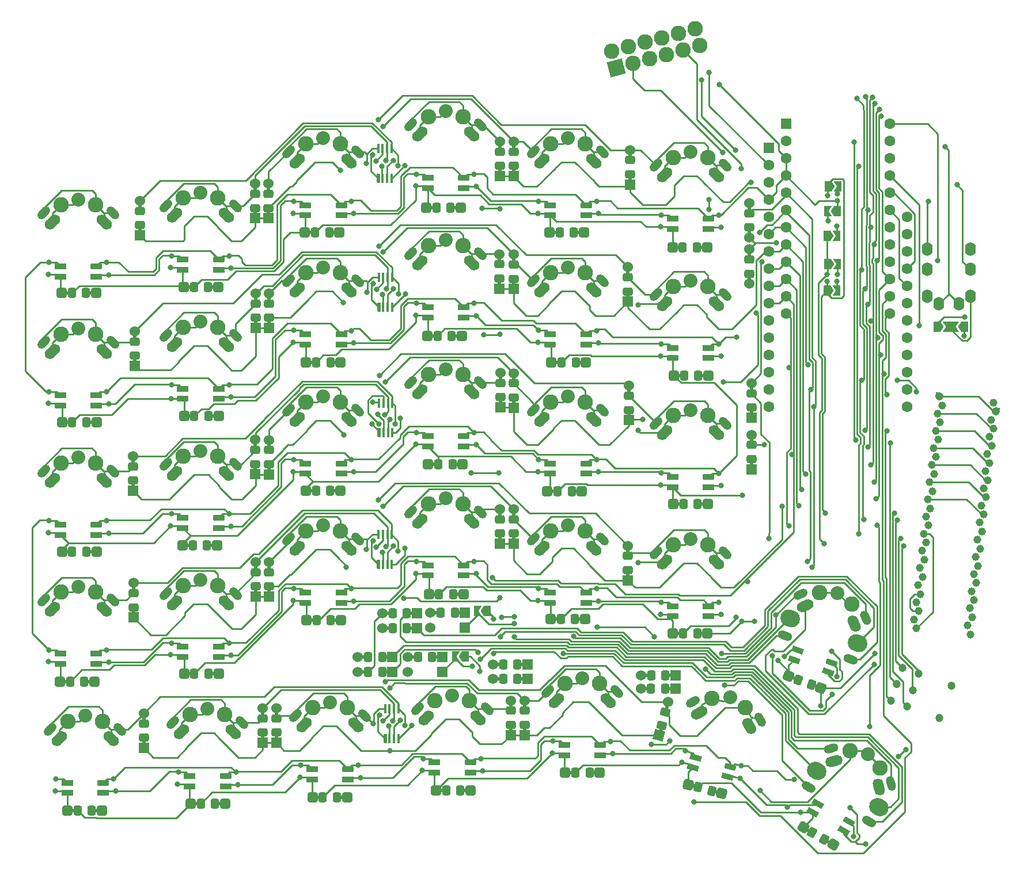
<source format=gbr>
%TF.GenerationSoftware,KiCad,Pcbnew,(6.0.0)*%
%TF.CreationDate,2022-02-08T17:16:42+09:00*%
%TF.ProjectId,brimstone2,6272696d-7374-46f6-9e65-322e6b696361,rev?*%
%TF.SameCoordinates,Original*%
%TF.FileFunction,Copper,L1,Top*%
%TF.FilePolarity,Positive*%
%FSLAX46Y46*%
G04 Gerber Fmt 4.6, Leading zero omitted, Abs format (unit mm)*
G04 Created by KiCad (PCBNEW (6.0.0)) date 2022-02-08 17:16:42*
%MOMM*%
%LPD*%
G01*
G04 APERTURE LIST*
G04 Aperture macros list*
%AMRoundRect*
0 Rectangle with rounded corners*
0 $1 Rounding radius*
0 $2 $3 $4 $5 $6 $7 $8 $9 X,Y pos of 4 corners*
0 Add a 4 corners polygon primitive as box body*
4,1,4,$2,$3,$4,$5,$6,$7,$8,$9,$2,$3,0*
0 Add four circle primitives for the rounded corners*
1,1,$1+$1,$2,$3*
1,1,$1+$1,$4,$5*
1,1,$1+$1,$6,$7*
1,1,$1+$1,$8,$9*
0 Add four rect primitives between the rounded corners*
20,1,$1+$1,$2,$3,$4,$5,0*
20,1,$1+$1,$4,$5,$6,$7,0*
20,1,$1+$1,$6,$7,$8,$9,0*
20,1,$1+$1,$8,$9,$2,$3,0*%
%AMHorizOval*
0 Thick line with rounded ends*
0 $1 width*
0 $2 $3 position (X,Y) of the first rounded end (center of the circle)*
0 $4 $5 position (X,Y) of the second rounded end (center of the circle)*
0 Add line between two ends*
20,1,$1,$2,$3,$4,$5,0*
0 Add two circle primitives to create the rounded ends*
1,1,$1,$2,$3*
1,1,$1,$4,$5*%
%AMRotRect*
0 Rectangle, with rotation*
0 The origin of the aperture is its center*
0 $1 length*
0 $2 width*
0 $3 Rotation angle, in degrees counterclockwise*
0 Add horizontal line*
21,1,$1,$2,0,0,$3*%
%AMOutline5P*
0 Free polygon, 5 corners , with rotation*
0 The origin of the aperture is its center*
0 number of corners: always 5*
0 $1 to $10 corner X, Y*
0 $11 Rotation angle, in degrees counterclockwise*
0 create outline with 5 corners*
4,1,5,$1,$2,$3,$4,$5,$6,$7,$8,$9,$10,$1,$2,$11*%
%AMOutline6P*
0 Free polygon, 6 corners , with rotation*
0 The origin of the aperture is its center*
0 number of corners: always 6*
0 $1 to $12 corner X, Y*
0 $13 Rotation angle, in degrees counterclockwise*
0 create outline with 6 corners*
4,1,6,$1,$2,$3,$4,$5,$6,$7,$8,$9,$10,$11,$12,$1,$2,$13*%
%AMOutline7P*
0 Free polygon, 7 corners , with rotation*
0 The origin of the aperture is its center*
0 number of corners: always 7*
0 $1 to $14 corner X, Y*
0 $15 Rotation angle, in degrees counterclockwise*
0 create outline with 7 corners*
4,1,7,$1,$2,$3,$4,$5,$6,$7,$8,$9,$10,$11,$12,$13,$14,$1,$2,$15*%
%AMOutline8P*
0 Free polygon, 8 corners , with rotation*
0 The origin of the aperture is its center*
0 number of corners: always 8*
0 $1 to $16 corner X, Y*
0 $17 Rotation angle, in degrees counterclockwise*
0 create outline with 8 corners*
4,1,8,$1,$2,$3,$4,$5,$6,$7,$8,$9,$10,$11,$12,$13,$14,$15,$16,$1,$2,$17*%
%AMFreePoly0*
4,1,6,1.000000,0.000000,0.500000,-0.750000,-0.500000,-0.750000,-0.500000,0.750000,0.500000,0.750000,1.000000,0.000000,1.000000,0.000000,$1*%
%AMFreePoly1*
4,1,6,0.500000,-0.750000,-0.650000,-0.750000,-0.150000,0.000000,-0.650000,0.750000,0.500000,0.750000,0.500000,-0.750000,0.500000,-0.750000,$1*%
%AMFreePoly2*
4,1,21,-0.579500,0.579500,0.000000,0.579500,0.149986,0.559754,0.289750,0.501862,0.409768,0.409768,0.501862,0.289750,0.559754,0.149986,0.579500,0.000000,0.559754,-0.149986,0.501862,-0.289750,0.409768,-0.409768,0.289750,-0.501862,0.149986,-0.559754,0.000000,-0.579500,-0.149986,-0.559754,-0.289750,-0.501862,-0.409768,-0.409768,-0.501862,-0.289750,-0.559754,-0.149986,-0.579500,0.000000,
-0.579500,0.579500,-0.579500,0.579500,$1*%
%AMFreePoly3*
4,1,7,0.700000,0.000000,1.200000,-0.750000,-1.200000,-0.750000,-0.700000,0.000000,-1.200000,0.750000,1.200000,0.750000,0.700000,0.000000,0.700000,0.000000,$1*%
%AMFreePoly4*
4,1,21,-0.579500,0.000000,-0.559754,0.149986,-0.501862,0.289750,-0.409768,0.409768,-0.289750,0.501862,-0.149986,0.559754,0.000000,0.579500,0.149986,0.559754,0.289750,0.501862,0.409768,0.409768,0.501862,0.289750,0.559754,0.149986,0.579500,0.000000,0.559754,-0.149986,0.501862,-0.289750,0.409768,-0.409768,0.289750,-0.501862,0.149986,-0.559754,0.000000,-0.579500,-0.579500,-0.579500,
-0.579500,0.000000,-0.579500,0.000000,$1*%
G04 Aperture macros list end*
%TA.AperFunction,SMDPad,CuDef*%
%ADD10RoundRect,0.250000X0.475000X-0.337500X0.475000X0.337500X-0.475000X0.337500X-0.475000X-0.337500X0*%
%TD*%
%TA.AperFunction,ComponentPad*%
%ADD11R,1.524000X1.524000*%
%TD*%
%TA.AperFunction,SMDPad,CuDef*%
%ADD12R,0.500000X1.600000*%
%TD*%
%TA.AperFunction,ComponentPad*%
%ADD13C,1.524000*%
%TD*%
%TA.AperFunction,ComponentPad*%
%ADD14C,2.032000*%
%TD*%
%TA.AperFunction,ComponentPad*%
%ADD15C,2.286000*%
%TD*%
%TA.AperFunction,ComponentPad*%
%ADD16HorizOval,1.550000X0.350018X0.350018X-0.350018X-0.350018X0*%
%TD*%
%TA.AperFunction,ComponentPad*%
%ADD17HorizOval,1.250000X0.335876X0.335876X-0.335876X-0.335876X0*%
%TD*%
%TA.AperFunction,ComponentPad*%
%ADD18HorizOval,1.550000X-0.350018X0.350018X0.350018X-0.350018X0*%
%TD*%
%TA.AperFunction,ComponentPad*%
%ADD19HorizOval,1.250000X-0.335876X0.335876X0.335876X-0.335876X0*%
%TD*%
%TA.AperFunction,ComponentPad*%
%ADD20RoundRect,0.381000X0.381000X0.381000X-0.381000X0.381000X-0.381000X-0.381000X0.381000X-0.381000X0*%
%TD*%
%TA.AperFunction,SMDPad,CuDef*%
%ADD21RoundRect,0.250000X0.337500X0.475000X-0.337500X0.475000X-0.337500X-0.475000X0.337500X-0.475000X0*%
%TD*%
%TA.AperFunction,SMDPad,CuDef*%
%ADD22R,1.600000X0.500000*%
%TD*%
%TA.AperFunction,SMDPad,CuDef*%
%ADD23RoundRect,0.250000X-0.479606X-0.330922X0.154687X-0.561786X0.479606X0.330922X-0.154687X0.561786X0*%
%TD*%
%TA.AperFunction,SMDPad,CuDef*%
%ADD24RotRect,1.600000X0.500000X160.000000*%
%TD*%
%TA.AperFunction,ComponentPad*%
%ADD25RoundRect,0.381000X-0.488333X-0.227713X0.227713X-0.488333X0.488333X0.227713X-0.227713X0.488333X0*%
%TD*%
%TA.AperFunction,SMDPad,CuDef*%
%ADD26R,1.700000X0.820000*%
%TD*%
%TA.AperFunction,SMDPad,CuDef*%
%ADD27RoundRect,0.205000X-0.645000X-0.205000X0.645000X-0.205000X0.645000X0.205000X-0.645000X0.205000X0*%
%TD*%
%TA.AperFunction,SMDPad,CuDef*%
%ADD28FreePoly0,0.000000*%
%TD*%
%TA.AperFunction,SMDPad,CuDef*%
%ADD29FreePoly1,0.000000*%
%TD*%
%TA.AperFunction,ComponentPad*%
%ADD30HorizOval,1.550000X0.428683X0.247500X-0.428683X-0.247500X0*%
%TD*%
%TA.AperFunction,ComponentPad*%
%ADD31HorizOval,1.550000X-0.247500X0.428683X0.247500X-0.428683X0*%
%TD*%
%TA.AperFunction,ComponentPad*%
%ADD32HorizOval,1.250000X-0.237500X0.411362X0.237500X-0.411362X0*%
%TD*%
%TA.AperFunction,ComponentPad*%
%ADD33HorizOval,1.250000X0.411362X0.237500X-0.411362X-0.237500X0*%
%TD*%
%TA.AperFunction,SMDPad,CuDef*%
%ADD34RoundRect,0.250000X-0.337500X-0.475000X0.337500X-0.475000X0.337500X0.475000X-0.337500X0.475000X0*%
%TD*%
%TA.AperFunction,ComponentPad*%
%ADD35RoundRect,0.381000X-0.381000X-0.381000X0.381000X-0.381000X0.381000X0.381000X-0.381000X0.381000X0*%
%TD*%
%TA.AperFunction,SMDPad,CuDef*%
%ADD36RoundRect,0.205000X0.645000X0.205000X-0.645000X0.205000X-0.645000X-0.205000X0.645000X-0.205000X0*%
%TD*%
%TA.AperFunction,SMDPad,CuDef*%
%ADD37RotRect,1.700000X0.820000X340.000000*%
%TD*%
%TA.AperFunction,SMDPad,CuDef*%
%ADD38RoundRect,0.205000X-0.676216X0.027966X0.535988X-0.413240X0.676216X-0.027966X-0.535988X0.413240X0*%
%TD*%
%TA.AperFunction,SMDPad,CuDef*%
%ADD39Outline5P,-0.225000X0.700000X0.135000X0.700000X0.225000X0.610000X0.225000X-0.700000X-0.225000X-0.700000X180.000000*%
%TD*%
%TA.AperFunction,SMDPad,CuDef*%
%ADD40R,0.450000X1.400000*%
%TD*%
%TA.AperFunction,ComponentPad*%
%ADD41HorizOval,1.550000X-0.209196X0.448622X0.209196X-0.448622X0*%
%TD*%
%TA.AperFunction,ComponentPad*%
%ADD42HorizOval,1.250000X0.430496X0.200744X-0.430496X-0.200744X0*%
%TD*%
%TA.AperFunction,ComponentPad*%
%ADD43HorizOval,2.489200X0.197335X-0.071824X-0.197335X0.071824X0*%
%TD*%
%TA.AperFunction,ComponentPad*%
%ADD44HorizOval,1.250000X0.446354X-0.162460X-0.446354X0.162460X0*%
%TD*%
%TA.AperFunction,ComponentPad*%
%ADD45HorizOval,1.550000X0.448622X0.209196X-0.448622X-0.209196X0*%
%TD*%
%TA.AperFunction,ComponentPad*%
%ADD46HorizOval,1.250000X-0.200744X0.430496X0.200744X-0.430496X0*%
%TD*%
%TA.AperFunction,SMDPad,CuDef*%
%ADD47FreePoly0,180.000000*%
%TD*%
%TA.AperFunction,SMDPad,CuDef*%
%ADD48FreePoly1,180.000000*%
%TD*%
%TA.AperFunction,ComponentPad*%
%ADD49FreePoly2,353.500000*%
%TD*%
%TA.AperFunction,ComponentPad*%
%ADD50C,1.159000*%
%TD*%
%TA.AperFunction,ComponentPad*%
%ADD51C,1.200000*%
%TD*%
%TA.AperFunction,SMDPad,CuDef*%
%ADD52RoundRect,0.250000X0.371463X-0.448939X0.546166X0.203061X-0.371463X0.448939X-0.546166X-0.203061X0*%
%TD*%
%TA.AperFunction,SMDPad,CuDef*%
%ADD53RotRect,1.600000X0.500000X255.000000*%
%TD*%
%TA.AperFunction,ComponentPad*%
%ADD54RotRect,1.524000X1.524000X75.000000*%
%TD*%
%TA.AperFunction,SMDPad,CuDef*%
%ADD55RoundRect,0.250000X-0.448939X-0.371463X0.203061X-0.546166X0.448939X0.371463X-0.203061X0.546166X0*%
%TD*%
%TA.AperFunction,ComponentPad*%
%ADD56RoundRect,0.381000X-0.466628X-0.269408X0.269408X-0.466628X0.466628X0.269408X-0.269408X0.466628X0*%
%TD*%
%TA.AperFunction,SMDPad,CuDef*%
%ADD57RotRect,1.600000X0.500000X165.000000*%
%TD*%
%TA.AperFunction,ComponentPad*%
%ADD58R,1.600000X1.600000*%
%TD*%
%TA.AperFunction,ComponentPad*%
%ADD59C,1.600000*%
%TD*%
%TA.AperFunction,SMDPad,CuDef*%
%ADD60RotRect,1.600000X0.500000X150.000000*%
%TD*%
%TA.AperFunction,SMDPad,CuDef*%
%ADD61RoundRect,0.250000X-0.529784X-0.242612X0.054784X-0.580112X0.529784X0.242612X-0.054784X0.580112X0*%
%TD*%
%TA.AperFunction,ComponentPad*%
%ADD62RoundRect,0.381000X-0.520456X-0.139456X0.139456X-0.520456X0.520456X0.139456X-0.139456X0.520456X0*%
%TD*%
%TA.AperFunction,ComponentPad*%
%ADD63O,1.600000X2.000000*%
%TD*%
%TA.AperFunction,ComponentPad*%
%ADD64HorizOval,1.250000X0.458815X0.122939X-0.458815X-0.122939X0*%
%TD*%
%TA.AperFunction,ComponentPad*%
%ADD65HorizOval,1.550000X-0.128115X0.478133X0.128115X-0.478133X0*%
%TD*%
%TA.AperFunction,ComponentPad*%
%ADD66HorizOval,2.489200X0.181865X-0.105000X-0.181865X0.105000X0*%
%TD*%
%TA.AperFunction,ComponentPad*%
%ADD67HorizOval,1.250000X0.411362X-0.237500X-0.411362X0.237500X0*%
%TD*%
%TA.AperFunction,ComponentPad*%
%ADD68HorizOval,1.550000X0.478133X0.128115X-0.478133X-0.128115X0*%
%TD*%
%TA.AperFunction,ComponentPad*%
%ADD69HorizOval,1.250000X-0.122939X0.458815X0.122939X-0.458815X0*%
%TD*%
%TA.AperFunction,SMDPad,CuDef*%
%ADD70RotRect,1.700000X0.820000X345.000000*%
%TD*%
%TA.AperFunction,SMDPad,CuDef*%
%ADD71RoundRect,0.205000X-0.676080X-0.031077X0.569964X-0.364953X0.676080X0.031077X-0.569964X0.364953X0*%
%TD*%
%TA.AperFunction,SMDPad,CuDef*%
%ADD72RoundRect,0.250000X-0.475000X0.337500X-0.475000X-0.337500X0.475000X-0.337500X0.475000X0.337500X0*%
%TD*%
%TA.AperFunction,SMDPad,CuDef*%
%ADD73FreePoly3,0.000000*%
%TD*%
%TA.AperFunction,ComponentPad*%
%ADD74RotRect,2.286000X2.286000X15.000000*%
%TD*%
%TA.AperFunction,SMDPad,CuDef*%
%ADD75RotRect,1.700000X0.820000X330.000000*%
%TD*%
%TA.AperFunction,SMDPad,CuDef*%
%ADD76RoundRect,0.205000X-0.661086X0.144965X0.456086X-0.500035X0.661086X-0.144965X-0.456086X0.500035X0*%
%TD*%
%TA.AperFunction,ComponentPad*%
%ADD77FreePoly4,173.500000*%
%TD*%
%TA.AperFunction,ViaPad*%
%ADD78C,0.800000*%
%TD*%
%TA.AperFunction,Conductor*%
%ADD79C,0.250000*%
%TD*%
G04 APERTURE END LIST*
D10*
%TO.P,D12,1,K*%
%TO.N,ROW2*%
X72600000Y-79982500D03*
D11*
X72600000Y-81485000D03*
D12*
X72600000Y-80745000D03*
%TO.P,D12,2,A*%
%TO.N,SW12*%
X72600000Y-77145000D03*
D10*
X72600000Y-77907500D03*
D13*
X72600000Y-76405000D03*
%TD*%
D14*
%TO.P,SW7,1,A*%
%TO.N,COL2*%
X62530000Y-80575000D03*
D15*
X59990000Y-81395000D03*
D16*
X58720000Y-83935000D03*
D15*
%TO.P,SW7,2,B*%
%TO.N,SW7*%
X65070000Y-81395000D03*
D17*
X57430000Y-82575000D03*
D18*
X66340000Y-83935000D03*
D19*
X67630000Y-82575000D03*
%TD*%
D20*
%TO.P,C114,1*%
%TO.N,VRGB*%
X83150000Y-124535000D03*
D21*
X81647500Y-124535000D03*
D22*
X82410000Y-124535000D03*
D21*
%TO.P,C114,2*%
%TO.N,GND*%
X79572500Y-124535000D03*
D20*
X78070000Y-124535000D03*
D22*
X78810000Y-124535000D03*
%TD*%
%TO.P,C127,1*%
%TO.N,VRGB*%
X136410000Y-88485000D03*
D21*
X135647500Y-88485000D03*
D20*
X137150000Y-88485000D03*
D22*
%TO.P,C127,2*%
%TO.N,GND*%
X132810000Y-88485000D03*
D20*
X132070000Y-88485000D03*
D21*
X133572500Y-88485000D03*
%TD*%
D23*
%TO.P,C132,1*%
%TO.N,VRGB*%
X150355069Y-133270154D03*
D24*
X149638553Y-133009364D03*
D25*
X148943181Y-132756269D03*
D23*
%TO.P,C132,2*%
%TO.N,GND*%
X152304931Y-133979846D03*
D24*
X153021447Y-134240636D03*
D25*
X153716819Y-134493731D03*
%TD*%
D15*
%TO.P,SW8,1,A*%
%TO.N,COL2*%
X59990000Y-100395000D03*
D16*
X58720000Y-102935000D03*
D14*
X62530000Y-99575000D03*
D19*
%TO.P,SW8,2,B*%
%TO.N,SW8*%
X67630000Y-101575000D03*
D15*
X65070000Y-100395000D03*
D17*
X57430000Y-101575000D03*
D18*
X66340000Y-102935000D03*
%TD*%
D15*
%TO.P,SW14,1,A*%
%TO.N,COL3*%
X77990000Y-111395000D03*
D14*
X80530000Y-110575000D03*
D16*
X76720000Y-113935000D03*
D19*
%TO.P,SW14,2,B*%
%TO.N,SW14*%
X85630000Y-112575000D03*
D18*
X84340000Y-113935000D03*
D17*
X75430000Y-112575000D03*
D15*
X83070000Y-111395000D03*
%TD*%
D11*
%TO.P,D23,1,K*%
%TO.N,ROW3*%
X108540000Y-93235000D03*
D12*
X108540000Y-92495000D03*
D10*
X108540000Y-91732500D03*
D13*
%TO.P,D23,2,A*%
%TO.N,SW23*%
X108540000Y-88155000D03*
D10*
X108540000Y-89657500D03*
D12*
X108540000Y-88895000D03*
%TD*%
D21*
%TO.P,D36,1,K*%
%TO.N,Net-(D36-Pad1)*%
X96557500Y-129915000D03*
D22*
X97320000Y-129915000D03*
D11*
X98060000Y-129915000D03*
D22*
%TO.P,D36,2,A*%
%TO.N,COL4*%
X93720000Y-129915000D03*
D21*
X94482500Y-129915000D03*
D13*
X92980000Y-129915000D03*
%TD*%
D16*
%TO.P,SW5,1,A*%
%TO.N,COL1*%
X41720000Y-141935000D03*
D14*
X45530000Y-138575000D03*
D15*
X42990000Y-139395000D03*
D18*
%TO.P,SW5,2,B*%
%TO.N,SW5*%
X49340000Y-141935000D03*
D15*
X48070000Y-139395000D03*
D19*
X50630000Y-140575000D03*
D17*
X40430000Y-140575000D03*
%TD*%
D26*
%TO.P,D123,1,VDD*%
%TO.N,VRGB*%
X113905600Y-102935600D03*
%TO.P,D123,2,DOUT*%
%TO.N,Net-(D118-Pad4)*%
X113905600Y-101435600D03*
D27*
%TO.P,D123,3,VSS*%
%TO.N,GND*%
X119205600Y-101435600D03*
D26*
%TO.P,D123,4,DIN*%
%TO.N,Net-(D123-Pad4)*%
X119205600Y-102935600D03*
%TD*%
D28*
%TO.P,JP9,1,A*%
%TO.N,Net-(JP10-Pad1)*%
X154615000Y-76030000D03*
D29*
%TO.P,JP9,2,B*%
%TO.N,COL2*%
X156065000Y-76030000D03*
%TD*%
D15*
%TO.P,SW30,1,A*%
%TO.N,COL6*%
X137691349Y-136020696D03*
D30*
X135807223Y-138145448D03*
D14*
X140357032Y-135886038D03*
D31*
%TO.P,SW30,2,B*%
%TO.N,SW30*%
X143167578Y-140117649D03*
D32*
X144765616Y-139137866D03*
D33*
X134913173Y-136497912D03*
D15*
X142598252Y-137335497D03*
%TD*%
D22*
%TO.P,C121,1*%
%TO.N,VRGB*%
X114540000Y-67455000D03*
D34*
X115302500Y-67455000D03*
D35*
X113800000Y-67455000D03*
D34*
%TO.P,C121,2*%
%TO.N,GND*%
X117377500Y-67455000D03*
D35*
X118880000Y-67455000D03*
D22*
X118140000Y-67455000D03*
%TD*%
%TO.P,C107,1*%
%TO.N,VRGB*%
X64440000Y-94465000D03*
D20*
X65180000Y-94465000D03*
D21*
X63677500Y-94465000D03*
D22*
%TO.P,C107,2*%
%TO.N,GND*%
X60840000Y-94465000D03*
D21*
X61602500Y-94465000D03*
D20*
X60100000Y-94465000D03*
%TD*%
D26*
%TO.P,D109,1,VDD*%
%TO.N,VRGB*%
X65205600Y-128435600D03*
%TO.P,D109,2,DOUT*%
%TO.N,Net-(D109-Pad2)*%
X65205600Y-129935600D03*
D36*
%TO.P,D109,3,VSS*%
%TO.N,GND*%
X59905600Y-129935600D03*
D26*
%TO.P,D109,4,DIN*%
%TO.N,Net-(D104-Pad2)*%
X59905600Y-128435600D03*
%TD*%
%TO.P,D108,1,VDD*%
%TO.N,VRGB*%
X59905600Y-110935600D03*
%TO.P,D108,2,DOUT*%
%TO.N,Net-(D103-Pad4)*%
X59905600Y-109435600D03*
D27*
%TO.P,D108,3,VSS*%
%TO.N,GND*%
X65205600Y-109435600D03*
D26*
%TO.P,D108,4,DIN*%
%TO.N,Net-(D108-Pad4)*%
X65205600Y-110935600D03*
%TD*%
D12*
%TO.P,D29,1,K*%
%TO.N,ROW4*%
X125340000Y-117895000D03*
D10*
X125340000Y-117132500D03*
D11*
X125340000Y-118635000D03*
D13*
%TO.P,D29,2,A*%
%TO.N,SW29*%
X125340000Y-113555000D03*
D12*
X125340000Y-114295000D03*
D10*
X125340000Y-115057500D03*
%TD*%
D22*
%TO.P,D33,1,K*%
%TO.N,Net-(D33-Pad1)*%
X89990000Y-132115000D03*
D21*
X89227500Y-132115000D03*
D11*
X90730000Y-132115000D03*
D22*
%TO.P,D33,2,A*%
%TO.N,COL3*%
X86390000Y-132115000D03*
D13*
X85650000Y-132115000D03*
D21*
X87152500Y-132115000D03*
%TD*%
D37*
%TO.P,D44,1,VDD*%
%TO.N,VRGB*%
X149761017Y-130328837D03*
%TO.P,D44,2,DOUT*%
%TO.N,Net-(D43-Pad4)*%
X150274048Y-128919298D03*
D38*
%TO.P,D44,3,VSS*%
%TO.N,GND*%
X155254419Y-130732005D03*
D37*
%TO.P,D44,4,DIN*%
%TO.N,unconnected-(D44-Pad4)*%
X154741388Y-132141544D03*
%TD*%
D10*
%TO.P,D10,1,K*%
%TO.N,ROW5*%
X71650000Y-141052500D03*
D11*
X71650000Y-142555000D03*
D12*
X71650000Y-141815000D03*
D13*
%TO.P,D10,2,A*%
%TO.N,SW10*%
X71650000Y-137475000D03*
D10*
X71650000Y-138977500D03*
D12*
X71650000Y-138215000D03*
%TD*%
D11*
%TO.P,D1,1,K*%
%TO.N,ROW1*%
X53580000Y-67855000D03*
D12*
X53580000Y-67115000D03*
D10*
X53580000Y-66352500D03*
D13*
%TO.P,D1,2,A*%
%TO.N,SW1*%
X53580000Y-62775000D03*
D12*
X53580000Y-63515000D03*
D10*
X53580000Y-64277500D03*
%TD*%
D39*
%TO.P,IC2,1,CH1*%
%TO.N,SW27*%
X88715000Y-78415000D03*
D40*
%TO.P,IC2,2,CH2*%
%TO.N,SW22*%
X89365000Y-78415000D03*
%TO.P,IC2,3,VN*%
%TO.N,unconnected-(IC2-Pad3)*%
X90015000Y-78415000D03*
%TO.P,IC2,4,CH3*%
%TO.N,SW17*%
X90665000Y-78415000D03*
%TO.P,IC2,5,CH4*%
%TO.N,SW2*%
X90665000Y-74015000D03*
%TO.P,IC2,6,CH5*%
%TO.N,SW7*%
X90015000Y-74015000D03*
%TO.P,IC2,7,VP*%
%TO.N,ROW2*%
X89365000Y-74015000D03*
%TO.P,IC2,8,CH6*%
%TO.N,SW12*%
X88710000Y-74015000D03*
%TD*%
D26*
%TO.P,D112,1,VDD*%
%TO.N,VRGB*%
X83205600Y-82435600D03*
%TO.P,D112,2,DOUT*%
%TO.N,Net-(D112-Pad2)*%
X83205600Y-83935600D03*
D36*
%TO.P,D112,3,VSS*%
%TO.N,GND*%
X77905600Y-83935600D03*
D26*
%TO.P,D112,4,DIN*%
%TO.N,Net-(D107-Pad2)*%
X77905600Y-82435600D03*
%TD*%
D15*
%TO.P,SW20,1,A*%
%TO.N,COL4*%
X96990000Y-136395000D03*
D16*
X95720000Y-138935000D03*
D14*
X99530000Y-135575000D03*
D19*
%TO.P,SW20,2,B*%
%TO.N,SW20*%
X104630000Y-137575000D03*
D17*
X94430000Y-137575000D03*
D15*
X102070000Y-136395000D03*
D18*
X103340000Y-138935000D03*
%TD*%
D26*
%TO.P,D117,1,VDD*%
%TO.N,VRGB*%
X101205600Y-78435600D03*
%TO.P,D117,2,DOUT*%
%TO.N,Net-(D117-Pad2)*%
X101205600Y-79935600D03*
D36*
%TO.P,D117,3,VSS*%
%TO.N,GND*%
X95905600Y-79935600D03*
D26*
%TO.P,D117,4,DIN*%
%TO.N,Net-(D112-Pad2)*%
X95905600Y-78435600D03*
%TD*%
D14*
%TO.P,SW21,1,A*%
%TO.N,COL5*%
X116530000Y-53575000D03*
D16*
X112720000Y-56935000D03*
D15*
X113990000Y-54395000D03*
D18*
%TO.P,SW21,2,B*%
%TO.N,SW21*%
X120340000Y-56935000D03*
D17*
X111430000Y-55575000D03*
D19*
X121630000Y-55575000D03*
D15*
X119070000Y-54395000D03*
%TD*%
D26*
%TO.P,D116,1,VDD*%
%TO.N,VRGB*%
X95905600Y-60935600D03*
%TO.P,D116,2,DOUT*%
%TO.N,Net-(D111-Pad4)*%
X95905600Y-59435600D03*
D27*
%TO.P,D116,3,VSS*%
%TO.N,GND*%
X101205600Y-59435600D03*
D26*
%TO.P,D116,4,DIN*%
%TO.N,Net-(D116-Pad4)*%
X101205600Y-60935600D03*
%TD*%
%TO.P,D125,1,VDD*%
%TO.N,VRGB*%
X115990684Y-144383625D03*
%TO.P,D125,2,DOUT*%
%TO.N,Net-(D120-Pad4)*%
X115990684Y-142883625D03*
D27*
%TO.P,D125,3,VSS*%
%TO.N,GND*%
X121290684Y-142883625D03*
D26*
%TO.P,D125,4,DIN*%
%TO.N,Net-(D125-Pad4)*%
X121290684Y-144383625D03*
%TD*%
D41*
%TO.P,S2,1,1*%
%TO.N,Net-(D38-Pad1)*%
X158588960Y-124991277D03*
D42*
X150681446Y-120665896D03*
D43*
%TO.P,S2,2,2*%
%TO.N,Net-(D37-Pad1)*%
X149169026Y-124265713D03*
D44*
%TO.P,S2,3,3*%
%TO.N,Net-(D39-Pad1)*%
X148458315Y-126773898D03*
%TO.P,S2,4,4*%
%TO.N,Net-(D41-Pad1)*%
X158043180Y-130262504D03*
D43*
%TO.P,S2,5,5*%
%TO.N,Net-(D42-Pad1)*%
X159110974Y-127884287D03*
D45*
%TO.P,S2,6,6*%
%TO.N,Net-(D40-Pad1)*%
X151428502Y-122385084D03*
D46*
X160266311Y-124154502D03*
D14*
%TO.P,S2,7,7*%
%TO.N,ROW8*%
X156157919Y-120530814D03*
D15*
X153490643Y-120432630D03*
X158264282Y-122170093D03*
%TD*%
D12*
%TO.P,D18,1,K*%
%TO.N,ROW3*%
X106570000Y-92435000D03*
D10*
X106570000Y-91672500D03*
D11*
X106570000Y-93175000D03*
D13*
%TO.P,D18,2,A*%
%TO.N,SW18*%
X106570000Y-88095000D03*
D12*
X106570000Y-88835000D03*
D10*
X106570000Y-89597500D03*
%TD*%
%TO.P,D11,1,K*%
%TO.N,ROW1*%
X72510000Y-63862500D03*
D12*
X72510000Y-64625000D03*
D11*
X72510000Y-65365000D03*
D13*
%TO.P,D11,2,A*%
%TO.N,SW11*%
X72510000Y-60285000D03*
D12*
X72510000Y-61025000D03*
D10*
X72510000Y-61787500D03*
%TD*%
D21*
%TO.P,D35,1,K*%
%TO.N,Net-(D35-Pad1)*%
X89227500Y-129905000D03*
D22*
X89990000Y-129905000D03*
D11*
X90730000Y-129905000D03*
D13*
%TO.P,D35,2,A*%
%TO.N,COL2*%
X85650000Y-129905000D03*
D21*
X87152500Y-129905000D03*
D22*
X86390000Y-129905000D03*
%TD*%
%TO.P,C113,1*%
%TO.N,VRGB*%
X78732500Y-105445000D03*
D35*
X77992500Y-105445000D03*
D34*
X79495000Y-105445000D03*
%TO.P,C113,2*%
%TO.N,GND*%
X81570000Y-105445000D03*
D22*
X82332500Y-105445000D03*
D35*
X83072500Y-105445000D03*
%TD*%
%TO.P,C106,1*%
%TO.N,VRGB*%
X60050000Y-75485000D03*
D34*
X61552500Y-75485000D03*
D22*
X60790000Y-75485000D03*
%TO.P,C106,2*%
%TO.N,GND*%
X64390000Y-75485000D03*
D35*
X65130000Y-75485000D03*
D34*
X63627500Y-75485000D03*
%TD*%
D12*
%TO.P,D16,1,K*%
%TO.N,ROW1*%
X106540000Y-58405000D03*
D11*
X106540000Y-59145000D03*
D10*
X106540000Y-57642500D03*
D13*
%TO.P,D16,2,A*%
%TO.N,SW16*%
X106540000Y-54065000D03*
D12*
X106540000Y-54805000D03*
D10*
X106540000Y-55567500D03*
%TD*%
D34*
%TO.P,C123,1*%
%TO.N,VRGB*%
X115005000Y-105545000D03*
D22*
X114242500Y-105545000D03*
D35*
X113502500Y-105545000D03*
D22*
%TO.P,C123,2*%
%TO.N,GND*%
X117842500Y-105545000D03*
D34*
X117080000Y-105545000D03*
D35*
X118582500Y-105545000D03*
%TD*%
D10*
%TO.P,D14,1,K*%
%TO.N,ROW4*%
X72560000Y-119522500D03*
D11*
X72560000Y-121025000D03*
D12*
X72560000Y-120285000D03*
D10*
%TO.P,D14,2,A*%
%TO.N,SW14*%
X72560000Y-117447500D03*
D12*
X72560000Y-116685000D03*
D13*
X72560000Y-115945000D03*
%TD*%
D15*
%TO.P,SW10,1,A*%
%TO.N,COL2*%
X60990000Y-138395000D03*
D14*
X63530000Y-137575000D03*
D16*
X59720000Y-140935000D03*
D17*
%TO.P,SW10,2,B*%
%TO.N,SW10*%
X58430000Y-139575000D03*
D18*
X67340000Y-140935000D03*
D19*
X68630000Y-139575000D03*
D15*
X66070000Y-138395000D03*
%TD*%
D26*
%TO.P,D102,1,VDD*%
%TO.N,VRGB*%
X47205600Y-91435600D03*
%TO.P,D102,2,DOUT*%
%TO.N,Net-(D102-Pad2)*%
X47205600Y-92935600D03*
D36*
%TO.P,D102,3,VSS*%
%TO.N,GND*%
X41905600Y-92935600D03*
D26*
%TO.P,D102,4,DIN*%
%TO.N,Net-(D101-Pad2)*%
X41905600Y-91435600D03*
%TD*%
D14*
%TO.P,SW24,1,A*%
%TO.N,COL5*%
X116530000Y-110575000D03*
D16*
X112720000Y-113935000D03*
D15*
X113990000Y-111395000D03*
D17*
%TO.P,SW24,2,B*%
%TO.N,SW24*%
X111430000Y-112575000D03*
D18*
X120340000Y-113935000D03*
D15*
X119070000Y-111395000D03*
D19*
X121630000Y-112575000D03*
%TD*%
D47*
%TO.P,JP1,1,A*%
%TO.N,GND*%
X156175000Y-64300000D03*
D48*
%TO.P,JP1,2,B*%
%TO.N,Net-(D45-Pad2)*%
X154725000Y-64300000D03*
%TD*%
D15*
%TO.P,SW3,1,A*%
%TO.N,COL1*%
X41990000Y-101395000D03*
D16*
X40720000Y-103935000D03*
D14*
X44530000Y-100575000D03*
D18*
%TO.P,SW3,2,B*%
%TO.N,SW3*%
X48340000Y-103935000D03*
D19*
X49630000Y-102575000D03*
D17*
X39430000Y-102575000D03*
D15*
X47070000Y-101395000D03*
%TD*%
%TO.P,SW16,1,A*%
%TO.N,COL4*%
X95990000Y-50395000D03*
D16*
X94720000Y-52935000D03*
D14*
X98530000Y-49575000D03*
D15*
%TO.P,SW16,2,B*%
%TO.N,SW16*%
X101070000Y-50395000D03*
D19*
X103630000Y-51575000D03*
D17*
X93430000Y-51575000D03*
D18*
X102340000Y-52935000D03*
%TD*%
D12*
%TO.P,D3,1,K*%
%TO.N,ROW3*%
X52610000Y-104715000D03*
D10*
X52610000Y-103952500D03*
D11*
X52610000Y-105455000D03*
D12*
%TO.P,D3,2,A*%
%TO.N,SW3*%
X52610000Y-101115000D03*
D10*
X52610000Y-101877500D03*
D13*
X52610000Y-100375000D03*
%TD*%
D26*
%TO.P,D126,1,VDD*%
%TO.N,VRGB*%
X131905600Y-66935600D03*
%TO.P,D126,2,DOUT*%
%TO.N,Net-(D121-Pad4)*%
X131905600Y-65435600D03*
D27*
%TO.P,D126,3,VSS*%
%TO.N,GND*%
X137205600Y-65435600D03*
D26*
%TO.P,D126,4,DIN*%
%TO.N,DRGB*%
X137205600Y-66935600D03*
%TD*%
D14*
%TO.P,SW11,1,A*%
%TO.N,COL3*%
X80530000Y-53575000D03*
D15*
X77990000Y-54395000D03*
D16*
X76720000Y-56935000D03*
D19*
%TO.P,SW11,2,B*%
%TO.N,SW11*%
X85630000Y-55575000D03*
D17*
X75430000Y-55575000D03*
D18*
X84340000Y-56935000D03*
D15*
X83070000Y-54395000D03*
%TD*%
D21*
%TO.P,D40,1,K*%
%TO.N,Net-(D40-Pad1)*%
X130827500Y-132595000D03*
D22*
X131590000Y-132595000D03*
D11*
X132330000Y-132595000D03*
D13*
%TO.P,D40,2,A*%
%TO.N,COL6*%
X127250000Y-132595000D03*
D21*
X128752500Y-132595000D03*
D22*
X127990000Y-132595000D03*
%TD*%
D11*
%TO.P,D24,1,K*%
%TO.N,ROW4*%
X108550000Y-113265000D03*
D10*
X108550000Y-111762500D03*
D12*
X108550000Y-112525000D03*
D13*
%TO.P,D24,2,A*%
%TO.N,SW24*%
X108550000Y-108185000D03*
D12*
X108550000Y-108925000D03*
D10*
X108550000Y-109687500D03*
%TD*%
D26*
%TO.P,D118,1,VDD*%
%TO.N,VRGB*%
X95905600Y-98935600D03*
%TO.P,D118,2,DOUT*%
%TO.N,Net-(D113-Pad4)*%
X95905600Y-97435600D03*
D27*
%TO.P,D118,3,VSS*%
%TO.N,GND*%
X101205600Y-97435600D03*
D26*
%TO.P,D118,4,DIN*%
%TO.N,Net-(D118-Pad4)*%
X101205600Y-98935600D03*
%TD*%
D49*
%TO.P,IC6,1,GPB0*%
%TO.N,LED_DIN*%
X171152480Y-91578385D03*
D50*
%TO.P,IC6,2,GPB1*%
%TO.N,COL1*%
X170864944Y-94102058D03*
%TO.P,IC6,3,GPB2*%
%TO.N,COL2*%
X170577408Y-96625730D03*
%TO.P,IC6,4,GPB3*%
%TO.N,COL3*%
X170289872Y-99149403D03*
%TO.P,IC6,5,GPB4*%
%TO.N,COL4*%
X170002336Y-101673075D03*
%TO.P,IC6,6,GPB5*%
%TO.N,COL5*%
X169714800Y-104196748D03*
%TO.P,IC6,7,GPB6*%
%TO.N,COL6*%
X169427263Y-106720420D03*
%TO.P,IC6,8,GPB7*%
%TO.N,unconnected-(IC6-Pad8)*%
X169139727Y-109244093D03*
%TO.P,IC6,9,VDD*%
%TO.N,+3V3*%
X168852191Y-111767765D03*
%TO.P,IC6,10,VSS*%
%TO.N,GND*%
X168564655Y-114291438D03*
%TO.P,IC6,11,NC_1*%
%TO.N,unconnected-(IC6-Pad11)*%
X168277119Y-116815110D03*
%TO.P,IC6,12,SCL*%
%TO.N,SCL*%
X167989583Y-119338783D03*
%TO.P,IC6,13,SDA*%
%TO.N,SDA*%
X167702046Y-121862455D03*
%TO.P,IC6,14,NC_2*%
%TO.N,unconnected-(IC6-Pad14)*%
X167414510Y-124386128D03*
%TO.P,IC6,15,A0*%
%TO.N,GND*%
X175301484Y-125284735D03*
%TO.P,IC6,16,A1*%
X175589020Y-122761062D03*
%TO.P,IC6,17,A2*%
X175876556Y-120237390D03*
%TO.P,IC6,18,~{RESET}*%
%TO.N,unconnected-(IC6-Pad18)*%
X176164092Y-117713717D03*
%TO.P,IC6,19,INTB*%
%TO.N,unconnected-(IC6-Pad19)*%
X176451628Y-115190045D03*
%TO.P,IC6,20,INTA*%
%TO.N,unconnected-(IC6-Pad20)*%
X176739164Y-112666372D03*
%TO.P,IC6,21,GPA0*%
%TO.N,ROW7*%
X177026701Y-110142700D03*
%TO.P,IC6,22,GPA1*%
%TO.N,ROW4*%
X177314237Y-107619027D03*
%TO.P,IC6,23,GPA2*%
%TO.N,ROW3*%
X177601773Y-105095355D03*
%TO.P,IC6,24,GPA3*%
%TO.N,ROW2*%
X177889309Y-102571682D03*
%TO.P,IC6,25,GPA4*%
%TO.N,ROW8*%
X178176845Y-100048010D03*
%TO.P,IC6,26,GPA5*%
%TO.N,ROW1*%
X178464381Y-97524337D03*
%TO.P,IC6,27,GPA6*%
%TO.N,ROW6*%
X178751918Y-95000665D03*
%TO.P,IC6,28,GPA7*%
%TO.N,ROW5*%
X179039454Y-92476992D03*
%TD*%
D12*
%TO.P,R1,1*%
%TO.N,+3V3*%
X143140000Y-67457500D03*
D13*
X143140000Y-68197500D03*
D10*
X143140000Y-66695000D03*
%TO.P,R1,2*%
%TO.N,SDA*%
X143140000Y-64620000D03*
D13*
X143140000Y-63117500D03*
D12*
X143140000Y-63857500D03*
%TD*%
D34*
%TO.P,C108,1*%
%TO.N,VRGB*%
X61365000Y-113485000D03*
D22*
X60602500Y-113485000D03*
D35*
X59862500Y-113485000D03*
D22*
%TO.P,C108,2*%
%TO.N,GND*%
X64202500Y-113485000D03*
D34*
X63440000Y-113485000D03*
D35*
X64942500Y-113485000D03*
%TD*%
D51*
%TO.P,SW31,1,A*%
%TO.N,Net-(JP3-Pad1)*%
X168094511Y-132418961D03*
%TO.P,SW31,2,B*%
%TO.N,Net-(D45-Pad2)*%
X167225780Y-134805780D03*
%TO.P,SW31,3,C*%
%TO.N,Net-(JP10-Pad1)*%
X166357049Y-137192600D03*
%TO.P,SW31,4,A*%
%TO.N,COL1*%
X165707692Y-131550230D03*
%TO.P,SW31,5,B*%
%TO.N,Net-(D46-Pad2)*%
X164838961Y-133937049D03*
%TO.P,SW31,6,C*%
%TO.N,COL2*%
X163970229Y-136323868D03*
%TO.P,SW31,7*%
%TO.N,N/C*%
X172868150Y-134156423D03*
%TO.P,SW31,8*%
X171130687Y-138930062D03*
%TD*%
D52*
%TO.P,D30,1,K*%
%TO.N,ROW5*%
X130300000Y-140025000D03*
D53*
X130102651Y-140761518D03*
D54*
X129911125Y-141476304D03*
D13*
%TO.P,D30,2,A*%
%TO.N,SW30*%
X131225925Y-136569400D03*
D52*
X130837050Y-138020704D03*
D53*
X131034399Y-137284186D03*
%TD*%
D26*
%TO.P,D129,1,VDD*%
%TO.N,VRGB*%
X137205600Y-122435600D03*
%TO.P,D129,2,DOUT*%
%TO.N,Net-(D129-Pad2)*%
X137205600Y-123935600D03*
D36*
%TO.P,D129,3,VSS*%
%TO.N,GND*%
X131905600Y-123935600D03*
D26*
%TO.P,D129,4,DIN*%
%TO.N,Net-(D124-Pad2)*%
X131905600Y-122435600D03*
%TD*%
D16*
%TO.P,SW1,1,A*%
%TO.N,COL1*%
X40720000Y-65935000D03*
D15*
X41990000Y-63395000D03*
D14*
X44530000Y-62575000D03*
D19*
%TO.P,SW1,2,B*%
%TO.N,SW1*%
X49630000Y-64575000D03*
D17*
X39430000Y-64575000D03*
D18*
X48340000Y-65935000D03*
D15*
X47070000Y-63395000D03*
%TD*%
D12*
%TO.P,D2,1,K*%
%TO.N,ROW2*%
X52860000Y-86345000D03*
D11*
X52860000Y-87085000D03*
D10*
X52860000Y-85582500D03*
%TO.P,D2,2,A*%
%TO.N,SW2*%
X52860000Y-83507500D03*
D13*
X52860000Y-82005000D03*
D12*
X52860000Y-82745000D03*
%TD*%
D10*
%TO.P,D15,1,K*%
%TO.N,ROW5*%
X73640000Y-141052500D03*
D11*
X73640000Y-142555000D03*
D12*
X73640000Y-141815000D03*
D13*
%TO.P,D15,2,A*%
%TO.N,SW15*%
X73640000Y-137475000D03*
D12*
X73640000Y-138215000D03*
D10*
X73640000Y-138977500D03*
%TD*%
D15*
%TO.P,SW4,1,A*%
%TO.N,COL1*%
X41990000Y-120395000D03*
D14*
X44530000Y-119575000D03*
D16*
X40720000Y-122935000D03*
D15*
%TO.P,SW4,2,B*%
%TO.N,SW4*%
X47070000Y-120395000D03*
D19*
X49630000Y-121575000D03*
D18*
X48340000Y-122935000D03*
D17*
X39430000Y-121575000D03*
%TD*%
D11*
%TO.P,D17,1,K*%
%TO.N,ROW2*%
X106460000Y-75715000D03*
D12*
X106460000Y-74975000D03*
D10*
X106460000Y-74212500D03*
%TO.P,D17,2,A*%
%TO.N,SW17*%
X106460000Y-72137500D03*
D12*
X106460000Y-71375000D03*
D13*
X106460000Y-70635000D03*
%TD*%
D22*
%TO.P,C119,1*%
%TO.N,VRGB*%
X100420000Y-120655000D03*
D21*
X99657500Y-120655000D03*
D20*
X101160000Y-120655000D03*
D22*
%TO.P,C119,2*%
%TO.N,GND*%
X96820000Y-120655000D03*
D20*
X96080000Y-120655000D03*
D21*
X97582500Y-120655000D03*
%TD*%
D12*
%TO.P,D7,1,K*%
%TO.N,ROW2*%
X70630000Y-80755000D03*
D10*
X70630000Y-79992500D03*
D11*
X70630000Y-81495000D03*
D12*
%TO.P,D7,2,A*%
%TO.N,SW7*%
X70630000Y-77155000D03*
D13*
X70630000Y-76415000D03*
D10*
X70630000Y-77917500D03*
%TD*%
D22*
%TO.P,C104,1*%
%TO.N,VRGB*%
X46170000Y-133555000D03*
D21*
X45407500Y-133555000D03*
D20*
X46910000Y-133555000D03*
D22*
%TO.P,C104,2*%
%TO.N,GND*%
X42570000Y-133555000D03*
D20*
X41830000Y-133555000D03*
D21*
X43332500Y-133555000D03*
%TD*%
D15*
%TO.P,SW13,1,A*%
%TO.N,COL3*%
X77990000Y-92395000D03*
D14*
X80530000Y-91575000D03*
D16*
X76720000Y-94935000D03*
D18*
%TO.P,SW13,2,B*%
%TO.N,SW13*%
X84340000Y-94935000D03*
D17*
X75430000Y-93575000D03*
D15*
X83070000Y-92395000D03*
D19*
X85630000Y-93575000D03*
%TD*%
D22*
%TO.P,D32,1,K*%
%TO.N,Net-(D32-Pad1)*%
X109830000Y-133105000D03*
D21*
X109067500Y-133105000D03*
D11*
X110570000Y-133105000D03*
D13*
%TO.P,D32,2,A*%
%TO.N,COL5*%
X105490000Y-133105000D03*
D22*
X106230000Y-133105000D03*
D21*
X106992500Y-133105000D03*
%TD*%
D26*
%TO.P,D110,1,VDD*%
%TO.N,VRGB*%
X60905600Y-148935600D03*
%TO.P,D110,2,DOUT*%
%TO.N,Net-(D105-Pad4)*%
X60905600Y-147435600D03*
D27*
%TO.P,D110,3,VSS*%
%TO.N,GND*%
X66205600Y-147435600D03*
D26*
%TO.P,D110,4,DIN*%
%TO.N,Net-(D110-Pad4)*%
X66205600Y-148935600D03*
%TD*%
D10*
%TO.P,D13,1,K*%
%TO.N,ROW3*%
X72540000Y-101552500D03*
D11*
X72540000Y-103055000D03*
D12*
X72540000Y-102315000D03*
%TO.P,D13,2,A*%
%TO.N,SW13*%
X72540000Y-98715000D03*
D10*
X72540000Y-99477500D03*
D13*
X72540000Y-97975000D03*
%TD*%
D15*
%TO.P,SW15,1,A*%
%TO.N,COL3*%
X78990000Y-137395000D03*
D14*
X81530000Y-136575000D03*
D16*
X77720000Y-139935000D03*
D15*
%TO.P,SW15,2,B*%
%TO.N,SW15*%
X84070000Y-137395000D03*
D18*
X85340000Y-139935000D03*
D19*
X86630000Y-138575000D03*
D17*
X76430000Y-138575000D03*
%TD*%
D26*
%TO.P,D114,1,VDD*%
%TO.N,VRGB*%
X83205600Y-120435600D03*
%TO.P,D114,2,DOUT*%
%TO.N,Net-(D114-Pad2)*%
X83205600Y-121935600D03*
D36*
%TO.P,D114,3,VSS*%
%TO.N,GND*%
X77905600Y-121935600D03*
D26*
%TO.P,D114,4,DIN*%
%TO.N,Net-(D109-Pad2)*%
X77905600Y-120435600D03*
%TD*%
D34*
%TO.P,C125,1*%
%TO.N,VRGB*%
X117632500Y-146965000D03*
D22*
X116870000Y-146965000D03*
D35*
X116130000Y-146965000D03*
%TO.P,C125,2*%
%TO.N,GND*%
X121210000Y-146965000D03*
D22*
X120470000Y-146965000D03*
D34*
X119707500Y-146965000D03*
%TD*%
D26*
%TO.P,D113,1,VDD*%
%TO.N,VRGB*%
X77905600Y-102935600D03*
%TO.P,D113,2,DOUT*%
%TO.N,Net-(D108-Pad4)*%
X77905600Y-101435600D03*
D27*
%TO.P,D113,3,VSS*%
%TO.N,GND*%
X83205600Y-101435600D03*
D26*
%TO.P,D113,4,DIN*%
%TO.N,Net-(D113-Pad4)*%
X83205600Y-102935600D03*
%TD*%
%TO.P,D119,1,VDD*%
%TO.N,VRGB*%
X101205600Y-116435600D03*
%TO.P,D119,2,DOUT*%
%TO.N,Net-(D119-Pad2)*%
X101205600Y-117935600D03*
D36*
%TO.P,D119,3,VSS*%
%TO.N,GND*%
X95905600Y-117935600D03*
D26*
%TO.P,D119,4,DIN*%
%TO.N,Net-(D114-Pad2)*%
X95905600Y-116435600D03*
%TD*%
D14*
%TO.P,SW18,1,A*%
%TO.N,COL4*%
X98530000Y-87575000D03*
D15*
X95990000Y-88395000D03*
D16*
X94720000Y-90935000D03*
D18*
%TO.P,SW18,2,B*%
%TO.N,SW18*%
X102340000Y-90935000D03*
D17*
X93430000Y-89575000D03*
D19*
X103630000Y-89575000D03*
D15*
X101070000Y-88395000D03*
%TD*%
D26*
%TO.P,D128,1,VDD*%
%TO.N,VRGB*%
X131905600Y-104935600D03*
%TO.P,D128,2,DOUT*%
%TO.N,Net-(D123-Pad4)*%
X131905600Y-103435600D03*
D27*
%TO.P,D128,3,VSS*%
%TO.N,GND*%
X137205600Y-103435600D03*
D26*
%TO.P,D128,4,DIN*%
%TO.N,Net-(D127-Pad2)*%
X137205600Y-104935600D03*
%TD*%
D55*
%TO.P,C130,1*%
%TO.N,VRGB*%
X135687852Y-149096475D03*
D56*
X134236548Y-148707600D03*
D57*
X134951334Y-148899126D03*
%TO.P,C130,2*%
%TO.N,GND*%
X138428666Y-149830874D03*
D56*
X139143452Y-150022400D03*
D55*
X137692148Y-149633525D03*
%TD*%
D28*
%TO.P,JP7,1,A*%
%TO.N,Net-(JP3-Pad1)*%
X154654998Y-72090002D03*
D29*
%TO.P,JP7,2,B*%
%TO.N,COL1*%
X156104998Y-72090002D03*
%TD*%
D26*
%TO.P,D115,1,VDD*%
%TO.N,VRGB*%
X78905600Y-147935600D03*
%TO.P,D115,2,DOUT*%
%TO.N,Net-(D110-Pad4)*%
X78905600Y-146435600D03*
D27*
%TO.P,D115,3,VSS*%
%TO.N,GND*%
X84205600Y-146435600D03*
D26*
%TO.P,D115,4,DIN*%
%TO.N,Net-(D115-Pad4)*%
X84205600Y-147935600D03*
%TD*%
D58*
%TO.P,U1,1,~{RESET}*%
%TO.N,unconnected-(U1-Pad1)*%
X146040998Y-55012002D03*
D59*
%TO.P,U1,2,3V3*%
%TO.N,+3V3*%
X146040998Y-57552002D03*
%TO.P,U1,3,AREF*%
%TO.N,unconnected-(U1-Pad3)*%
X146040998Y-60092002D03*
%TO.P,U1,4,GND*%
%TO.N,GND*%
X146040998Y-62632002D03*
%TO.P,U1,5,A0*%
%TO.N,ROW1*%
X146040998Y-65172002D03*
%TO.P,U1,6,A1*%
%TO.N,LED_DIN*%
X146040998Y-67712002D03*
%TO.P,U1,7,A2*%
%TO.N,ROW2*%
X146040998Y-70252002D03*
%TO.P,U1,8,A3*%
%TO.N,ROW3*%
X146040998Y-72792002D03*
%TO.P,U1,9,A4*%
%TO.N,ROW4*%
X146040998Y-75332002D03*
%TO.P,U1,10,A5*%
%TO.N,ROW8*%
X146040998Y-77872002D03*
%TO.P,U1,11,SCK/D15*%
%TO.N,unconnected-(U1-Pad11)*%
X146040998Y-80412002D03*
%TO.P,U1,12,MOSI/D16*%
%TO.N,unconnected-(U1-Pad12)*%
X146040998Y-82952002D03*
%TO.P,U1,13,MISO/D14*%
%TO.N,unconnected-(U1-Pad13)*%
X146040998Y-85492002D03*
%TO.P,U1,14,RX/D0*%
%TO.N,ROW5*%
X146040998Y-88032002D03*
%TO.P,U1,15,TX/D1*%
%TO.N,ROW6*%
X146040998Y-90572002D03*
%TO.P,U1,16,~{DFU}*%
%TO.N,unconnected-(U1-Pad16)*%
X146040998Y-93112002D03*
%TO.P,U1,17,SDA/D2*%
%TO.N,SDA*%
X166360998Y-93112002D03*
%TO.P,U1,18,SCL/D3*%
%TO.N,SCL*%
X166360998Y-90572002D03*
%TO.P,U1,19,D5*%
%TO.N,ROW7*%
X166360998Y-88032002D03*
%TO.P,U1,20,D6*%
%TO.N,COL6*%
X166360998Y-85492002D03*
%TO.P,U1,21,D9*%
%TO.N,COL5*%
X166360998Y-82952002D03*
%TO.P,U1,22,D10*%
%TO.N,COL4*%
X166360998Y-80412002D03*
%TO.P,U1,23,D11*%
%TO.N,COL3*%
X166360998Y-77872002D03*
%TO.P,U1,24,D12*%
%TO.N,COL2*%
X166360998Y-75332002D03*
%TO.P,U1,25,D13*%
%TO.N,COL1*%
X166360998Y-72792002D03*
%TO.P,U1,26,USB*%
%TO.N,+5V*%
X166360998Y-70252002D03*
%TO.P,U1,27,EN*%
%TO.N,EN*%
X166360998Y-67712002D03*
%TO.P,U1,28,VBAT*%
%TO.N,unconnected-(U1-Pad28)*%
X166360998Y-65172002D03*
%TD*%
D34*
%TO.P,C120,1*%
%TO.N,VRGB*%
X98622500Y-149575000D03*
D35*
X97120000Y-149575000D03*
D22*
X97860000Y-149575000D03*
D35*
%TO.P,C120,2*%
%TO.N,GND*%
X102200000Y-149575000D03*
D22*
X101460000Y-149575000D03*
D34*
X100697500Y-149575000D03*
%TD*%
D11*
%TO.P,D6,1,K*%
%TO.N,ROW1*%
X70540000Y-65355000D03*
D12*
X70540000Y-64615000D03*
D10*
X70540000Y-63852500D03*
D13*
%TO.P,D6,2,A*%
%TO.N,SW6*%
X70540000Y-60275000D03*
D10*
X70540000Y-61777500D03*
D12*
X70540000Y-61015000D03*
%TD*%
D16*
%TO.P,SW22,1,A*%
%TO.N,COL5*%
X112720000Y-75935000D03*
D15*
X113990000Y-73395000D03*
D14*
X116530000Y-72575000D03*
D18*
%TO.P,SW22,2,B*%
%TO.N,SW22*%
X120340000Y-75935000D03*
D17*
X111430000Y-74575000D03*
D19*
X121630000Y-74575000D03*
D15*
X119070000Y-73395000D03*
%TD*%
D26*
%TO.P,D104,1,VDD*%
%TO.N,VRGB*%
X47205600Y-129435600D03*
%TO.P,D104,2,DOUT*%
%TO.N,Net-(D104-Pad2)*%
X47205600Y-130935600D03*
D36*
%TO.P,D104,3,VSS*%
%TO.N,GND*%
X41905600Y-130935600D03*
D26*
%TO.P,D104,4,DIN*%
%TO.N,Net-(D103-Pad2)*%
X41905600Y-129435600D03*
%TD*%
D39*
%TO.P,IC5,1,CH1*%
%TO.N,SW30*%
X89657391Y-141953820D03*
D40*
%TO.P,IC5,2,CH2*%
%TO.N,SW25*%
X90307391Y-141953820D03*
%TO.P,IC5,3,VN*%
%TO.N,unconnected-(IC5-Pad3)*%
X90957391Y-141953820D03*
%TO.P,IC5,4,CH3*%
%TO.N,SW20*%
X91607391Y-141953820D03*
%TO.P,IC5,5,CH4*%
%TO.N,SW5*%
X91607391Y-137553820D03*
%TO.P,IC5,6,CH5*%
%TO.N,SW10*%
X90957391Y-137553820D03*
%TO.P,IC5,7,VP*%
%TO.N,ROW5*%
X90307391Y-137553820D03*
%TO.P,IC5,8,CH6*%
%TO.N,SW15*%
X89652391Y-137553820D03*
%TD*%
D22*
%TO.P,C111,1*%
%TO.N,VRGB*%
X78580000Y-67445000D03*
D35*
X77840000Y-67445000D03*
D34*
X79342500Y-67445000D03*
%TO.P,C111,2*%
%TO.N,GND*%
X81417500Y-67445000D03*
D22*
X82180000Y-67445000D03*
D35*
X82920000Y-67445000D03*
%TD*%
D12*
%TO.P,D26,1,K*%
%TO.N,ROW1*%
X125650000Y-59635000D03*
D11*
X125650000Y-60375000D03*
D10*
X125650000Y-58872500D03*
%TO.P,D26,2,A*%
%TO.N,SW26*%
X125650000Y-56797500D03*
D13*
X125650000Y-55295000D03*
D12*
X125650000Y-56035000D03*
%TD*%
D15*
%TO.P,SW2,1,A*%
%TO.N,COL1*%
X41990000Y-82395000D03*
D14*
X44530000Y-81575000D03*
D16*
X40720000Y-84935000D03*
D15*
%TO.P,SW2,2,B*%
%TO.N,SW2*%
X47070000Y-82395000D03*
D17*
X39430000Y-83575000D03*
D18*
X48340000Y-84935000D03*
D19*
X49630000Y-83575000D03*
%TD*%
D16*
%TO.P,SW17,1,A*%
%TO.N,COL4*%
X94720000Y-71935000D03*
D15*
X95990000Y-69395000D03*
D14*
X98530000Y-68575000D03*
D18*
%TO.P,SW17,2,B*%
%TO.N,SW17*%
X102340000Y-71935000D03*
D15*
X101070000Y-69395000D03*
D19*
X103630000Y-70575000D03*
D17*
X93430000Y-70575000D03*
%TD*%
D26*
%TO.P,D120,1,VDD*%
%TO.N,VRGB*%
X96905600Y-146935600D03*
%TO.P,D120,2,DOUT*%
%TO.N,Net-(D115-Pad4)*%
X96905600Y-145435600D03*
D27*
%TO.P,D120,3,VSS*%
%TO.N,GND*%
X102205600Y-145435600D03*
D26*
%TO.P,D120,4,DIN*%
%TO.N,Net-(D120-Pad4)*%
X102205600Y-146935600D03*
%TD*%
D21*
%TO.P,C109,1*%
%TO.N,VRGB*%
X63660000Y-132405000D03*
D20*
X65162500Y-132405000D03*
D22*
X64422500Y-132405000D03*
D21*
%TO.P,C109,2*%
%TO.N,GND*%
X61585000Y-132405000D03*
D22*
X60822500Y-132405000D03*
D20*
X60082500Y-132405000D03*
%TD*%
D14*
%TO.P,SW27,1,A*%
%TO.N,COL6*%
X134530000Y-74575000D03*
D16*
X130720000Y-77935000D03*
D15*
X131990000Y-75395000D03*
D18*
%TO.P,SW27,2,B*%
%TO.N,SW27*%
X138340000Y-77935000D03*
D15*
X137070000Y-75395000D03*
D19*
X139630000Y-76575000D03*
D17*
X129430000Y-76575000D03*
%TD*%
D21*
%TO.P,C122,1*%
%TO.N,VRGB*%
X117657500Y-86595000D03*
D22*
X118420000Y-86595000D03*
D20*
X119160000Y-86595000D03*
D21*
%TO.P,C122,2*%
%TO.N,GND*%
X115582500Y-86595000D03*
D20*
X114080000Y-86595000D03*
D22*
X114820000Y-86595000D03*
%TD*%
%TO.P,C115,1*%
%TO.N,VRGB*%
X79710000Y-150565000D03*
D35*
X78970000Y-150565000D03*
D34*
X80472500Y-150565000D03*
D35*
%TO.P,C115,2*%
%TO.N,GND*%
X84050000Y-150565000D03*
D34*
X82547500Y-150565000D03*
D22*
X83310000Y-150565000D03*
%TD*%
D14*
%TO.P,SW23,1,A*%
%TO.N,COL5*%
X116530000Y-91575000D03*
D16*
X112720000Y-94935000D03*
D15*
X113990000Y-92395000D03*
D19*
%TO.P,SW23,2,B*%
%TO.N,SW23*%
X121630000Y-93575000D03*
D17*
X111430000Y-93575000D03*
D15*
X119070000Y-92395000D03*
D18*
X120340000Y-94935000D03*
%TD*%
D11*
%TO.P,D38,1,K*%
%TO.N,Net-(D38-Pad1)*%
X110570000Y-130995000D03*
D22*
X109830000Y-130995000D03*
D21*
X109067500Y-130995000D03*
%TO.P,D38,2,A*%
%TO.N,COL5*%
X106992500Y-130995000D03*
D22*
X106230000Y-130995000D03*
D13*
X105490000Y-130995000D03*
%TD*%
D10*
%TO.P,D27,1,K*%
%TO.N,ROW2*%
X125330000Y-76122500D03*
D12*
X125330000Y-76885000D03*
D11*
X125330000Y-77625000D03*
D10*
%TO.P,D27,2,A*%
%TO.N,SW27*%
X125330000Y-74047500D03*
D12*
X125330000Y-73285000D03*
D13*
X125330000Y-72545000D03*
%TD*%
D22*
%TO.P,C129,1*%
%TO.N,VRGB*%
X136300000Y-126445000D03*
D21*
X135537500Y-126445000D03*
D20*
X137040000Y-126445000D03*
D22*
%TO.P,C129,2*%
%TO.N,GND*%
X132700000Y-126445000D03*
D20*
X131960000Y-126445000D03*
D21*
X133462500Y-126445000D03*
%TD*%
D14*
%TO.P,SW25,1,A*%
%TO.N,COL5*%
X118615083Y-133023025D03*
D15*
X116075083Y-133843025D03*
D16*
X114805083Y-136383025D03*
D19*
%TO.P,SW25,2,B*%
%TO.N,SW25*%
X123715083Y-135023025D03*
D18*
X122425083Y-136383025D03*
D17*
X113515083Y-135023025D03*
D15*
X121155083Y-133843025D03*
%TD*%
%TO.P,SW26,1,A*%
%TO.N,COL6*%
X131990000Y-56395000D03*
D14*
X134530000Y-55575000D03*
D16*
X130720000Y-58935000D03*
D15*
%TO.P,SW26,2,B*%
%TO.N,SW26*%
X137070000Y-56395000D03*
D19*
X139630000Y-57575000D03*
D18*
X138340000Y-58935000D03*
D17*
X129430000Y-57575000D03*
%TD*%
D11*
%TO.P,D4,1,K*%
%TO.N,ROW4*%
X52640000Y-124105000D03*
D10*
X52640000Y-122602500D03*
D12*
X52640000Y-123365000D03*
D10*
%TO.P,D4,2,A*%
%TO.N,SW4*%
X52640000Y-120527500D03*
D12*
X52640000Y-119765000D03*
D13*
X52640000Y-119025000D03*
%TD*%
D60*
%TO.P,C131,1*%
%TO.N,VRGB*%
X151771154Y-155375000D03*
D61*
X152431499Y-155756250D03*
D62*
X151130295Y-155005000D03*
%TO.P,C131,2*%
%TO.N,GND*%
X155529705Y-157545000D03*
D60*
X154888846Y-157175000D03*
D61*
X154228501Y-156793750D03*
%TD*%
D22*
%TO.P,C101,1*%
%TO.N,VRGB*%
X42850000Y-76365000D03*
D34*
X43612500Y-76365000D03*
D35*
X42110000Y-76365000D03*
%TO.P,C101,2*%
%TO.N,GND*%
X47190000Y-76365000D03*
D34*
X45687500Y-76365000D03*
D22*
X46450000Y-76365000D03*
%TD*%
D63*
%TO.P,U4,1,SLEEVE*%
%TO.N,GND*%
X171070000Y-77967500D03*
%TO.P,U4,2,TIP*%
%TO.N,Net-(U4-Pad2)*%
X175670000Y-76867500D03*
%TO.P,U4,3,RING1*%
%TO.N,SDA*%
X175670000Y-72867500D03*
%TO.P,U4,4,RING2*%
%TO.N,SCL*%
X175670000Y-69867500D03*
%TD*%
D26*
%TO.P,D105,1,VDD*%
%TO.N,VRGB*%
X42905600Y-149935600D03*
%TO.P,D105,2,DOUT*%
%TO.N,unconnected-(D105-Pad2)*%
X42905600Y-148435600D03*
D27*
%TO.P,D105,3,VSS*%
%TO.N,GND*%
X48205600Y-148435600D03*
D26*
%TO.P,D105,4,DIN*%
%TO.N,Net-(D105-Pad4)*%
X48205600Y-149935600D03*
%TD*%
D10*
%TO.P,D5,1,K*%
%TO.N,ROW5*%
X54170000Y-141792500D03*
D12*
X54170000Y-142555000D03*
D11*
X54170000Y-143295000D03*
D12*
%TO.P,D5,2,A*%
%TO.N,SW5*%
X54170000Y-138955000D03*
D13*
X54170000Y-138215000D03*
D10*
X54170000Y-139717500D03*
%TD*%
D22*
%TO.P,C116,1*%
%TO.N,VRGB*%
X96410000Y-63805000D03*
D34*
X97172500Y-63805000D03*
D35*
X95670000Y-63805000D03*
D34*
%TO.P,C116,2*%
%TO.N,GND*%
X99247500Y-63805000D03*
D22*
X100010000Y-63805000D03*
D35*
X100750000Y-63805000D03*
%TD*%
D26*
%TO.P,D121,1,VDD*%
%TO.N,VRGB*%
X113905600Y-64935600D03*
%TO.P,D121,2,DOUT*%
%TO.N,Net-(D116-Pad4)*%
X113905600Y-63435600D03*
D27*
%TO.P,D121,3,VSS*%
%TO.N,GND*%
X119205600Y-63435600D03*
D26*
%TO.P,D121,4,DIN*%
%TO.N,Net-(D121-Pad4)*%
X119205600Y-64935600D03*
%TD*%
D10*
%TO.P,D45,1,K*%
%TO.N,ROW6*%
X143480000Y-93202500D03*
D11*
X143480000Y-94705000D03*
D12*
X143480000Y-93965000D03*
D10*
%TO.P,D45,2,A*%
%TO.N,Net-(D45-Pad2)*%
X143480000Y-91127500D03*
D12*
X143480000Y-90365000D03*
D13*
X143480000Y-89625000D03*
%TD*%
D12*
%TO.P,D22,1,K*%
%TO.N,ROW2*%
X108560000Y-75025000D03*
D11*
X108560000Y-75765000D03*
D10*
X108560000Y-74262500D03*
D13*
%TO.P,D22,2,A*%
%TO.N,SW22*%
X108560000Y-70685000D03*
D10*
X108560000Y-72187500D03*
D12*
X108560000Y-71425000D03*
%TD*%
D39*
%TO.P,IC3,1,CH1*%
%TO.N,SW28*%
X88775000Y-96945000D03*
D40*
%TO.P,IC3,2,CH2*%
%TO.N,SW23*%
X89425000Y-96945000D03*
%TO.P,IC3,3,VN*%
%TO.N,unconnected-(IC3-Pad3)*%
X90075000Y-96945000D03*
%TO.P,IC3,4,CH3*%
%TO.N,SW18*%
X90725000Y-96945000D03*
%TO.P,IC3,5,CH4*%
%TO.N,SW3*%
X90725000Y-92545000D03*
%TO.P,IC3,6,CH5*%
%TO.N,SW8*%
X90075000Y-92545000D03*
%TO.P,IC3,7,VP*%
%TO.N,ROW3*%
X89425000Y-92545000D03*
%TO.P,IC3,8,CH6*%
%TO.N,SW13*%
X88770000Y-92545000D03*
%TD*%
D64*
%TO.P,S1,1,1*%
%TO.N,Net-(D32-Pad1)*%
X155167760Y-143425983D03*
D65*
X162204047Y-149058777D03*
D66*
%TO.P,S1,2,2*%
%TO.N,Net-(D31-Pad1)*%
X153053216Y-146708482D03*
D67*
%TO.P,S1,3,3*%
%TO.N,Net-(D33-Pad1)*%
X151917760Y-149055148D03*
%TO.P,S1,4,4*%
%TO.N,Net-(D35-Pad1)*%
X160751220Y-154155148D03*
D66*
%TO.P,S1,5,5*%
%TO.N,Net-(D36-Pad1)*%
X162215764Y-151998482D03*
D68*
%TO.P,S1,6,6*%
%TO.N,Net-(D34-Pad1)*%
X155604933Y-145248777D03*
D69*
X164001220Y-148525983D03*
D15*
%TO.P,S1,7,7*%
%TO.N,ROW7*%
X162374195Y-146224073D03*
D14*
X160584490Y-144243932D03*
D15*
X157974785Y-143684073D03*
%TD*%
D22*
%TO.P,C112,1*%
%TO.N,VRGB*%
X82350000Y-86555000D03*
D21*
X81587500Y-86555000D03*
D20*
X83090000Y-86555000D03*
%TO.P,C112,2*%
%TO.N,GND*%
X78010000Y-86555000D03*
D22*
X78750000Y-86555000D03*
D21*
X79512500Y-86555000D03*
%TD*%
D22*
%TO.P,C124,1*%
%TO.N,VRGB*%
X118332500Y-124355000D03*
D20*
X119072500Y-124355000D03*
D21*
X117570000Y-124355000D03*
D22*
%TO.P,C124,2*%
%TO.N,GND*%
X114732500Y-124355000D03*
D20*
X113992500Y-124355000D03*
D21*
X115495000Y-124355000D03*
%TD*%
D70*
%TO.P,D130,1,VDD*%
%TO.N,VRGB*%
X134881717Y-146180291D03*
%TO.P,D130,2,DOUT*%
%TO.N,Net-(D125-Pad4)*%
X135269946Y-144731402D03*
D71*
%TO.P,D130,3,VSS*%
%TO.N,GND*%
X140389353Y-146103143D03*
D70*
%TO.P,D130,4,DIN*%
%TO.N,Net-(D129-Pad2)*%
X140001124Y-147552032D03*
%TD*%
D22*
%TO.P,C118,1*%
%TO.N,VRGB*%
X96710000Y-101535000D03*
D35*
X95970000Y-101535000D03*
D34*
X97472500Y-101535000D03*
D35*
%TO.P,C118,2*%
%TO.N,GND*%
X101050000Y-101535000D03*
D22*
X100310000Y-101535000D03*
D34*
X99547500Y-101535000D03*
%TD*%
D26*
%TO.P,D124,1,VDD*%
%TO.N,VRGB*%
X119205600Y-120435600D03*
%TO.P,D124,2,DOUT*%
%TO.N,Net-(D124-Pad2)*%
X119205600Y-121935600D03*
D36*
%TO.P,D124,3,VSS*%
%TO.N,GND*%
X113905600Y-121935600D03*
D26*
%TO.P,D124,4,DIN*%
%TO.N,Net-(D119-Pad2)*%
X113905600Y-120435600D03*
%TD*%
D34*
%TO.P,C103,1*%
%TO.N,VRGB*%
X43652500Y-114455000D03*
D22*
X42890000Y-114455000D03*
D35*
X42150000Y-114455000D03*
D34*
%TO.P,C103,2*%
%TO.N,GND*%
X45727500Y-114455000D03*
D35*
X47230000Y-114455000D03*
D22*
X46490000Y-114455000D03*
%TD*%
D15*
%TO.P,SW19,1,A*%
%TO.N,COL4*%
X95990000Y-107395000D03*
D14*
X98530000Y-106575000D03*
D16*
X94720000Y-109935000D03*
D19*
%TO.P,SW19,2,B*%
%TO.N,SW19*%
X103630000Y-108575000D03*
D15*
X101070000Y-107395000D03*
D17*
X93430000Y-108575000D03*
D18*
X102340000Y-109935000D03*
%TD*%
D10*
%TO.P,D9,1,K*%
%TO.N,ROW4*%
X70600000Y-119522500D03*
D11*
X70600000Y-121025000D03*
D12*
X70600000Y-120285000D03*
%TO.P,D9,2,A*%
%TO.N,SW9*%
X70600000Y-116685000D03*
D10*
X70600000Y-117447500D03*
D13*
X70600000Y-115945000D03*
%TD*%
D35*
%TO.P,C105,1*%
%TO.N,VRGB*%
X42920000Y-152505000D03*
D22*
X43660000Y-152505000D03*
D34*
X44422500Y-152505000D03*
D22*
%TO.P,C105,2*%
%TO.N,GND*%
X47260000Y-152505000D03*
D34*
X46497500Y-152505000D03*
D35*
X48000000Y-152505000D03*
%TD*%
D14*
%TO.P,SW6,1,A*%
%TO.N,COL2*%
X62530000Y-61575000D03*
D16*
X58720000Y-64935000D03*
D15*
X59990000Y-62395000D03*
D19*
%TO.P,SW6,2,B*%
%TO.N,SW6*%
X67630000Y-63575000D03*
D17*
X57430000Y-63575000D03*
D18*
X66340000Y-64935000D03*
D15*
X65070000Y-62395000D03*
%TD*%
D72*
%TO.P,R2,1*%
%TO.N,+3V3*%
X143140000Y-71437500D03*
D12*
X143140000Y-70675000D03*
D13*
X143140000Y-69935000D03*
%TO.P,R2,2*%
%TO.N,SCL*%
X143140000Y-75015000D03*
D12*
X143140000Y-74275000D03*
D72*
X143140000Y-73512500D03*
%TD*%
D26*
%TO.P,D127,1,VDD*%
%TO.N,VRGB*%
X137205600Y-84435600D03*
%TO.P,D127,2,DOUT*%
%TO.N,Net-(D127-Pad2)*%
X137205600Y-85935600D03*
D36*
%TO.P,D127,3,VSS*%
%TO.N,GND*%
X131905600Y-85935600D03*
D26*
%TO.P,D127,4,DIN*%
%TO.N,Net-(D122-Pad2)*%
X131905600Y-84435600D03*
%TD*%
D10*
%TO.P,D21,1,K*%
%TO.N,ROW1*%
X108580000Y-57642500D03*
D11*
X108580000Y-59145000D03*
D12*
X108580000Y-58405000D03*
D13*
%TO.P,D21,2,A*%
%TO.N,SW21*%
X108580000Y-54065000D03*
D12*
X108580000Y-54805000D03*
D10*
X108580000Y-55567500D03*
%TD*%
D47*
%TO.P,JP11,1,A*%
%TO.N,ROW7*%
X101418292Y-129881870D03*
D48*
%TO.P,JP11,2,B*%
%TO.N,Net-(D31-Pad1)*%
X99968292Y-129881870D03*
%TD*%
D47*
%TO.P,JP13,1,A*%
%TO.N,ROW8*%
X104700000Y-123185000D03*
D48*
%TO.P,JP13,2,B*%
%TO.N,Net-(D37-Pad1)*%
X103250000Y-123185000D03*
%TD*%
D15*
%TO.P,SW29,1,A*%
%TO.N,COL6*%
X131990000Y-113395000D03*
D14*
X134530000Y-112575000D03*
D16*
X130720000Y-115935000D03*
D15*
%TO.P,SW29,2,B*%
%TO.N,SW29*%
X137070000Y-113395000D03*
D19*
X139630000Y-114575000D03*
D18*
X138340000Y-115935000D03*
D17*
X129430000Y-114575000D03*
%TD*%
D21*
%TO.P,D39,1,K*%
%TO.N,Net-(D39-Pad1)*%
X92817500Y-123495000D03*
D22*
X93580000Y-123495000D03*
D11*
X94320000Y-123495000D03*
D13*
%TO.P,D39,2,A*%
%TO.N,COL3*%
X89240000Y-123495000D03*
D21*
X90742500Y-123495000D03*
D22*
X89980000Y-123495000D03*
%TD*%
D28*
%TO.P,JP3,1,A*%
%TO.N,Net-(JP3-Pad1)*%
X154634998Y-67970002D03*
D29*
%TO.P,JP3,2,B*%
%TO.N,EN*%
X156084998Y-67970002D03*
%TD*%
D22*
%TO.P,C110,1*%
%TO.N,VRGB*%
X61780000Y-151485000D03*
D35*
X61040000Y-151485000D03*
D34*
X62542500Y-151485000D03*
D35*
%TO.P,C110,2*%
%TO.N,GND*%
X66120000Y-151485000D03*
D34*
X64617500Y-151485000D03*
D22*
X65380000Y-151485000D03*
%TD*%
D11*
%TO.P,D25,1,K*%
%TO.N,ROW5*%
X110140000Y-141415000D03*
D10*
X110140000Y-139912500D03*
D12*
X110140000Y-140675000D03*
D13*
%TO.P,D25,2,A*%
%TO.N,SW25*%
X110140000Y-136335000D03*
D10*
X110140000Y-137837500D03*
D12*
X110140000Y-137075000D03*
%TD*%
D26*
%TO.P,D122,1,VDD*%
%TO.N,VRGB*%
X119205600Y-82435600D03*
%TO.P,D122,2,DOUT*%
%TO.N,Net-(D122-Pad2)*%
X119205600Y-83935600D03*
D36*
%TO.P,D122,3,VSS*%
%TO.N,GND*%
X113905600Y-83935600D03*
D26*
%TO.P,D122,4,DIN*%
%TO.N,Net-(D117-Pad2)*%
X113905600Y-82435600D03*
%TD*%
D28*
%TO.P,JP5,1,A*%
%TO.N,Net-(JP10-Pad1)*%
X154759998Y-60630002D03*
D29*
%TO.P,JP5,2,B*%
%TO.N,EN*%
X156209998Y-60630002D03*
%TD*%
D22*
%TO.P,D42,1,K*%
%TO.N,Net-(D42-Pad1)*%
X100650000Y-123435000D03*
D21*
X99887500Y-123435000D03*
D11*
X101390000Y-123435000D03*
D22*
%TO.P,D42,2,A*%
%TO.N,COL4*%
X97050000Y-123435000D03*
D21*
X97812500Y-123435000D03*
D13*
X96310000Y-123435000D03*
%TD*%
D16*
%TO.P,SW12,1,A*%
%TO.N,COL3*%
X76720000Y-75935000D03*
D15*
X77990000Y-73395000D03*
D14*
X80530000Y-72575000D03*
D18*
%TO.P,SW12,2,B*%
%TO.N,SW12*%
X84340000Y-75935000D03*
D15*
X83070000Y-73395000D03*
D17*
X75430000Y-74575000D03*
D19*
X85630000Y-74575000D03*
%TD*%
D12*
%TO.P,D20,1,K*%
%TO.N,ROW5*%
X108090000Y-140662500D03*
D10*
X108090000Y-139900000D03*
D11*
X108090000Y-141402500D03*
D13*
%TO.P,D20,2,A*%
%TO.N,SW20*%
X108090000Y-136322500D03*
D10*
X108090000Y-137825000D03*
D12*
X108090000Y-137062500D03*
%TD*%
D39*
%TO.P,IC1,1,CH1*%
%TO.N,SW26*%
X88640000Y-59519632D03*
D40*
%TO.P,IC1,2,CH2*%
%TO.N,SW21*%
X89290000Y-59519632D03*
%TO.P,IC1,3,VN*%
%TO.N,unconnected-(IC1-Pad3)*%
X89940000Y-59519632D03*
%TO.P,IC1,4,CH3*%
%TO.N,SW16*%
X90590000Y-59519632D03*
%TO.P,IC1,5,CH4*%
%TO.N,SW1*%
X90590000Y-55119632D03*
%TO.P,IC1,6,CH5*%
%TO.N,SW6*%
X89940000Y-55119632D03*
%TO.P,IC1,7,VP*%
%TO.N,ROW1*%
X89290000Y-55119632D03*
%TO.P,IC1,8,CH6*%
%TO.N,SW11*%
X88635000Y-55119632D03*
%TD*%
D26*
%TO.P,D107,1,VDD*%
%TO.N,VRGB*%
X65205600Y-90435600D03*
%TO.P,D107,2,DOUT*%
%TO.N,Net-(D107-Pad2)*%
X65205600Y-91935600D03*
D36*
%TO.P,D107,3,VSS*%
%TO.N,GND*%
X59905600Y-91935600D03*
D26*
%TO.P,D107,4,DIN*%
%TO.N,Net-(D102-Pad2)*%
X59905600Y-90435600D03*
%TD*%
D16*
%TO.P,SW9,1,A*%
%TO.N,COL2*%
X58720000Y-121935000D03*
D15*
X59990000Y-119395000D03*
D14*
X62530000Y-118575000D03*
D19*
%TO.P,SW9,2,B*%
%TO.N,SW9*%
X67630000Y-120575000D03*
D17*
X57430000Y-120575000D03*
D15*
X65070000Y-119395000D03*
D18*
X66340000Y-121935000D03*
%TD*%
D21*
%TO.P,C102,1*%
%TO.N,VRGB*%
X45727500Y-95395000D03*
D20*
X47230000Y-95395000D03*
D22*
X46490000Y-95395000D03*
%TO.P,C102,2*%
%TO.N,GND*%
X42890000Y-95395000D03*
D21*
X43652500Y-95395000D03*
D20*
X42150000Y-95395000D03*
%TD*%
D26*
%TO.P,D103,1,VDD*%
%TO.N,VRGB*%
X41905600Y-111935600D03*
%TO.P,D103,2,DOUT*%
%TO.N,Net-(D103-Pad2)*%
X41905600Y-110435600D03*
D27*
%TO.P,D103,3,VSS*%
%TO.N,GND*%
X47205600Y-110435600D03*
D26*
%TO.P,D103,4,DIN*%
%TO.N,Net-(D103-Pad4)*%
X47205600Y-111935600D03*
%TD*%
D12*
%TO.P,D19,1,K*%
%TO.N,ROW4*%
X106520000Y-112525000D03*
D10*
X106520000Y-111762500D03*
D11*
X106520000Y-113265000D03*
D10*
%TO.P,D19,2,A*%
%TO.N,SW19*%
X106520000Y-109687500D03*
D13*
X106520000Y-108185000D03*
D12*
X106520000Y-108925000D03*
%TD*%
D11*
%TO.P,D46,1,K*%
%TO.N,ROW6*%
X143530000Y-102295000D03*
D12*
X143530000Y-101555000D03*
D10*
X143530000Y-100792500D03*
D12*
%TO.P,D46,2,A*%
%TO.N,Net-(D46-Pad2)*%
X143530000Y-97955000D03*
D10*
X143530000Y-98717500D03*
D13*
X143530000Y-97215000D03*
%TD*%
D26*
%TO.P,D111,1,VDD*%
%TO.N,VRGB*%
X77905600Y-64935600D03*
%TO.P,D111,2,DOUT*%
%TO.N,Net-(D106-Pad4)*%
X77905600Y-63435600D03*
D27*
%TO.P,D111,3,VSS*%
%TO.N,GND*%
X83205600Y-63435600D03*
D26*
%TO.P,D111,4,DIN*%
%TO.N,Net-(D111-Pad4)*%
X83205600Y-64935600D03*
%TD*%
D11*
%TO.P,D28,1,K*%
%TO.N,ROW3*%
X125450000Y-95065000D03*
D10*
X125450000Y-93562500D03*
D12*
X125450000Y-94325000D03*
D10*
%TO.P,D28,2,A*%
%TO.N,SW28*%
X125450000Y-91487500D03*
D12*
X125450000Y-90725000D03*
D13*
X125450000Y-89985000D03*
%TD*%
D26*
%TO.P,D101,1,VDD*%
%TO.N,VRGB*%
X41905600Y-73935600D03*
%TO.P,D101,2,DOUT*%
%TO.N,Net-(D101-Pad2)*%
X41905600Y-72435600D03*
D27*
%TO.P,D101,3,VSS*%
%TO.N,GND*%
X47205600Y-72435600D03*
D26*
%TO.P,D101,4,DIN*%
%TO.N,Net-(D101-Pad4)*%
X47205600Y-73935600D03*
%TD*%
D28*
%TO.P,JP15,1,A*%
%TO.N,+5V*%
X170820000Y-81320000D03*
D73*
%TO.P,JP15,2,C*%
%TO.N,Net-(U4-Pad2)*%
X172820000Y-81320000D03*
D47*
%TO.P,JP15,3,B*%
%TO.N,+3V3*%
X174820000Y-81320000D03*
%TD*%
D12*
%TO.P,D8,1,K*%
%TO.N,ROW3*%
X70580000Y-102295000D03*
D10*
X70580000Y-101532500D03*
D11*
X70580000Y-103035000D03*
D10*
%TO.P,D8,2,A*%
%TO.N,SW8*%
X70580000Y-99457500D03*
D13*
X70580000Y-97955000D03*
D12*
X70580000Y-98695000D03*
%TD*%
D11*
%TO.P,D41,1,K*%
%TO.N,Net-(D41-Pad1)*%
X94320000Y-125695000D03*
D21*
X92817500Y-125695000D03*
D22*
X93580000Y-125695000D03*
D13*
%TO.P,D41,2,A*%
%TO.N,COL2*%
X89240000Y-125695000D03*
D22*
X89980000Y-125695000D03*
D21*
X90742500Y-125695000D03*
%TD*%
D26*
%TO.P,D106,1,VDD*%
%TO.N,VRGB*%
X59905600Y-72935600D03*
%TO.P,D106,2,DOUT*%
%TO.N,Net-(D101-Pad4)*%
X59905600Y-71435600D03*
D27*
%TO.P,D106,3,VSS*%
%TO.N,GND*%
X65205600Y-71435600D03*
D26*
%TO.P,D106,4,DIN*%
%TO.N,Net-(D106-Pad4)*%
X65205600Y-72935600D03*
%TD*%
D74*
%TO.P,U3,1,GND*%
%TO.N,GND*%
X123625072Y-43207855D03*
D15*
%TO.P,U3,2,DRGB*%
%TO.N,DRGB*%
X126078523Y-42550454D03*
%TO.P,U3,3,A1D4*%
%TO.N,LED_DIN*%
X128531975Y-41893054D03*
%TO.P,U3,4,V33*%
%TO.N,+3V3*%
X130949248Y-41245348D03*
%TO.P,U3,5,VRGB*%
%TO.N,VRGB*%
X133438878Y-40578253D03*
%TO.P,U3,6,VUSB*%
%TO.N,+5V*%
X135892330Y-39920853D03*
%TO.P,U3,7*%
%TO.N,N/C*%
X122967671Y-40754403D03*
%TO.P,U3,8*%
X125421123Y-40097003D03*
%TO.P,U3,9*%
X127873822Y-39436793D03*
%TO.P,U3,10*%
X130291095Y-38789086D03*
%TO.P,U3,11*%
X132780725Y-38121992D03*
%TO.P,U3,12*%
X135234929Y-37467401D03*
%TD*%
D58*
%TO.P,U2,1,TX*%
%TO.N,unconnected-(U2-Pad1)*%
X148584998Y-51480002D03*
D59*
%TO.P,U2,2,RX*%
%TO.N,ROW1*%
X148584998Y-54020002D03*
%TO.P,U2,3,GND*%
%TO.N,GND*%
X148584998Y-56560002D03*
%TO.P,U2,4,GND*%
X148584998Y-59100002D03*
%TO.P,U2,5,SDA*%
%TO.N,SDA*%
X148584998Y-61640002D03*
%TO.P,U2,6,SCL*%
%TO.N,SCL*%
X148584998Y-64180002D03*
%TO.P,U2,7,D4*%
%TO.N,LED_DIN*%
X148584998Y-66720002D03*
%TO.P,U2,8,C6*%
%TO.N,ROW2*%
X148584998Y-69260002D03*
%TO.P,U2,9,D7*%
%TO.N,ROW3*%
X148584998Y-71800002D03*
%TO.P,U2,10,E6*%
%TO.N,ROW4*%
X148584998Y-74340002D03*
%TO.P,U2,11,B4*%
%TO.N,ROW8*%
X148584998Y-76880002D03*
%TO.P,U2,12,B5*%
%TO.N,ROW7*%
X148584998Y-79420002D03*
%TO.P,U2,13,B6*%
%TO.N,ROW6*%
X163824998Y-79420002D03*
%TO.P,U2,14,B2*%
%TO.N,ROW5*%
X163824998Y-76880002D03*
%TO.P,U2,15,B3*%
%TO.N,COL6*%
X163824998Y-74340002D03*
%TO.P,U2,16,B1*%
%TO.N,COL5*%
X163824998Y-71800002D03*
%TO.P,U2,17,F7*%
%TO.N,COL4*%
X163824998Y-69260002D03*
%TO.P,U2,18,F6*%
%TO.N,COL3*%
X163824998Y-66720002D03*
%TO.P,U2,19,F5*%
%TO.N,COL2*%
X163824998Y-64180002D03*
%TO.P,U2,20,F4*%
%TO.N,COL1*%
X163824998Y-61640002D03*
%TO.P,U2,21,VCC*%
%TO.N,+3V3*%
X163824998Y-59100002D03*
%TO.P,U2,22,RST*%
%TO.N,unconnected-(U2-Pad22)*%
X163824998Y-56560002D03*
%TO.P,U2,23,GND*%
%TO.N,GND*%
X163824998Y-54020002D03*
%TO.P,U2,24,RAW*%
%TO.N,+5V*%
X163824998Y-51480002D03*
%TD*%
D16*
%TO.P,SW28,1,A*%
%TO.N,COL6*%
X130720000Y-96935000D03*
D15*
X131990000Y-94395000D03*
D14*
X134530000Y-93575000D03*
D19*
%TO.P,SW28,2,B*%
%TO.N,SW28*%
X139630000Y-95575000D03*
D18*
X138340000Y-96935000D03*
D17*
X129430000Y-95575000D03*
D15*
X137070000Y-94395000D03*
%TD*%
D39*
%TO.P,IC4,1,CH1*%
%TO.N,SW29*%
X88670000Y-116315402D03*
D40*
%TO.P,IC4,2,CH2*%
%TO.N,SW24*%
X89320000Y-116315402D03*
%TO.P,IC4,3,VN*%
%TO.N,unconnected-(IC4-Pad3)*%
X89970000Y-116315402D03*
%TO.P,IC4,4,CH3*%
%TO.N,SW19*%
X90620000Y-116315402D03*
%TO.P,IC4,5,CH4*%
%TO.N,SW4*%
X90620000Y-111915402D03*
%TO.P,IC4,6,CH5*%
%TO.N,SW9*%
X89970000Y-111915402D03*
%TO.P,IC4,7,VP*%
%TO.N,ROW4*%
X89320000Y-111915402D03*
%TO.P,IC4,8,CH6*%
%TO.N,SW14*%
X88665000Y-111915402D03*
%TD*%
D75*
%TO.P,D43,1,VDD*%
%TO.N,VRGB*%
X152516222Y-152818583D03*
%TO.P,D43,2,DOUT*%
%TO.N,Net-(D129-Pad2)*%
X153266222Y-151519545D03*
D76*
%TO.P,D43,3,VSS*%
%TO.N,GND*%
X157856156Y-154169545D03*
D75*
%TO.P,D43,4,DIN*%
%TO.N,Net-(D43-Pad4)*%
X157106156Y-155468583D03*
%TD*%
D22*
%TO.P,C128,1*%
%TO.N,VRGB*%
X132740000Y-107405000D03*
D35*
X132000000Y-107405000D03*
D34*
X133502500Y-107405000D03*
D22*
%TO.P,C128,2*%
%TO.N,GND*%
X136340000Y-107405000D03*
D35*
X137080000Y-107405000D03*
D34*
X135577500Y-107405000D03*
%TD*%
D22*
%TO.P,C117,1*%
%TO.N,VRGB*%
X100180000Y-82655000D03*
D21*
X99417500Y-82655000D03*
D20*
X100920000Y-82655000D03*
D21*
%TO.P,C117,2*%
%TO.N,GND*%
X97342500Y-82655000D03*
D20*
X95840000Y-82655000D03*
D22*
X96580000Y-82655000D03*
%TD*%
%TO.P,C126,1*%
%TO.N,VRGB*%
X132640000Y-69665000D03*
D34*
X133402500Y-69665000D03*
D35*
X131900000Y-69665000D03*
%TO.P,C126,2*%
%TO.N,GND*%
X136980000Y-69665000D03*
D34*
X135477500Y-69665000D03*
D22*
X136240000Y-69665000D03*
%TD*%
%TO.P,D34,1,K*%
%TO.N,Net-(D34-Pad1)*%
X131580000Y-134575000D03*
D21*
X130817500Y-134575000D03*
D11*
X132320000Y-134575000D03*
D13*
%TO.P,D34,2,A*%
%TO.N,COL6*%
X127240000Y-134575000D03*
D21*
X128742500Y-134575000D03*
D22*
X127980000Y-134575000D03*
%TD*%
D63*
%TO.P,U5,1,SLEEVE*%
%TO.N,GND*%
X173969999Y-77974000D03*
%TO.P,U5,2,TIP*%
%TO.N,Net-(U5-Pad2)*%
X169369999Y-76874000D03*
%TO.P,U5,3,RING1*%
%TO.N,SDA*%
X169369999Y-72874000D03*
%TO.P,U5,4,RING2*%
%TO.N,SCL*%
X169369999Y-69874000D03*
%TD*%
D11*
%TO.P,D37,1,K*%
%TO.N,Net-(D37-Pad1)*%
X101390000Y-125605000D03*
D13*
%TO.P,D37,2,A*%
%TO.N,COL4*%
X96310000Y-125605000D03*
%TD*%
D11*
%TO.P,D31,1,K*%
%TO.N,Net-(D31-Pad1)*%
X98020000Y-132085000D03*
D13*
%TO.P,D31,2,A*%
%TO.N,COL4*%
X92940000Y-132085000D03*
%TD*%
D77*
%TO.P,IC7,1,GPB0*%
%TO.N,LED_DIN*%
X179392472Y-93795432D03*
D50*
%TO.P,IC7,2,GPB1*%
%TO.N,COL1*%
X179104936Y-96319105D03*
%TO.P,IC7,3,GPB2*%
%TO.N,COL2*%
X178817399Y-98842777D03*
%TO.P,IC7,4,GPB3*%
%TO.N,COL3*%
X178529863Y-101366450D03*
%TO.P,IC7,5,GPB4*%
%TO.N,COL4*%
X178242327Y-103890122D03*
%TO.P,IC7,6,GPB5*%
%TO.N,COL5*%
X177954791Y-106413795D03*
%TO.P,IC7,7,GPB6*%
%TO.N,COL6*%
X177667255Y-108937467D03*
%TO.P,IC7,8,GPB7*%
%TO.N,unconnected-(IC7-Pad8)*%
X177379719Y-111461140D03*
%TO.P,IC7,9,VDD*%
%TO.N,+3V3*%
X177092182Y-113984812D03*
%TO.P,IC7,10,VSS*%
%TO.N,GND*%
X176804646Y-116508485D03*
%TO.P,IC7,11,NC_1*%
%TO.N,unconnected-(IC7-Pad11)*%
X176517110Y-119032157D03*
%TO.P,IC7,12,SCL*%
%TO.N,SCL*%
X176229574Y-121555830D03*
%TO.P,IC7,13,SDA*%
%TO.N,SDA*%
X175942038Y-124079502D03*
%TO.P,IC7,14,NC_2*%
%TO.N,unconnected-(IC7-Pad14)*%
X175654502Y-126603175D03*
%TO.P,IC7,15,A0*%
%TO.N,+3V3*%
X167767528Y-125704568D03*
%TO.P,IC7,16,A1*%
%TO.N,GND*%
X168055064Y-123180895D03*
%TO.P,IC7,17,A2*%
X168342601Y-120657223D03*
%TO.P,IC7,18,~{RESET}*%
%TO.N,unconnected-(IC7-Pad18)*%
X168630137Y-118133550D03*
%TO.P,IC7,19,INTB*%
%TO.N,unconnected-(IC7-Pad19)*%
X168917673Y-115609878D03*
%TO.P,IC7,20,INTA*%
%TO.N,unconnected-(IC7-Pad20)*%
X169205209Y-113086205D03*
%TO.P,IC7,21,GPA0*%
%TO.N,ROW7*%
X169492745Y-110562533D03*
%TO.P,IC7,22,GPA1*%
%TO.N,ROW4*%
X169780281Y-108038860D03*
%TO.P,IC7,23,GPA2*%
%TO.N,ROW3*%
X170067818Y-105515188D03*
%TO.P,IC7,24,GPA3*%
%TO.N,ROW2*%
X170355354Y-102991515D03*
%TO.P,IC7,25,GPA4*%
%TO.N,ROW8*%
X170642890Y-100467843D03*
%TO.P,IC7,26,GPA5*%
%TO.N,ROW1*%
X170930426Y-97944170D03*
%TO.P,IC7,27,GPA6*%
%TO.N,ROW6*%
X171217962Y-95420498D03*
%TO.P,IC7,28,GPA7*%
%TO.N,ROW5*%
X171505498Y-92896825D03*
%TD*%
D78*
%TO.N,GND*%
X130126193Y-123620791D03*
X138820000Y-45720000D03*
X67705389Y-146882297D03*
X40126193Y-92620791D03*
X158480000Y-156355000D03*
X94126193Y-79620791D03*
X85705389Y-145882297D03*
X66705389Y-108882297D03*
X102705389Y-58882297D03*
X120705389Y-100882297D03*
X48705389Y-71882297D03*
X102705389Y-96882297D03*
X76126193Y-83620791D03*
X84705389Y-100882297D03*
X103705389Y-144882297D03*
X58209400Y-91935600D03*
X138705389Y-64882297D03*
X120705389Y-62882297D03*
X58126193Y-129620791D03*
X84705389Y-62882297D03*
X112126193Y-121620791D03*
X141270000Y-124105000D03*
X153720000Y-137115000D03*
X48705389Y-109882297D03*
X161650000Y-129410000D03*
X149800000Y-147995000D03*
X171970000Y-54850000D03*
X141981244Y-145956867D03*
X94126193Y-117620791D03*
X76126193Y-121620791D03*
X122790472Y-142330322D03*
X66705389Y-70882297D03*
X156049142Y-132786578D03*
X130126193Y-85620791D03*
X112126193Y-83620791D03*
X40126193Y-130620791D03*
X156150000Y-62800000D03*
X49705389Y-147882297D03*
X138705389Y-102882297D03*
%TO.N,+3V3*%
X147180000Y-68970000D03*
X159230000Y-111780000D03*
X159278867Y-57684513D03*
X168120000Y-81190000D03*
X174800000Y-82669500D03*
X137290000Y-43900000D03*
%TO.N,+5V*%
X170850000Y-71570000D03*
X174820000Y-79900000D03*
%TO.N,ROW1*%
X143449011Y-60115500D03*
X83110000Y-58305000D03*
X158829347Y-97970000D03*
X103860000Y-63875000D03*
X88306969Y-56928031D03*
X106560000Y-63979199D03*
X158560000Y-54130000D03*
%TO.N,ROW2*%
X104190000Y-82515000D03*
X106480000Y-82435000D03*
X151450000Y-102990000D03*
X83480000Y-77735000D03*
X88381969Y-75823399D03*
%TO.N,ROW3*%
X144180000Y-79330000D03*
X83600000Y-97275000D03*
X139390000Y-89485000D03*
X88700500Y-95645498D03*
X127530000Y-94945000D03*
X102260000Y-102845000D03*
X150883529Y-105290000D03*
X106310000Y-102865000D03*
%TO.N,ROW5*%
X90310000Y-143735000D03*
X135020000Y-151260000D03*
X89324360Y-139362219D03*
X162975467Y-88260487D03*
%TO.N,LED_DIN*%
X136184500Y-44995500D03*
X141170000Y-55309500D03*
X151782580Y-86880011D03*
%TO.N,ROW6*%
X163424987Y-91296502D03*
%TO.N,EN*%
X156163794Y-61800593D03*
X156060000Y-66520000D03*
%TO.N,COL1*%
X164972580Y-109746164D03*
X159728387Y-89223367D03*
X159728387Y-72924513D03*
X164937049Y-89222951D03*
X158975058Y-47735058D03*
X156100000Y-73620000D03*
X159990723Y-109709277D03*
X167724537Y-90887232D03*
%TO.N,COL3*%
X160627427Y-99050000D03*
X160627427Y-78017593D03*
X161297897Y-47563821D03*
X161076479Y-66717437D03*
%TO.N,Net-(D45-Pad2)*%
X165422100Y-112492265D03*
X154740000Y-65750000D03*
X145058271Y-71795582D03*
X146100000Y-112460000D03*
%TO.N,Net-(D46-Pad2)*%
X145394500Y-98650000D03*
X163890000Y-98424903D03*
%TO.N,unconnected-(IC2-Pad3)*%
X90891156Y-75725000D03*
%TO.N,unconnected-(IC3-Pad3)*%
X90355580Y-94935270D03*
%TO.N,unconnected-(IC4-Pad3)*%
X90846156Y-113625402D03*
%TO.N,Net-(D101-Pad2)*%
X40235389Y-90872297D03*
X40235389Y-71872297D03*
%TO.N,Net-(D101-Pad4)*%
X58235389Y-70872297D03*
X49014247Y-73682769D03*
%TO.N,Net-(D102-Pad2)*%
X58235389Y-89872297D03*
X49014247Y-92682769D03*
%TO.N,Net-(D103-Pad2)*%
X40235389Y-128872297D03*
X40235389Y-109872297D03*
%TO.N,Net-(D103-Pad4)*%
X58235389Y-108872297D03*
X49014247Y-111682769D03*
%TO.N,Net-(D104-Pad2)*%
X49014247Y-130682769D03*
X58235389Y-127872297D03*
%TO.N,Net-(D105-Pad4)*%
X59235389Y-146872297D03*
X50014247Y-149682769D03*
%TO.N,Net-(D111-Pad4)*%
X94235389Y-58872297D03*
X85014247Y-64682769D03*
%TO.N,Net-(D112-Pad2)*%
X85014247Y-83682769D03*
X94235389Y-77872297D03*
%TO.N,Net-(D113-Pad4)*%
X94235389Y-96872297D03*
X85014247Y-102682769D03*
%TO.N,Net-(D114-Pad2)*%
X94235389Y-115872297D03*
X85014247Y-121682769D03*
%TO.N,Net-(D115-Pad4)*%
X86014247Y-147682769D03*
X95235389Y-144872297D03*
%TO.N,Net-(D122-Pad2)*%
X121014247Y-83682769D03*
X130235389Y-83872297D03*
%TO.N,Net-(D43-Pad4)*%
X158030647Y-152074495D03*
X160320000Y-157425000D03*
X148340000Y-129830685D03*
%TO.N,unconnected-(D105-Pad2)*%
X41235389Y-147872297D03*
%TO.N,Net-(D106-Pad4)*%
X67014247Y-72682769D03*
X76235389Y-62872297D03*
%TO.N,Net-(D107-Pad2)*%
X76235389Y-81872297D03*
X67014247Y-91682769D03*
%TO.N,Net-(D108-Pad4)*%
X67014247Y-110682769D03*
X76235389Y-100872297D03*
%TO.N,Net-(D109-Pad2)*%
X67014247Y-129682769D03*
X76235389Y-119872297D03*
%TO.N,unconnected-(D44-Pad4)*%
X155310000Y-129055000D03*
%TO.N,Net-(D110-Pad4)*%
X77235389Y-145872297D03*
X68014247Y-148682769D03*
%TO.N,Net-(D116-Pad4)*%
X103014247Y-60682769D03*
X112235389Y-62872297D03*
%TO.N,Net-(D117-Pad2)*%
X103014247Y-79682769D03*
X112235389Y-81872297D03*
%TO.N,Net-(D118-Pad4)*%
X103014247Y-98682769D03*
X112235389Y-100872297D03*
%TO.N,Net-(D119-Pad2)*%
X103014247Y-117682769D03*
X112235389Y-119872297D03*
%TO.N,Net-(D120-Pad4)*%
X114320473Y-142320323D03*
X104014247Y-146682769D03*
%TO.N,Net-(D121-Pad4)*%
X130235389Y-64872297D03*
X121014247Y-64682769D03*
%TO.N,Net-(D123-Pad4)*%
X121014247Y-102682769D03*
X130235389Y-102872297D03*
%TO.N,Net-(D124-Pad2)*%
X121014247Y-121682769D03*
X130235389Y-121872297D03*
%TO.N,Net-(D125-Pad4)*%
X123099330Y-144130794D03*
X133802440Y-143755011D03*
%TO.N,Net-(D127-Pad2)*%
X139014247Y-85682769D03*
X139014247Y-104682769D03*
%TO.N,Net-(D129-Pad2)*%
X139014247Y-123682769D03*
X141813582Y-147775928D03*
X148810000Y-152045000D03*
%TO.N,unconnected-(IC1-Pad3)*%
X90816156Y-56829632D03*
%TO.N,SCL*%
X144670363Y-67429221D03*
X151760000Y-115870000D03*
X169490000Y-62890000D03*
X152232089Y-90560000D03*
%TO.N,SDA*%
X173720000Y-60410000D03*
X152380000Y-116700000D03*
X152681609Y-93100000D03*
%TO.N,SW11*%
X86857958Y-57319632D03*
%TO.N,SW16*%
X92569786Y-57584417D03*
%TO.N,SW21*%
X89294983Y-51850017D03*
X89192609Y-57690812D03*
%TO.N,SW26*%
X87850489Y-56034924D03*
X88660000Y-50885000D03*
%TO.N,SW1*%
X91540656Y-57588949D03*
%TO.N,SW6*%
X89755980Y-56865210D03*
%TO.N,unconnected-(IC5-Pad3)*%
X91833547Y-139263820D03*
%TO.N,SW2*%
X91615656Y-76484317D03*
%TO.N,SW3*%
X91080080Y-95659781D03*
%TO.N,SW4*%
X91570656Y-114384719D03*
%TO.N,SW5*%
X92558047Y-140023137D03*
%TO.N,SW7*%
X89830980Y-75760578D03*
%TO.N,SW8*%
X89592685Y-94289518D03*
%TO.N,SW9*%
X89785980Y-113660980D03*
%TO.N,SW10*%
X90773371Y-139299398D03*
%TO.N,SW12*%
X86932958Y-76215000D03*
%TO.N,SW13*%
X87840000Y-92435000D03*
%TO.N,SW14*%
X86887958Y-114115402D03*
%TO.N,SW15*%
X87875349Y-139753820D03*
%TO.N,SW17*%
X92644786Y-76479785D03*
%TO.N,SW18*%
X91910000Y-94785000D03*
%TO.N,SW19*%
X92523340Y-113902768D03*
%TO.N,SW20*%
X93587177Y-140018605D03*
%TO.N,SW22*%
X89375158Y-70329842D03*
X89267609Y-76586180D03*
%TO.N,SW23*%
X88595023Y-94228900D03*
X89644799Y-89490201D03*
%TO.N,SW24*%
X89222609Y-114486582D03*
X89340000Y-107725000D03*
%TO.N,SW25*%
X90210000Y-140125000D03*
X90350000Y-134455000D03*
%TO.N,SW27*%
X87920390Y-74935391D03*
X88710000Y-69515000D03*
%TO.N,SW28*%
X87697702Y-95667298D03*
X88800000Y-88515000D03*
%TO.N,SW29*%
X88690000Y-106795000D03*
X87880491Y-112830693D03*
%TO.N,SW30*%
X88860996Y-138475996D03*
X89670000Y-133565000D03*
%TO.N,ROW7*%
X160870000Y-140195000D03*
X148985009Y-87307502D03*
X148985009Y-110600000D03*
X144760158Y-149605158D03*
X103590000Y-132015000D03*
X161975987Y-110562533D03*
%TO.N,ROW4*%
X147985518Y-107710000D03*
X92362859Y-121282457D03*
X83950000Y-116755000D03*
X150434009Y-107629029D03*
X88336969Y-113723801D03*
X106490000Y-121235000D03*
%TO.N,COL2*%
X156070000Y-74620000D03*
X160627454Y-64126308D03*
X160177907Y-75755491D03*
X160284384Y-47450330D03*
X160177907Y-96592887D03*
X163424987Y-96625730D03*
%TO.N,COL5*%
X162076427Y-82920000D03*
X161526467Y-104190000D03*
X162301767Y-49344432D03*
X161975987Y-71626260D03*
%TO.N,COL6*%
X162525947Y-85489033D03*
X131480000Y-142265000D03*
X161850000Y-106600000D03*
X162560000Y-50310000D03*
X126800000Y-116065000D03*
X128830000Y-142815000D03*
X126800000Y-96605000D03*
X126800000Y-78085000D03*
%TO.N,COL4*%
X161076947Y-101651927D03*
X161620000Y-48510000D03*
X161076947Y-80451927D03*
X161526476Y-69241279D03*
%TO.N,Net-(D31-Pad1)*%
X105600000Y-129445000D03*
X102444500Y-131285074D03*
%TO.N,Net-(D32-Pad1)*%
X115860000Y-129405000D03*
%TO.N,Net-(D33-Pad1)*%
X129240000Y-126920500D03*
X108670005Y-123984837D03*
X120790000Y-125533860D03*
X106760000Y-124065000D03*
X103330000Y-129275000D03*
X139580000Y-134098060D03*
%TO.N,Net-(D34-Pad1)*%
X136731061Y-131688537D03*
X166230000Y-143565000D03*
X165128681Y-144596319D03*
%TO.N,Net-(D36-Pad1)*%
X103650000Y-130305000D03*
%TO.N,Net-(D37-Pad1)*%
X108640000Y-126990500D03*
X108640000Y-124983889D03*
%TO.N,Net-(D38-Pad1)*%
X117329897Y-126882420D03*
X155410000Y-135395000D03*
X146562378Y-129740500D03*
X147095050Y-123765000D03*
%TO.N,Net-(D40-Pad1)*%
X139140000Y-129455000D03*
X161530000Y-130985000D03*
%TO.N,Net-(D42-Pad1)*%
X106580491Y-126990500D03*
%TO.N,ROW8*%
X142894500Y-118796940D03*
X105570000Y-124365000D03*
X149434529Y-100109509D03*
X105404549Y-118274951D03*
%TO.N,Net-(JP3-Pad1)*%
X154650000Y-73590000D03*
X154197537Y-113229011D03*
X165871620Y-113566938D03*
%TO.N,VRGB*%
X143970000Y-124715000D03*
X102705389Y-115882297D03*
X94126193Y-98620791D03*
X142170000Y-106135000D03*
X138705389Y-121882297D03*
X133244422Y-145415665D03*
X142100000Y-124665000D03*
X141300000Y-82885000D03*
X41126193Y-149620791D03*
X102705389Y-77882297D03*
X94126193Y-60620791D03*
X40126193Y-111620791D03*
X66705389Y-89882297D03*
X59126193Y-148620791D03*
X76126193Y-102620791D03*
X130126193Y-104620791D03*
X112126193Y-64620791D03*
X112126193Y-102620791D03*
X84705389Y-119882297D03*
X84705389Y-81882297D03*
X138705389Y-83882297D03*
X95126193Y-146620791D03*
X76126193Y-64620791D03*
X77126193Y-147620791D03*
X40126193Y-73620791D03*
X114211276Y-144068816D03*
X58126193Y-110620791D03*
X58126193Y-72620791D03*
X142000000Y-58070000D03*
X147380000Y-130465000D03*
X120705389Y-119882297D03*
X120705389Y-81882297D03*
X48705389Y-90882297D03*
X48705389Y-128882297D03*
X150716417Y-152818583D03*
X66705389Y-127882297D03*
X130126193Y-66620791D03*
%TO.N,DRGB*%
X139262701Y-55677299D03*
X139014247Y-66682769D03*
X137260000Y-64075000D03*
X137290000Y-62625989D03*
%TO.N,Net-(JP10-Pad1)*%
X154620000Y-74620000D03*
X154730000Y-62050000D03*
X154380000Y-108763360D03*
X164523060Y-108763360D03*
%TD*%
D79*
%TO.N,GND*%
X68619821Y-71314707D02*
X68110293Y-70805179D01*
X76126193Y-122164639D02*
X76126193Y-121620791D01*
X121843987Y-142330322D02*
X121290684Y-142883625D01*
X112126193Y-121620791D02*
X113590791Y-121620791D01*
X93681496Y-144147786D02*
X100917786Y-144147786D01*
X125636274Y-143681274D02*
X131444574Y-143681274D01*
X92024103Y-145805179D02*
X93681496Y-144147786D01*
X59905600Y-91935600D02*
X58209400Y-91935600D01*
X74313989Y-146805179D02*
X75971382Y-145147786D01*
X137205600Y-65435600D02*
X135613421Y-63843421D01*
X153716819Y-134493731D02*
X156566269Y-134493731D01*
X131590791Y-123620791D02*
X131905600Y-123935600D01*
X65205600Y-71435600D02*
X63917786Y-70147786D01*
X95590791Y-117620791D02*
X95905600Y-117935600D01*
X73930480Y-104688802D02*
X73930480Y-101188689D01*
X135613421Y-63843421D02*
X123778421Y-63843421D01*
X94126193Y-80688807D02*
X94126193Y-79620791D01*
X156175000Y-62825000D02*
X156150000Y-62800000D01*
X66970878Y-146147786D02*
X67705389Y-146882297D01*
X138705389Y-64882297D02*
X137758903Y-64882297D01*
X76126193Y-83620791D02*
X77590791Y-83620791D01*
X130126193Y-85620791D02*
X131590791Y-85620791D01*
X138860000Y-45760000D02*
X138820000Y-45720000D01*
X131960000Y-126445000D02*
X131960000Y-124625718D01*
X85782507Y-145805179D02*
X92024103Y-145805179D01*
X141067009Y-145711897D02*
X140389353Y-146103142D01*
X102758903Y-144882297D02*
X102205600Y-145435600D01*
X119945546Y-85620791D02*
X119819755Y-85495000D01*
X61585000Y-132405000D02*
X63179380Y-130810620D01*
X70635718Y-92175000D02*
X67980000Y-92175000D01*
X117613421Y-61843421D02*
X119205600Y-63435600D01*
X131495898Y-124345302D02*
X131587741Y-124253459D01*
X119970878Y-100147786D02*
X112146596Y-100147786D01*
X105290000Y-97984886D02*
X104110293Y-96805179D01*
X120705389Y-100882297D02*
X119970878Y-100147786D01*
X147460487Y-54360487D02*
X138860000Y-45760000D01*
X75275747Y-61843421D02*
X73730000Y-63389168D01*
X55039821Y-109805179D02*
X48782507Y-109805179D01*
X73930480Y-101188689D02*
X75275748Y-99843421D01*
X58209400Y-91935600D02*
X51849400Y-91935600D01*
X102705389Y-96882297D02*
X101758903Y-96882297D01*
X157856156Y-154169545D02*
X158500000Y-154813389D01*
X55769812Y-129620791D02*
X58126193Y-129620791D01*
X47758903Y-71882297D02*
X47205600Y-72435600D01*
X137970878Y-102147786D02*
X123452900Y-102147786D01*
X119819755Y-85495000D02*
X116682500Y-85495000D01*
X119758903Y-62882297D02*
X119205600Y-63435600D01*
X153427302Y-62800000D02*
X152856149Y-63371153D01*
X122867590Y-142253204D02*
X124208204Y-142253204D01*
X168342601Y-120657223D02*
X167523065Y-120657223D01*
X67782507Y-146805179D02*
X74313989Y-146805179D01*
X83205600Y-63435600D02*
X81613421Y-61843421D01*
X102705389Y-96882297D02*
X101782976Y-95959884D01*
X102705389Y-58882297D02*
X101758903Y-58882297D01*
X91326033Y-64233249D02*
X87538363Y-64233249D01*
X167523065Y-120657223D02*
X166798035Y-121382253D01*
X147165509Y-61507491D02*
X147165509Y-60519491D01*
X72986033Y-72233249D02*
X69068249Y-72233249D01*
X122790472Y-142330322D02*
X121843987Y-142330322D01*
X66705389Y-108882297D02*
X65758903Y-108882297D01*
X58126193Y-129620791D02*
X59590791Y-129620791D01*
X120782507Y-100805179D02*
X120705389Y-100882297D01*
X75275748Y-99843421D02*
X83666513Y-99843421D01*
X51849400Y-91935600D02*
X49476520Y-94308480D01*
X137758903Y-64882297D02*
X137205600Y-65435600D01*
X67705389Y-146882297D02*
X66758903Y-146882297D01*
X127537175Y-122132289D02*
X129750188Y-124345302D01*
X133462500Y-126445000D02*
X134549020Y-125358480D01*
X44739020Y-94308480D02*
X43652500Y-95395000D01*
X138705389Y-64882297D02*
X138991426Y-64882297D01*
X103705389Y-144882297D02*
X102758903Y-144882297D01*
X65758903Y-108882297D02*
X65205600Y-109435600D01*
X138610546Y-144715000D02*
X139620000Y-144715000D01*
X104037762Y-119568480D02*
X104584282Y-120115000D01*
X68110293Y-70805179D02*
X66782507Y-70805179D01*
X79512500Y-86555000D02*
X80562020Y-85505480D01*
X67480212Y-130810620D02*
X76126193Y-122164639D01*
X116682500Y-85495000D02*
X115582500Y-86595000D01*
X49705389Y-147882297D02*
X51439900Y-146147786D01*
X140146520Y-125358480D02*
X141270000Y-124235000D01*
X104619821Y-59314707D02*
X104619821Y-60944821D01*
X48782507Y-71805179D02*
X48705389Y-71882297D01*
X132154337Y-142971512D02*
X136867058Y-142971512D01*
X76126193Y-83620791D02*
X73989520Y-85757464D01*
X84782507Y-100805179D02*
X84705389Y-100882297D01*
X172444520Y-55324520D02*
X172444520Y-76592980D01*
X167220895Y-123180895D02*
X168055064Y-123180895D01*
X148584998Y-59100002D02*
X148584998Y-56560002D01*
X138705389Y-102882297D02*
X141310000Y-100277686D01*
X75971382Y-145147786D02*
X82917786Y-145147786D01*
X95905600Y-79935600D02*
X95905600Y-82589400D01*
X112075742Y-144449258D02*
X112075742Y-142576534D01*
X43332500Y-133555000D02*
X45076880Y-131810620D01*
X83758903Y-100882297D02*
X83205600Y-101435600D01*
X147207283Y-146667717D02*
X148534566Y-147995000D01*
X100917786Y-144147786D02*
X102205600Y-145435600D01*
X48782507Y-109805179D02*
X48705389Y-109882297D01*
X84892686Y-62695000D02*
X84705389Y-62882297D01*
X68130000Y-108885000D02*
X69734282Y-108885000D01*
X67705389Y-146882297D02*
X67705389Y-146739611D01*
X120705389Y-62882297D02*
X119758903Y-62882297D01*
X102705389Y-58882297D02*
X102782507Y-58805179D01*
X56971382Y-70147786D02*
X55990480Y-71128688D01*
X111025677Y-83620791D02*
X112126193Y-83620791D01*
X106750960Y-99515960D02*
X105290000Y-98055000D01*
X48705389Y-109882297D02*
X47758903Y-109882297D01*
X66782507Y-108805179D02*
X68050179Y-108805179D01*
X105290000Y-98055000D02*
X105290000Y-97984886D01*
X104110293Y-96805179D02*
X102782507Y-96805179D01*
X77590791Y-121620791D02*
X77905600Y-121935600D01*
X156150000Y-62800000D02*
X153427302Y-62800000D01*
X50491930Y-71805179D02*
X48782507Y-71805179D01*
X156175000Y-64300000D02*
X156175000Y-62825000D01*
X93145116Y-95959884D02*
X91840480Y-97264520D01*
X54258315Y-131132289D02*
X55769812Y-129620791D01*
X68619821Y-71784821D02*
X68619821Y-71314707D01*
X144248996Y-60840000D02*
X146040998Y-62632002D01*
X115495000Y-124355000D02*
X117039380Y-122810620D01*
X49476520Y-94308480D02*
X44739020Y-94308480D01*
X63719520Y-93415480D02*
X62652020Y-93415480D01*
X94126193Y-118494524D02*
X94126193Y-117620791D01*
X66705389Y-108882297D02*
X66782507Y-108805179D01*
X91970480Y-62765000D02*
X91930301Y-62805179D01*
X134549020Y-125358480D02*
X140146520Y-125358480D01*
X60100000Y-94465000D02*
X60100000Y-92130000D01*
X122740179Y-62805179D02*
X120782507Y-62805179D01*
X49810000Y-131132289D02*
X54258315Y-131132289D01*
X99613421Y-57843421D02*
X93335396Y-57843421D01*
X101758903Y-96882297D02*
X101205600Y-97435600D01*
X114080000Y-86595000D02*
X114080000Y-84110000D01*
X112126193Y-83620791D02*
X113590791Y-83620791D01*
X51920000Y-73233249D02*
X50491930Y-71805179D01*
X82917786Y-145147786D02*
X84205600Y-146435600D01*
X156049142Y-132786578D02*
X156049142Y-131526728D01*
X77590791Y-83620791D02*
X77905600Y-83935600D01*
X138991426Y-64882297D02*
X143033723Y-60840000D01*
X158500000Y-156335000D02*
X158480000Y-156355000D01*
X112146596Y-100147786D02*
X111514770Y-99515960D01*
X59590791Y-129620791D02*
X59905600Y-129935600D01*
X148584998Y-56560002D02*
X147460487Y-55435491D01*
X139620000Y-144715000D02*
X140389353Y-145484353D01*
X94126193Y-79620791D02*
X95590791Y-79620791D01*
X82360480Y-85505480D02*
X83195849Y-84670111D01*
X41905600Y-133479400D02*
X41905600Y-130935600D01*
X91840480Y-97264520D02*
X91840480Y-97651084D01*
X63917786Y-70147786D02*
X56971382Y-70147786D01*
X101758903Y-58882297D02*
X101205600Y-59435600D01*
X60082500Y-132405000D02*
X60082500Y-130112500D01*
X91930301Y-62805179D02*
X91930301Y-63628981D01*
X166798035Y-121382253D02*
X166798035Y-122758035D01*
X172444520Y-76448521D02*
X173969999Y-77974000D01*
X136867058Y-142971512D02*
X138610546Y-144715000D01*
X67980000Y-92175000D02*
X67484889Y-92670111D01*
X73989520Y-88821198D02*
X70635718Y-92175000D01*
X85705389Y-145882297D02*
X85782507Y-145805179D01*
X141310000Y-92878040D02*
X141310000Y-100277686D01*
X94126193Y-117620791D02*
X95590791Y-117620791D01*
X73730000Y-63389168D02*
X73730000Y-71489282D01*
X117039380Y-122810620D02*
X120991669Y-122810620D01*
X158500000Y-156125000D02*
X158500000Y-156335000D01*
X113992500Y-124355000D02*
X113992500Y-122022500D01*
X133156520Y-89571520D02*
X132070000Y-88485000D01*
X48758903Y-147882297D02*
X48205600Y-148435600D01*
X96080000Y-120655000D02*
X96080000Y-118110000D01*
X84705389Y-100882297D02*
X83758903Y-100882297D01*
X119982059Y-141575000D02*
X121290684Y-142883625D01*
X40126193Y-130620791D02*
X41590791Y-130620791D01*
X83666513Y-99843421D02*
X84705389Y-100882297D01*
X66705389Y-108882297D02*
X65970878Y-108147786D01*
X85151669Y-122810620D02*
X85830000Y-122132289D01*
X130126193Y-123620791D02*
X131590791Y-123620791D01*
X95590791Y-79620791D02*
X95905600Y-79935600D01*
X141981244Y-145956867D02*
X142979150Y-145956867D01*
X92806356Y-58372461D02*
X92746708Y-58372461D01*
X81639380Y-122810620D02*
X85151669Y-122810620D01*
X103782507Y-144805179D02*
X111719821Y-144805179D01*
X62652020Y-93415480D02*
X61602500Y-94465000D01*
X111514770Y-99515960D02*
X106750960Y-99515960D01*
X156566269Y-134493731D02*
X161650000Y-129410000D01*
X123452900Y-102147786D02*
X122110293Y-100805179D01*
X93335396Y-57843421D02*
X92806356Y-58372461D01*
X141981244Y-145956867D02*
X141067009Y-145711897D01*
X66758903Y-146882297D02*
X66205600Y-147435600D01*
X66705389Y-70882297D02*
X65758903Y-70882297D01*
X55556033Y-73233249D02*
X51920000Y-73233249D01*
X65758903Y-70882297D02*
X65205600Y-71435600D01*
X92746708Y-58372461D02*
X91970480Y-59148689D01*
X120705389Y-100882297D02*
X119758903Y-100882297D01*
X138003480Y-89571520D02*
X133156520Y-89571520D01*
X86000114Y-62695000D02*
X84892686Y-62695000D01*
X129750188Y-124345302D02*
X131495898Y-124345302D01*
X98429020Y-81568480D02*
X108973366Y-81568480D01*
X90144889Y-84670111D02*
X94126193Y-80688807D01*
X122110293Y-100805179D02*
X120782507Y-100805179D01*
X124208204Y-142253204D02*
X125636274Y-143681274D01*
X146040998Y-62632002D02*
X147165509Y-61507491D01*
X131960000Y-124625718D02*
X131587741Y-124253459D01*
X41590791Y-130620791D02*
X41905600Y-130935600D01*
X140389353Y-145484353D02*
X140389353Y-146103143D01*
X123778421Y-63843421D02*
X122740179Y-62805179D01*
X111719821Y-144805179D02*
X112075742Y-144449258D01*
X172444520Y-76592980D02*
X171070000Y-77967500D01*
X41590791Y-92620791D02*
X41905600Y-92935600D01*
X131590791Y-85620791D02*
X131905600Y-85935600D01*
X113590791Y-83620791D02*
X113905600Y-83935600D01*
X42150000Y-93180000D02*
X42150000Y-95395000D01*
X97342500Y-82655000D02*
X98429020Y-81568480D01*
X81613421Y-61843421D02*
X75275747Y-61843421D01*
X104584282Y-120115000D02*
X109519886Y-120115000D01*
X120991669Y-122810620D02*
X121670000Y-122132289D01*
X105518421Y-61843421D02*
X117613421Y-61843421D01*
X49705389Y-147882297D02*
X48758903Y-147882297D01*
X108973366Y-81568480D02*
X111025677Y-83620791D01*
X67705389Y-146882297D02*
X67782507Y-146805179D01*
X88686385Y-100805179D02*
X84782507Y-100805179D01*
X79775000Y-124675000D02*
X81639380Y-122810620D01*
X148584998Y-59100002D02*
X152856149Y-63371153D01*
X104110293Y-58805179D02*
X104619821Y-59314707D01*
X130126193Y-85620791D02*
X119945546Y-85620791D01*
X65970878Y-108147786D02*
X56697214Y-108147786D01*
X113590791Y-121620791D02*
X113905600Y-121935600D01*
X142979150Y-145956867D02*
X143690000Y-146667717D01*
X69068249Y-72233249D02*
X68619821Y-71784821D01*
X51439900Y-146147786D02*
X66970878Y-146147786D01*
X153720000Y-137115000D02*
X153720000Y-134496912D01*
X85830000Y-122132289D02*
X90488429Y-122132289D01*
X90488429Y-122132289D02*
X94126193Y-118494524D01*
X98669020Y-119568480D02*
X104037762Y-119568480D01*
X84705389Y-62882297D02*
X83758903Y-62882297D01*
X55990480Y-71128688D02*
X55990480Y-72798802D01*
X84758903Y-145882297D02*
X84205600Y-146435600D01*
X138705389Y-102882297D02*
X137970878Y-102147786D01*
X64464889Y-92670111D02*
X63719520Y-93415480D01*
X148534566Y-147995000D02*
X149800000Y-147995000D01*
X131444574Y-143681274D02*
X132154337Y-142971512D01*
X121670000Y-122132289D02*
X127537175Y-122132289D01*
X87538363Y-64233249D02*
X86000114Y-62695000D01*
X102782507Y-96805179D02*
X102705389Y-96882297D01*
X158500000Y-154813389D02*
X158500000Y-156125000D01*
X91840480Y-97651084D02*
X88686385Y-100805179D01*
X83195849Y-84670111D02*
X90144889Y-84670111D01*
X120782507Y-62805179D02*
X120705389Y-62882297D01*
X147460487Y-55435491D02*
X147460487Y-54360487D01*
X171970000Y-54850000D02*
X172444520Y-55324520D01*
X73989520Y-85757464D02*
X73989520Y-88821198D01*
X143690000Y-146667717D02*
X147207283Y-146667717D01*
X101782976Y-95959884D02*
X93145116Y-95959884D01*
X122790472Y-142330322D02*
X122867590Y-142253204D01*
X138003480Y-89571520D02*
X141310000Y-92878040D01*
X63179380Y-130810620D02*
X67480212Y-130810620D01*
X78010000Y-86555000D02*
X78010000Y-84040000D01*
X85705389Y-145882297D02*
X84758903Y-145882297D01*
X78070000Y-124535000D02*
X78070000Y-122100000D01*
X166798035Y-122758035D02*
X167220895Y-123180895D01*
X156049142Y-131526728D02*
X155254419Y-130732005D01*
X45076880Y-131810620D02*
X49131669Y-131810620D01*
X97582500Y-120655000D02*
X98669020Y-119568480D01*
X101205600Y-59435600D02*
X99613421Y-57843421D01*
X104619821Y-60944821D02*
X105518421Y-61843421D01*
X66782507Y-70805179D02*
X66705389Y-70882297D01*
X49131669Y-131810620D02*
X49810000Y-131132289D01*
X67484889Y-92670111D02*
X64464889Y-92670111D01*
X147165509Y-60519491D02*
X148584998Y-59100002D01*
X91970480Y-59148689D02*
X91970480Y-62765000D01*
X47758903Y-109882297D02*
X47205600Y-110435600D01*
X143033723Y-60840000D02*
X144248996Y-60840000D01*
X91930301Y-63628981D02*
X91326033Y-64233249D01*
X48705389Y-71882297D02*
X47758903Y-71882297D01*
X80562020Y-85505480D02*
X82360480Y-85505480D01*
X76126193Y-121620791D02*
X77590791Y-121620791D01*
X83758903Y-62882297D02*
X83205600Y-63435600D01*
X40126193Y-92620791D02*
X41590791Y-92620791D01*
X141270000Y-124235000D02*
X141270000Y-124105000D01*
X137758903Y-102882297D02*
X137205600Y-103435600D01*
X56697214Y-108147786D02*
X55039821Y-109805179D01*
X109519886Y-120115000D02*
X111025677Y-121620791D01*
X131905600Y-85935600D02*
X131905600Y-88320600D01*
X55990480Y-72798802D02*
X55556033Y-73233249D01*
X112075742Y-142576534D02*
X113077276Y-141575000D01*
X68050179Y-108805179D02*
X68130000Y-108885000D01*
X102782507Y-58805179D02*
X104110293Y-58805179D01*
X138705389Y-102882297D02*
X137758903Y-102882297D01*
X73730000Y-71489282D02*
X72986033Y-72233249D01*
X111025677Y-121620791D02*
X112126193Y-121620791D01*
X113077276Y-141575000D02*
X119982059Y-141575000D01*
X119758903Y-100882297D02*
X119205600Y-101435600D01*
X103705389Y-144882297D02*
X103782507Y-144805179D01*
X69734282Y-108885000D02*
X73930480Y-104688802D01*
%TO.N,+3V3*%
X170190000Y-112286038D02*
X170190000Y-123282096D01*
X137290000Y-48801004D02*
X137290000Y-43900000D01*
X168120000Y-81190000D02*
X168120000Y-63395004D01*
X159553847Y-97629158D02*
X159003876Y-97079187D01*
X159553847Y-98463248D02*
X159553847Y-97629158D01*
X168120000Y-63395004D02*
X163824998Y-59100002D01*
X168852191Y-111767765D02*
X169671727Y-111767765D01*
X159230000Y-98787095D02*
X159553847Y-98463248D01*
X170190000Y-123282096D02*
X167767528Y-125704568D01*
X159230000Y-111780000D02*
X159230000Y-98787095D01*
X147180000Y-68970000D02*
X144105000Y-68970000D01*
X144105000Y-68970000D02*
X143912500Y-68970000D01*
X144105000Y-68970000D02*
X143140000Y-69935000D01*
X143912500Y-68970000D02*
X143140000Y-68197500D01*
X159003876Y-57959504D02*
X159278867Y-57684513D01*
X174800000Y-82669500D02*
X174800000Y-81340000D01*
X169671727Y-111767765D02*
X170190000Y-112286038D01*
X146040998Y-57552002D02*
X137290000Y-48801004D01*
X159003876Y-97079187D02*
X159003876Y-57959504D01*
%TO.N,+5V*%
X170850000Y-52930000D02*
X170850000Y-71570000D01*
X169400002Y-51480002D02*
X170850000Y-52930000D01*
X163824998Y-51480002D02*
X169400002Y-51480002D01*
X171831060Y-79900000D02*
X170820000Y-80911060D01*
X174820000Y-79900000D02*
X171831060Y-79900000D01*
%TO.N,ROW1*%
X143122505Y-60115500D02*
X143449011Y-60115500D01*
X53580000Y-67855000D02*
X54425420Y-68700420D01*
X111974580Y-60700420D02*
X114670000Y-58005000D01*
X59917192Y-68700420D02*
X60161579Y-68456033D01*
X120384580Y-59982585D02*
X121102415Y-60700420D01*
X158554356Y-97695009D02*
X158554356Y-54135644D01*
X115548967Y-57106579D02*
X117551579Y-57106579D01*
X132161579Y-60493967D02*
X133548967Y-59106579D01*
X114670000Y-57985546D02*
X115548967Y-57106579D01*
X63511033Y-65106579D02*
X64910000Y-66505546D01*
X130911099Y-63393901D02*
X127520000Y-63393901D01*
X79338421Y-57106579D02*
X76650000Y-59795000D01*
X103860000Y-63875000D02*
X106455801Y-63875000D01*
X130911099Y-63393901D02*
X132161579Y-62143421D01*
X106455801Y-63875000D02*
X106560000Y-63979199D01*
X121102415Y-60700420D02*
X125324580Y-60700420D01*
X81911579Y-57106579D02*
X79338421Y-57106579D01*
X114670000Y-58005000D02*
X114670000Y-57985546D01*
X67035420Y-68700420D02*
X68537585Y-68700420D01*
X108470000Y-59165000D02*
X110005420Y-60700420D01*
X89290000Y-55945000D02*
X89290000Y-55119632D01*
X136437227Y-60035232D02*
X139331995Y-62930000D01*
X136437227Y-60032773D02*
X136437227Y-60035232D01*
X61548967Y-65106579D02*
X63511033Y-65106579D01*
X140308005Y-62930000D02*
X143122505Y-60115500D01*
X132161579Y-62143421D02*
X132161579Y-60493967D01*
X88306969Y-56928031D02*
X89290000Y-55945000D01*
X120384580Y-59939580D02*
X120384580Y-59982585D01*
X75672080Y-60700420D02*
X72510000Y-63862500D01*
X68537585Y-68700420D02*
X70540000Y-66698005D01*
X127520000Y-63393901D02*
X125650000Y-61523901D01*
X117551579Y-57106579D02*
X120384580Y-59939580D01*
X83110000Y-58305000D02*
X81911579Y-57106579D01*
X135511033Y-59106579D02*
X136437227Y-60032773D01*
X110005420Y-60700420D02*
X111974580Y-60700420D01*
X158554356Y-54135644D02*
X158560000Y-54130000D01*
X158829347Y-97970000D02*
X158554356Y-97695009D01*
X139331995Y-62930000D02*
X140308005Y-62930000D01*
X60161579Y-68456033D02*
X60161579Y-66493967D01*
X54425420Y-68700420D02*
X59917192Y-68700420D01*
X125650000Y-61523901D02*
X125650000Y-60375000D01*
X75974580Y-60700420D02*
X75672080Y-60700420D01*
X76650000Y-60025000D02*
X75974580Y-60700420D01*
X64910000Y-66575000D02*
X67035420Y-68700420D01*
X64910000Y-66505546D02*
X64910000Y-66575000D01*
X70540000Y-65355000D02*
X72500000Y-65355000D01*
X60161579Y-66493967D02*
X61548967Y-65106579D01*
X70540000Y-66698005D02*
X70540000Y-65355000D01*
X133548967Y-59106579D02*
X135511033Y-59106579D01*
X106550000Y-59155000D02*
X108460000Y-59155000D01*
X76650000Y-59795000D02*
X76650000Y-60025000D01*
%TO.N,ROW2*%
X79548967Y-76106579D02*
X81851579Y-76106579D01*
X53475420Y-87700420D02*
X58114580Y-87700420D01*
X115548967Y-76106579D02*
X117511033Y-76106579D01*
X78161579Y-77503421D02*
X78161579Y-77493967D01*
X113750000Y-77905546D02*
X115548967Y-76106579D01*
X70630000Y-81495000D02*
X72590000Y-81495000D01*
X58114580Y-87700420D02*
X59260000Y-86555000D01*
X61548967Y-84106579D02*
X63511033Y-84106579D01*
X138705420Y-81700420D02*
X140622280Y-81700420D01*
X125330000Y-78508005D02*
X125330000Y-77625000D01*
X135511033Y-78106579D02*
X133548967Y-78106579D01*
X147592998Y-70252002D02*
X148584998Y-69260002D01*
X129957585Y-81700420D02*
X128522415Y-81700420D01*
X108560000Y-75765000D02*
X108560000Y-77845000D01*
X63511033Y-84106579D02*
X66384580Y-86980126D01*
X75682500Y-79982500D02*
X78161579Y-77503421D01*
X66384580Y-86980126D02*
X66384580Y-87009580D01*
X119720000Y-78855000D02*
X120565420Y-79700420D01*
X138705420Y-81700420D02*
X136898421Y-79893421D01*
X145577237Y-70252002D02*
X144226511Y-71602728D01*
X123254580Y-79700420D02*
X125330000Y-77625000D01*
X117511033Y-76106579D02*
X119720000Y-78315546D01*
X108560000Y-77845000D02*
X110415420Y-79700420D01*
X72600000Y-79982500D02*
X75682500Y-79982500D01*
X113750000Y-78065000D02*
X113750000Y-77905546D01*
X133548967Y-78106579D02*
X132565273Y-79090273D01*
X59260000Y-86555000D02*
X59260000Y-86395546D01*
X144226511Y-71602728D02*
X144226511Y-78096189D01*
X140622280Y-81700420D02*
X144226511Y-78096189D01*
X104190000Y-82515000D02*
X106400000Y-82515000D01*
X110415420Y-79700420D02*
X112114580Y-79700420D01*
X70630000Y-85608005D02*
X70630000Y-81495000D01*
X151058069Y-102598069D02*
X151058069Y-71733073D01*
X136898421Y-79893421D02*
X136898421Y-79493967D01*
X68513005Y-87725000D02*
X70630000Y-85608005D01*
X132565273Y-79090273D02*
X132565273Y-79092732D01*
X120565420Y-79700420D02*
X123254580Y-79700420D01*
X59260000Y-86395546D02*
X61548967Y-84106579D01*
X78161579Y-77493967D02*
X79548967Y-76106579D01*
X106460000Y-75715000D02*
X108510000Y-75715000D01*
X81851579Y-76106579D02*
X83480000Y-77735000D01*
X128522415Y-81700420D02*
X125330000Y-78508005D01*
X151058069Y-71733073D02*
X148584998Y-69260002D01*
X146040998Y-70252002D02*
X147592998Y-70252002D01*
X119720000Y-78315546D02*
X119720000Y-78855000D01*
X67100000Y-87725000D02*
X68513005Y-87725000D01*
X151450000Y-102990000D02*
X151058069Y-102598069D01*
X66384580Y-87009580D02*
X67100000Y-87725000D01*
X88381969Y-75823399D02*
X89365000Y-74840368D01*
X112114580Y-79700420D02*
X113750000Y-78065000D01*
X89365000Y-74840368D02*
X89365000Y-74015000D01*
X106400000Y-82515000D02*
X106480000Y-82435000D01*
X136898421Y-79493967D02*
X135511033Y-78106579D01*
X132565273Y-79092732D02*
X129957585Y-81700420D01*
%TO.N,ROW3*%
X87115489Y-92129511D02*
X87724511Y-91520489D01*
X89324511Y-91520489D02*
X89425000Y-91620978D01*
X81511033Y-95106579D02*
X83600000Y-97195546D01*
X118679727Y-96277732D02*
X121102415Y-98700420D01*
X121102415Y-98700420D02*
X122604580Y-98700420D01*
X122604580Y-98700420D02*
X125450000Y-95855000D01*
X68554580Y-106700420D02*
X70600000Y-104655000D01*
X60110000Y-104545546D02*
X61548967Y-103106579D01*
X102260000Y-102845000D02*
X106290000Y-102845000D01*
X87724511Y-91520489D02*
X89324511Y-91520489D01*
X65330000Y-104928005D02*
X67102415Y-106700420D01*
X88700500Y-95645498D02*
X87115489Y-94060487D01*
X146040998Y-72792002D02*
X147592998Y-72792002D01*
X87115489Y-94060487D02*
X87115489Y-92129511D01*
X112124580Y-98700420D02*
X114405273Y-96419727D01*
X144466967Y-86953033D02*
X144466967Y-79616967D01*
X67102415Y-106700420D02*
X68554580Y-106700420D01*
X147592998Y-72792002D02*
X148584998Y-71800002D01*
X57964580Y-106700420D02*
X60110000Y-104555000D01*
X70600000Y-104655000D02*
X70600000Y-103095000D01*
X74580000Y-99512500D02*
X74580000Y-99465000D01*
X114405273Y-96419727D02*
X114405273Y-96250273D01*
X127530000Y-94945000D02*
X125570000Y-94945000D01*
X63691579Y-103106579D02*
X65330000Y-104745000D01*
X106570000Y-93175000D02*
X108480000Y-93175000D01*
X70600000Y-103095000D02*
X72500000Y-103095000D01*
X125450000Y-95855000D02*
X125450000Y-95065000D01*
X76074580Y-98700420D02*
X78161579Y-96613421D01*
X150883529Y-105290000D02*
X150608549Y-105015020D01*
X79548967Y-95106579D02*
X81511033Y-95106579D01*
X144466967Y-79616967D02*
X144180000Y-79330000D01*
X108540000Y-93235000D02*
X108540000Y-96718005D01*
X115548967Y-95106579D02*
X117511033Y-95106579D01*
X150608549Y-105015020D02*
X150608549Y-73823553D01*
X148584998Y-71800002D02*
X150608549Y-73823553D01*
X61548967Y-103106579D02*
X63691579Y-103106579D01*
X65330000Y-104745000D02*
X65330000Y-104928005D01*
X114405273Y-96250273D02*
X115548967Y-95106579D01*
X141935000Y-89485000D02*
X144466967Y-86953033D01*
X74580000Y-99465000D02*
X75344580Y-98700420D01*
X75344580Y-98700420D02*
X76074580Y-98700420D01*
X117511033Y-95106579D02*
X118679727Y-96275273D01*
X106290000Y-102845000D02*
X106310000Y-102865000D01*
X60110000Y-104555000D02*
X60110000Y-104545546D01*
X78161579Y-96613421D02*
X78161579Y-96493967D01*
X83600000Y-97195546D02*
X83600000Y-97275000D01*
X53855420Y-106700420D02*
X57964580Y-106700420D01*
X72540000Y-101552500D02*
X74580000Y-99512500D01*
X78161579Y-96493967D02*
X79548967Y-95106579D01*
X52610000Y-105455000D02*
X53855420Y-106700420D01*
X139390000Y-89485000D02*
X141935000Y-89485000D01*
X89425000Y-91620978D02*
X89425000Y-92545000D01*
X118679727Y-96275273D02*
X118679727Y-96277732D01*
X108540000Y-96718005D02*
X110522415Y-98700420D01*
X110522415Y-98700420D02*
X112124580Y-98700420D01*
%TO.N,ROW5*%
X108090000Y-141402500D02*
X110127500Y-141402500D01*
X77034580Y-143700420D02*
X78720000Y-142015000D01*
X96450000Y-141355000D02*
X96450000Y-141205546D01*
X86102415Y-143700420D02*
X90275420Y-143700420D01*
X82511033Y-140106579D02*
X83404727Y-141000273D01*
X83404727Y-141000273D02*
X83404727Y-141002732D01*
X78720000Y-142015000D02*
X78720000Y-141935546D01*
X159957429Y-158822571D02*
X166042159Y-152737841D01*
X89324360Y-139362219D02*
X90307391Y-138379188D01*
X162700487Y-87985507D02*
X162975467Y-88260487D01*
X124471304Y-141476304D02*
X129911125Y-141476304D01*
X163824998Y-76880002D02*
X162700487Y-78004513D01*
X60440000Y-143215546D02*
X62548967Y-141106579D01*
X55575420Y-144700420D02*
X59074580Y-144700420D01*
X80548967Y-140106579D02*
X82511033Y-140106579D01*
X78720000Y-141935546D02*
X80548967Y-140106579D01*
X144717386Y-153268103D02*
X147718103Y-153268103D01*
X166954511Y-142644991D02*
X162889020Y-138579500D01*
X162700487Y-86339107D02*
X162700487Y-87870487D01*
X94106734Y-143698266D02*
X96450000Y-141355000D01*
X119596116Y-136554604D02*
X120630000Y-137588488D01*
X117260396Y-136554604D02*
X119596116Y-136554604D01*
X163250458Y-85789136D02*
X162700487Y-86339107D01*
X70516580Y-144700420D02*
X71650000Y-143567000D01*
X162700487Y-78004513D02*
X162700487Y-81883728D01*
X100511033Y-139106579D02*
X102450000Y-141045546D01*
X166954511Y-143865103D02*
X166954511Y-142644991D01*
X71650000Y-142555000D02*
X73640000Y-142555000D01*
X135020000Y-151260000D02*
X142709282Y-151260000D01*
X60440000Y-143335000D02*
X60440000Y-143215546D01*
X162889020Y-128418716D02*
X162879520Y-128409216D01*
X147718103Y-153268103D02*
X153272571Y-158822571D01*
X166042159Y-152737841D02*
X166042159Y-144777455D01*
X65329727Y-141927732D02*
X68102415Y-144700420D01*
X120630000Y-137635000D02*
X124471304Y-141476304D01*
X102450000Y-141575000D02*
X103575420Y-142700420D01*
X98548967Y-139106579D02*
X100511033Y-139106579D01*
X90346734Y-143698266D02*
X94106734Y-143698266D01*
X162700487Y-81883728D02*
X163250458Y-82433699D01*
X54170000Y-143295000D02*
X55575420Y-144700420D01*
X90310000Y-143735000D02*
X90346734Y-143698266D01*
X162700487Y-118609513D02*
X162700487Y-88535467D01*
X90307391Y-138379188D02*
X90307391Y-137553820D01*
X111970000Y-141415000D02*
X113010000Y-140375000D01*
X106792080Y-142700420D02*
X108090000Y-141402500D01*
X162879520Y-118788546D02*
X162700487Y-118609513D01*
X83404727Y-141002732D02*
X86102415Y-143700420D01*
X73640000Y-142555000D02*
X74785420Y-143700420D01*
X62548967Y-141106579D02*
X64511033Y-141106579D01*
X166042159Y-144777455D02*
X166954511Y-143865103D01*
X110140000Y-141415000D02*
X111970000Y-141415000D01*
X76964580Y-143700420D02*
X77034580Y-143700420D01*
X162879520Y-128409216D02*
X162879520Y-118788546D01*
X96450000Y-141205546D02*
X98548967Y-139106579D01*
X162889020Y-138579500D02*
X162889020Y-128418716D01*
X65329727Y-141925273D02*
X65329727Y-141927732D01*
X142709282Y-151260000D02*
X144717386Y-153268103D01*
X71650000Y-143567000D02*
X71650000Y-142555000D01*
X103575420Y-142700420D02*
X106792080Y-142700420D01*
X115710000Y-138105000D02*
X117260396Y-136554604D01*
X113816113Y-140375000D02*
X115710000Y-138481113D01*
X162700487Y-87870487D02*
X162700487Y-87985507D01*
X90275420Y-143700420D02*
X90310000Y-143735000D01*
X68102415Y-144700420D02*
X70516580Y-144700420D01*
X153272571Y-158822571D02*
X159957429Y-158822571D01*
X163250458Y-82433699D02*
X163250458Y-85789136D01*
X120630000Y-137588488D02*
X120630000Y-137635000D01*
X162700487Y-88535467D02*
X162975467Y-88260487D01*
X59074580Y-144700420D02*
X60440000Y-143335000D01*
X113010000Y-140375000D02*
X113816113Y-140375000D01*
X102450000Y-141045546D02*
X102450000Y-141575000D01*
X64511033Y-141106579D02*
X65329727Y-141925273D01*
X115710000Y-138481113D02*
X115710000Y-138105000D01*
X74785420Y-143700420D02*
X76964580Y-143700420D01*
%TO.N,LED_DIN*%
X176862381Y-91578385D02*
X179079428Y-93795432D01*
X148584998Y-66720002D02*
X147032998Y-66720002D01*
X148584998Y-66720002D02*
X151507589Y-69642593D01*
X171152480Y-91578385D02*
X176862381Y-91578385D01*
X147032998Y-66720002D02*
X146040998Y-67712002D01*
X136184500Y-50324000D02*
X136184500Y-44995500D01*
X141170000Y-55309500D02*
X136184500Y-50324000D01*
X151507589Y-86605020D02*
X151782580Y-86880011D01*
X151507589Y-69642593D02*
X151507589Y-86605020D01*
%TO.N,ROW6*%
X163824998Y-79420002D02*
X163150007Y-80094993D01*
X163170000Y-89060000D02*
X163150007Y-89079993D01*
X163150007Y-89079993D02*
X163150007Y-91119993D01*
X163699978Y-82247502D02*
X163699978Y-88560590D01*
X163699978Y-88560590D02*
X163200568Y-89060000D01*
X163248478Y-91119993D02*
X163424987Y-91296502D01*
X163150007Y-81697530D02*
X163699978Y-82247502D01*
X163150007Y-91119993D02*
X163248478Y-91119993D01*
X163150007Y-80094993D02*
X163150007Y-81697530D01*
X163200568Y-89060000D02*
X163170000Y-89060000D01*
%TO.N,EN*%
X156084998Y-67970002D02*
X156084998Y-66544998D01*
X156209998Y-60630002D02*
X156209998Y-61754389D01*
X156084998Y-66544998D02*
X156060000Y-66520000D01*
X156209998Y-61754389D02*
X156163794Y-61800593D01*
%TO.N,COL1*%
X159453396Y-89498358D02*
X159453396Y-96892990D01*
X41990000Y-63395000D02*
X40720000Y-64665000D01*
X167485509Y-71667491D02*
X167485509Y-64706213D01*
X166602247Y-89222951D02*
X167724537Y-90345241D01*
X159728387Y-89223367D02*
X159453396Y-89498358D01*
X43710000Y-82395000D02*
X44530000Y-81575000D01*
X40720000Y-121665000D02*
X40720000Y-122935000D01*
X167485509Y-64706213D02*
X164419298Y-61640002D01*
X164697600Y-130540138D02*
X164697600Y-110021144D01*
X41990000Y-120395000D02*
X40720000Y-121665000D01*
X41720000Y-140665000D02*
X41720000Y-141935000D01*
X43710000Y-101395000D02*
X44530000Y-100575000D01*
X170864944Y-94102058D02*
X176574845Y-94102058D01*
X160003367Y-98649446D02*
X159902916Y-98749897D01*
X41990000Y-82395000D02*
X43710000Y-82395000D01*
X41990000Y-101395000D02*
X40720000Y-102665000D01*
X159902916Y-98749897D02*
X159902916Y-109621469D01*
X159453396Y-81124424D02*
X160003367Y-81674395D01*
X160003367Y-63732342D02*
X160003367Y-49489071D01*
X160003367Y-89106633D02*
X159845121Y-89106633D01*
X176574845Y-94102058D02*
X178791892Y-96319105D01*
X159453396Y-96892990D02*
X160003367Y-97442961D01*
X42990000Y-139395000D02*
X44710000Y-139395000D01*
X164937049Y-89222951D02*
X166602247Y-89222951D01*
X41990000Y-82395000D02*
X40720000Y-83665000D01*
X159902916Y-109621469D02*
X159990723Y-109709277D01*
X165707692Y-131550230D02*
X164697600Y-130540138D01*
X158975058Y-47735058D02*
X159950000Y-48710000D01*
X159845121Y-89106633D02*
X159728387Y-89223367D01*
X44710000Y-139395000D02*
X45530000Y-138575000D01*
X41990000Y-120395000D02*
X43710000Y-120395000D01*
X167724537Y-90345241D02*
X167724537Y-90887232D01*
X40720000Y-64665000D02*
X40720000Y-65935000D01*
X43710000Y-120395000D02*
X44530000Y-119575000D01*
X42990000Y-139395000D02*
X41720000Y-140665000D01*
X41990000Y-101395000D02*
X43710000Y-101395000D01*
X41990000Y-63395000D02*
X43710000Y-63395000D01*
X159728387Y-72924513D02*
X159453396Y-73199504D01*
X156100000Y-73620000D02*
X156100000Y-72095000D01*
X159728387Y-64007322D02*
X159728387Y-72924513D01*
X40720000Y-102665000D02*
X40720000Y-103935000D01*
X160003367Y-63732342D02*
X159728387Y-64007322D01*
X159950000Y-48710000D02*
X159950000Y-49360000D01*
X40720000Y-83665000D02*
X40720000Y-84935000D01*
X159453396Y-73199504D02*
X159453396Y-81124424D01*
X164697600Y-110021144D02*
X164972580Y-109746164D01*
X43710000Y-63395000D02*
X44530000Y-62575000D01*
X166360998Y-72792002D02*
X167485509Y-71667491D01*
X160003367Y-97442961D02*
X160003367Y-98649446D01*
X160003367Y-81674395D02*
X160003367Y-89106633D01*
%TO.N,COL3*%
X88064520Y-131202980D02*
X88064520Y-124670480D01*
X76720000Y-74665000D02*
X76720000Y-75935000D01*
X160911468Y-61548580D02*
X161351468Y-61988580D01*
X78990000Y-137395000D02*
X80710000Y-137395000D01*
X161076479Y-66803521D02*
X161076479Y-66717437D01*
X77990000Y-73395000D02*
X79710000Y-73395000D01*
X161351955Y-62429067D02*
X161351954Y-64483798D01*
X77720000Y-138665000D02*
X77720000Y-139935000D01*
X160911468Y-60599423D02*
X160911468Y-61548580D01*
X161351954Y-64483798D02*
X160902407Y-64933345D01*
X160902407Y-72288613D02*
X160902407Y-77742613D01*
X76720000Y-112665000D02*
X76720000Y-113935000D01*
X77990000Y-54395000D02*
X79710000Y-54395000D01*
X77990000Y-92395000D02*
X76720000Y-93665000D01*
X160902407Y-68840748D02*
X160801975Y-68941180D01*
X160895489Y-47966229D02*
X160895489Y-48643816D01*
X76720000Y-93665000D02*
X76720000Y-94935000D01*
X175999772Y-99149403D02*
X178216819Y-101366450D01*
X160902407Y-48650734D02*
X160902407Y-60590362D01*
X161297897Y-47563821D02*
X160895489Y-47966229D01*
X79710000Y-73395000D02*
X80530000Y-72575000D01*
X80710000Y-137395000D02*
X81530000Y-136575000D01*
X76720000Y-55665000D02*
X76720000Y-56935000D01*
X160902407Y-77742613D02*
X160627427Y-78017593D01*
X160902407Y-64933345D02*
X160902407Y-66977593D01*
X160902407Y-60590362D02*
X160911468Y-60599423D01*
X77990000Y-111395000D02*
X79710000Y-111395000D01*
X77990000Y-73395000D02*
X76720000Y-74665000D01*
X161351468Y-62428580D02*
X161351955Y-62429067D01*
X170289872Y-99149403D02*
X175999772Y-99149403D01*
X78990000Y-137395000D02*
X77720000Y-138665000D01*
X160627427Y-78017593D02*
X160352436Y-78292584D01*
X77990000Y-54395000D02*
X76720000Y-55665000D01*
X79710000Y-92395000D02*
X80530000Y-91575000D01*
X88064520Y-124670480D02*
X89240000Y-123495000D01*
X160902407Y-81302001D02*
X160902407Y-98775020D01*
X161351468Y-61988580D02*
X161351468Y-62428580D01*
X77990000Y-111395000D02*
X76720000Y-112665000D01*
X87152500Y-132115000D02*
X88064520Y-131202980D01*
X79710000Y-111395000D02*
X80530000Y-110575000D01*
X160352436Y-80752030D02*
X160902407Y-81302001D01*
X160902407Y-66977593D02*
X160902407Y-68840748D01*
X160352436Y-78292584D02*
X160352436Y-80752030D01*
X160895489Y-48643816D02*
X160902407Y-48650734D01*
X77990000Y-92395000D02*
X79710000Y-92395000D01*
X160902407Y-66977593D02*
X161076479Y-66803521D01*
X79710000Y-54395000D02*
X80530000Y-53575000D01*
X160801975Y-68941180D02*
X160801975Y-72188181D01*
X160801975Y-72188181D02*
X160902407Y-72288613D01*
X160902407Y-98775020D02*
X160627427Y-99050000D01*
%TO.N,Net-(D45-Pad2)*%
X144916487Y-71937366D02*
X144916487Y-88188513D01*
X154725000Y-65735000D02*
X154740000Y-65750000D01*
X144916487Y-88188513D02*
X143480000Y-89625000D01*
X143480000Y-91127500D02*
X144916487Y-92563987D01*
X154725000Y-64300000D02*
X154725000Y-65735000D01*
X146100000Y-112460000D02*
X146100000Y-111690000D01*
X165147120Y-112767245D02*
X165422100Y-112492265D01*
X144916487Y-97126487D02*
X146140000Y-98350000D01*
X144916487Y-92563987D02*
X144916487Y-97126487D01*
X146100000Y-111690000D02*
X146140000Y-111650000D01*
X165147120Y-129682201D02*
X165147120Y-112767245D01*
X146140000Y-98350000D02*
X146140000Y-111650000D01*
X145058271Y-71795582D02*
X144916487Y-71937366D01*
X167170000Y-131705081D02*
X165147120Y-129682201D01*
X167170000Y-134750000D02*
X167170000Y-131705081D01*
%TO.N,Net-(D46-Pad2)*%
X163798560Y-132896648D02*
X163798560Y-98516343D01*
X164838961Y-133937049D02*
X163798560Y-132896648D01*
X163798560Y-98516343D02*
X163890000Y-98424903D01*
X145394500Y-98650000D02*
X143597500Y-98650000D01*
%TO.N,unconnected-(IC2-Pad3)*%
X90015000Y-78415000D02*
X90015000Y-76601156D01*
X90015000Y-76601156D02*
X90891156Y-75725000D01*
%TO.N,unconnected-(IC3-Pad3)*%
X90075000Y-95215850D02*
X90355580Y-94935270D01*
X90075000Y-96945000D02*
X90075000Y-95215850D01*
%TO.N,unconnected-(IC4-Pad3)*%
X89970000Y-116315402D02*
X89970000Y-114501558D01*
X89970000Y-114501558D02*
X90846156Y-113625402D01*
%TO.N,Net-(D101-Pad2)*%
X40235389Y-90872297D02*
X41342297Y-90872297D01*
X36740000Y-87805000D02*
X36740000Y-74014886D01*
X41342297Y-90872297D02*
X41905600Y-91435600D01*
X41342297Y-71872297D02*
X41905600Y-72435600D01*
X40235389Y-90872297D02*
X39807297Y-90872297D01*
X39807297Y-90872297D02*
X36740000Y-87805000D01*
X38949707Y-71805179D02*
X40168271Y-71805179D01*
X40235389Y-71872297D02*
X41342297Y-71872297D01*
X36740000Y-74014886D02*
X38949707Y-71805179D01*
X40168271Y-71805179D02*
X40235389Y-71872297D01*
%TO.N,Net-(D101-Pad4)*%
X59342297Y-70872297D02*
X59905600Y-71435600D01*
X58235389Y-70872297D02*
X59342297Y-70872297D01*
X58235389Y-70872297D02*
X58168271Y-70805179D01*
X56440000Y-72985000D02*
X55742231Y-73682769D01*
X56440000Y-71314886D02*
X56440000Y-72985000D01*
X56949707Y-70805179D02*
X56440000Y-71314886D01*
X58168271Y-70805179D02*
X56949707Y-70805179D01*
X49014247Y-73682769D02*
X47458431Y-73682769D01*
X55742231Y-73682769D02*
X49014247Y-73682769D01*
%TO.N,Net-(D102-Pad2)*%
X49972345Y-92682769D02*
X49014247Y-92682769D01*
X52849935Y-89805179D02*
X49972345Y-92682769D01*
X58168271Y-89805179D02*
X52849935Y-89805179D01*
X58235389Y-89872297D02*
X59342297Y-89872297D01*
X58235389Y-89872297D02*
X58168271Y-89805179D01*
X49014247Y-92682769D02*
X47458431Y-92682769D01*
X59342297Y-89872297D02*
X59905600Y-90435600D01*
%TO.N,Net-(D103-Pad2)*%
X41342297Y-128872297D02*
X41905600Y-129435600D01*
X37804580Y-126441488D02*
X40235389Y-128872297D01*
X40235389Y-128872297D02*
X41342297Y-128872297D01*
X40235389Y-109872297D02*
X41342297Y-109872297D01*
X40168271Y-109805179D02*
X38909821Y-109805179D01*
X37804580Y-110910420D02*
X37804580Y-126441488D01*
X40235389Y-109872297D02*
X40168271Y-109805179D01*
X41342297Y-109872297D02*
X41905600Y-110435600D01*
X38909821Y-109805179D02*
X37804580Y-110910420D01*
%TO.N,Net-(D103-Pad4)*%
X58168271Y-108805179D02*
X56889821Y-108805179D01*
X58235389Y-108872297D02*
X59342297Y-108872297D01*
X54010000Y-111685000D02*
X49016478Y-111685000D01*
X49016478Y-111685000D02*
X49014247Y-111682769D01*
X56889821Y-108805179D02*
X54010000Y-111685000D01*
X49014247Y-111682769D02*
X47458431Y-111682769D01*
X58235389Y-108872297D02*
X58168271Y-108805179D01*
X59342297Y-108872297D02*
X59905600Y-109435600D01*
%TO.N,Net-(D104-Pad2)*%
X58148092Y-127785000D02*
X58235389Y-127872297D01*
X58235389Y-127872297D02*
X59342297Y-127872297D01*
X59342297Y-127872297D02*
X59905600Y-128435600D01*
X49014247Y-130682769D02*
X47458431Y-130682769D01*
X56969886Y-127785000D02*
X58148092Y-127785000D01*
X54072117Y-130682769D02*
X56969886Y-127785000D01*
X49014247Y-130682769D02*
X54072117Y-130682769D01*
%TO.N,Net-(D105-Pad4)*%
X50014247Y-149682769D02*
X48458431Y-149682769D01*
X60342297Y-146872297D02*
X60905600Y-147435600D01*
X57949707Y-146805179D02*
X59168271Y-146805179D01*
X55072117Y-149682769D02*
X57949707Y-146805179D01*
X59235389Y-146872297D02*
X60342297Y-146872297D01*
X59168271Y-146805179D02*
X59235389Y-146872297D01*
X50014247Y-149682769D02*
X55072117Y-149682769D01*
%TO.N,Net-(D111-Pad4)*%
X91512231Y-64682769D02*
X85014247Y-64682769D01*
X92420000Y-63655000D02*
X92480000Y-63715000D01*
X92480000Y-63715000D02*
X91512231Y-64682769D01*
X94235389Y-58872297D02*
X94168271Y-58805179D01*
X92949707Y-58805179D02*
X92420000Y-59334886D01*
X94235389Y-58872297D02*
X95342297Y-58872297D01*
X92420000Y-59334886D02*
X92420000Y-63655000D01*
X85014247Y-64682769D02*
X83458431Y-64682769D01*
X95342297Y-58872297D02*
X95905600Y-59435600D01*
X94168271Y-58805179D02*
X92949707Y-58805179D01*
%TO.N,Net-(D112-Pad2)*%
X94235389Y-77872297D02*
X94168271Y-77805179D01*
X90472231Y-83682769D02*
X85014247Y-83682769D01*
X94168271Y-77805179D02*
X92949707Y-77805179D01*
X92410000Y-81745000D02*
X90472231Y-83682769D01*
X95342297Y-77872297D02*
X95905600Y-78435600D01*
X94235389Y-77872297D02*
X95342297Y-77872297D01*
X92410000Y-78344886D02*
X92410000Y-81745000D01*
X85014247Y-83682769D02*
X83458431Y-83682769D01*
X92949707Y-77805179D02*
X92410000Y-78344886D01*
%TO.N,Net-(D113-Pad4)*%
X94235389Y-96872297D02*
X94168271Y-96805179D01*
X92290000Y-98605000D02*
X88212231Y-102682769D01*
X94235389Y-96872297D02*
X95342297Y-96872297D01*
X95342297Y-96872297D02*
X95905600Y-97435600D01*
X88212231Y-102682769D02*
X85014247Y-102682769D01*
X85014247Y-102682769D02*
X83458431Y-102682769D01*
X94168271Y-96805179D02*
X92949707Y-96805179D01*
X92949707Y-96805179D02*
X92290000Y-97464886D01*
X92290000Y-97464886D02*
X92290000Y-98605000D01*
%TO.N,Net-(D114-Pad2)*%
X90302231Y-121682769D02*
X92440179Y-119544821D01*
X94235389Y-115872297D02*
X95342297Y-115872297D01*
X92440179Y-116314707D02*
X92949707Y-115805179D01*
X85014247Y-121682769D02*
X90302231Y-121682769D01*
X94168271Y-115805179D02*
X94235389Y-115872297D01*
X92440179Y-119544821D02*
X92440179Y-116314707D01*
X95342297Y-115872297D02*
X95905600Y-116435600D01*
X92949707Y-115805179D02*
X94168271Y-115805179D01*
X85014247Y-121682769D02*
X83458431Y-121682769D01*
%TO.N,Net-(D115-Pad4)*%
X96342297Y-144872297D02*
X96905600Y-145435600D01*
X94960398Y-144597306D02*
X95235389Y-144872297D01*
X90782231Y-147682769D02*
X93867694Y-144597306D01*
X93867694Y-144597306D02*
X94960398Y-144597306D01*
X95235389Y-144872297D02*
X96342297Y-144872297D01*
X86014247Y-147682769D02*
X90782231Y-147682769D01*
X86014247Y-147682769D02*
X84458431Y-147682769D01*
%TO.N,Net-(D122-Pad2)*%
X130168271Y-83805179D02*
X121136657Y-83805179D01*
X121014247Y-83682769D02*
X119458431Y-83682769D01*
X130235389Y-83872297D02*
X130168271Y-83805179D01*
X130235389Y-83872297D02*
X131342297Y-83872297D01*
X131342297Y-83872297D02*
X131905600Y-84435600D01*
X121136657Y-83805179D02*
X121014247Y-83682769D01*
%TO.N,Net-(D43-Pad4)*%
X160320000Y-157425000D02*
X159125592Y-157425000D01*
X159125592Y-157425000D02*
X158780103Y-157079511D01*
X158780103Y-157079511D02*
X159314620Y-156544994D01*
X150274048Y-128919298D02*
X149251387Y-128919298D01*
X157106156Y-156005770D02*
X158179897Y-157079511D01*
X159050000Y-153093848D02*
X158030647Y-152074495D01*
X149251387Y-128919298D02*
X148340000Y-129830685D01*
X159314620Y-156090380D02*
X159050000Y-155825760D01*
X157106156Y-155468583D02*
X157106156Y-156005770D01*
X158179897Y-157079511D02*
X158780103Y-157079511D01*
X159314620Y-156544994D02*
X159314620Y-156090380D01*
X159050000Y-155825760D02*
X159050000Y-153093848D01*
%TO.N,unconnected-(D105-Pad2)*%
X42342297Y-147872297D02*
X42905600Y-148435600D01*
X41235389Y-147872297D02*
X42342297Y-147872297D01*
%TO.N,Net-(D106-Pad4)*%
X77342297Y-62872297D02*
X77905600Y-63435600D01*
X74949707Y-62805179D02*
X74270000Y-63484886D01*
X76235389Y-62872297D02*
X76168271Y-62805179D01*
X74270000Y-71585000D02*
X73172231Y-72682769D01*
X76168271Y-62805179D02*
X74949707Y-62805179D01*
X67014247Y-72682769D02*
X65458431Y-72682769D01*
X74270000Y-63484886D02*
X74270000Y-71585000D01*
X76235389Y-62872297D02*
X77342297Y-62872297D01*
X73172231Y-72682769D02*
X67014247Y-72682769D01*
%TO.N,Net-(D107-Pad2)*%
X76168271Y-81805179D02*
X74949707Y-81805179D01*
X73540000Y-83214886D02*
X73540000Y-88635000D01*
X70492231Y-91682769D02*
X67014247Y-91682769D01*
X77342297Y-81872297D02*
X77905600Y-82435600D01*
X74949707Y-81805179D02*
X73540000Y-83214886D01*
X67014247Y-91682769D02*
X65458431Y-91682769D01*
X76235389Y-81872297D02*
X77342297Y-81872297D01*
X73540000Y-88635000D02*
X70492231Y-91682769D01*
X76235389Y-81872297D02*
X76168271Y-81805179D01*
%TO.N,Net-(D108-Pad4)*%
X76235389Y-100872297D02*
X77342297Y-100872297D01*
X76235389Y-100872297D02*
X76168271Y-100805179D01*
X74380000Y-104875000D02*
X68572231Y-110682769D01*
X74949707Y-100805179D02*
X74380000Y-101374886D01*
X77342297Y-100872297D02*
X77905600Y-101435600D01*
X76168271Y-100805179D02*
X74949707Y-100805179D01*
X74380000Y-101374886D02*
X74380000Y-104875000D01*
X67014247Y-110682769D02*
X65458431Y-110682769D01*
X68572231Y-110682769D02*
X67014247Y-110682769D01*
%TO.N,Net-(D109-Pad2)*%
X74440179Y-123214935D02*
X74440179Y-120314707D01*
X67014247Y-129682769D02*
X67972345Y-129682769D01*
X67014247Y-129682769D02*
X65458431Y-129682769D01*
X76235389Y-119872297D02*
X77342297Y-119872297D01*
X67972345Y-129682769D02*
X74440179Y-123214935D01*
X77342297Y-119872297D02*
X77905600Y-120435600D01*
X76168271Y-119805179D02*
X76235389Y-119872297D01*
X74949707Y-119805179D02*
X76168271Y-119805179D01*
X74440179Y-120314707D02*
X74949707Y-119805179D01*
%TO.N,unconnected-(D44-Pad4)*%
X155674620Y-133511089D02*
X156373911Y-133511089D01*
X156498662Y-131793662D02*
X156498662Y-130243662D01*
X156373911Y-133511089D02*
X156773653Y-133111347D01*
X154741388Y-132577857D02*
X155674620Y-133511089D01*
X154741388Y-132141544D02*
X154741388Y-132577857D01*
X156773653Y-133111347D02*
X156773653Y-132068653D01*
X156773653Y-132068653D02*
X156498662Y-131793662D01*
X156498662Y-130243662D02*
X155310000Y-129055000D01*
%TO.N,Net-(D110-Pad4)*%
X77168271Y-145805179D02*
X77235389Y-145872297D01*
X77235389Y-145872297D02*
X78342297Y-145872297D01*
X73072117Y-148682769D02*
X75949707Y-145805179D01*
X78342297Y-145872297D02*
X78905600Y-146435600D01*
X75949707Y-145805179D02*
X77168271Y-145805179D01*
X68014247Y-148682769D02*
X66458431Y-148682769D01*
X68014247Y-148682769D02*
X73072117Y-148682769D01*
%TO.N,Net-(D116-Pad4)*%
X112235389Y-62872297D02*
X112168271Y-62805179D01*
X103014247Y-60682769D02*
X101458431Y-60682769D01*
X112235389Y-62872297D02*
X113342297Y-62872297D01*
X112168271Y-62805179D02*
X105136657Y-62805179D01*
X105136657Y-62805179D02*
X103014247Y-60682769D01*
X113342297Y-62872297D02*
X113905600Y-63435600D01*
%TO.N,Net-(D117-Pad2)*%
X112235389Y-81872297D02*
X113342297Y-81872297D01*
X113342297Y-81872297D02*
X113905600Y-82435600D01*
X103014247Y-79682769D02*
X101458431Y-79682769D01*
X111398092Y-81035000D02*
X104366478Y-81035000D01*
X112235389Y-81872297D02*
X111398092Y-81035000D01*
X104366478Y-81035000D02*
X103014247Y-79682769D01*
%TO.N,Net-(D118-Pad4)*%
X111328572Y-99965480D02*
X112235389Y-100872297D01*
X103014247Y-98682769D02*
X104296958Y-99965480D01*
X112235389Y-100872297D02*
X113342297Y-100872297D01*
X104296958Y-99965480D02*
X111328572Y-99965480D01*
X103014247Y-98682769D02*
X101458431Y-98682769D01*
X113342297Y-100872297D02*
X113905600Y-101435600D01*
%TO.N,Net-(D119-Pad2)*%
X103014247Y-117909247D02*
X104730000Y-119625000D01*
X113342297Y-119872297D02*
X113905600Y-120435600D01*
X111988092Y-119625000D02*
X112235389Y-119872297D01*
X103014247Y-117682769D02*
X101458431Y-117682769D01*
X112235389Y-119872297D02*
X113342297Y-119872297D01*
X103014247Y-117682769D02*
X103014247Y-117909247D01*
X104730000Y-119625000D02*
X111988092Y-119625000D01*
%TO.N,Net-(D120-Pad4)*%
X114253354Y-142253204D02*
X113034790Y-142253204D01*
X114320473Y-142320323D02*
X115427380Y-142320322D01*
X115427380Y-142320322D02*
X115990684Y-142883626D01*
X104014247Y-146682769D02*
X102458431Y-146682769D01*
X112525262Y-145100262D02*
X110942755Y-146682769D01*
X114320473Y-142320323D02*
X114253354Y-142253204D01*
X112525262Y-142762732D02*
X112525262Y-145100262D01*
X113034790Y-142253204D02*
X112525262Y-142762732D01*
X110942755Y-146682769D02*
X104014247Y-146682769D01*
%TO.N,Net-(D121-Pad4)*%
X131342297Y-64872297D02*
X131905600Y-65435600D01*
X121014247Y-64682769D02*
X119458431Y-64682769D01*
X121136657Y-64805179D02*
X121014247Y-64682769D01*
X130235389Y-64872297D02*
X130168271Y-64805179D01*
X130235389Y-64872297D02*
X131342297Y-64872297D01*
X130168271Y-64805179D02*
X121136657Y-64805179D01*
%TO.N,Net-(D123-Pad4)*%
X121014247Y-102682769D02*
X119458431Y-102682769D01*
X130235389Y-102872297D02*
X130045861Y-102682769D01*
X131342297Y-102872297D02*
X131905600Y-103435600D01*
X130235389Y-102872297D02*
X131342297Y-102872297D01*
X130045861Y-102682769D02*
X121014247Y-102682769D01*
%TO.N,Net-(D124-Pad2)*%
X131342297Y-121872297D02*
X131905600Y-122435600D01*
X130045861Y-121682769D02*
X130235389Y-121872297D01*
X121014247Y-121682769D02*
X119458431Y-121682769D01*
X130235389Y-121872297D02*
X131342297Y-121872297D01*
X121014247Y-121682769D02*
X130045861Y-121682769D01*
%TO.N,Net-(D125-Pad4)*%
X134871631Y-144041499D02*
X135269947Y-144731402D01*
X131630772Y-144130794D02*
X132340534Y-143421032D01*
X133802440Y-143755011D02*
X134871631Y-144041499D01*
X123099330Y-144130794D02*
X121543515Y-144130794D01*
X123099330Y-144130794D02*
X131630772Y-144130794D01*
X132340534Y-143421032D02*
X133468461Y-143421032D01*
X133468461Y-143421032D02*
X133802440Y-143755011D01*
%TO.N,Net-(D127-Pad2)*%
X139014247Y-85682769D02*
X137458431Y-85682769D01*
X139014247Y-104682769D02*
X137458431Y-104682769D01*
%TO.N,Net-(D129-Pad2)*%
X141813582Y-147775928D02*
X140310779Y-147373253D01*
X139014247Y-123682769D02*
X137458431Y-123682769D01*
X145737784Y-151700130D02*
X148465130Y-151700130D01*
X149154870Y-151700130D02*
X153085637Y-151700130D01*
X141813582Y-147775928D02*
X145737784Y-151700130D01*
X148465130Y-151700130D02*
X148810000Y-152045000D01*
X148810000Y-152045000D02*
X149154870Y-151700130D01*
%TO.N,unconnected-(IC1-Pad3)*%
X89940000Y-59519632D02*
X89940000Y-57705788D01*
X89940000Y-57705788D02*
X90816156Y-56829632D01*
%TO.N,SCL*%
X152232089Y-90560000D02*
X152507080Y-90285009D01*
X151957109Y-90834980D02*
X152232089Y-90560000D01*
X169490000Y-62890000D02*
X169369999Y-63010001D01*
X169369999Y-63010001D02*
X169369999Y-69874000D01*
X152174511Y-102689897D02*
X151957109Y-102472495D01*
X151957109Y-67881391D02*
X148584998Y-64509280D01*
X152174511Y-115455489D02*
X152174511Y-102689897D01*
X152507080Y-90285009D02*
X152507080Y-86579897D01*
X151957109Y-102472495D02*
X151957109Y-90834980D01*
X151760000Y-115870000D02*
X152174511Y-115455489D01*
X152010000Y-86155489D02*
X151957109Y-86102598D01*
X152082672Y-86155489D02*
X152010000Y-86155489D01*
X146520000Y-66310000D02*
X147460000Y-65370000D01*
X147460000Y-65370000D02*
X147460000Y-65305000D01*
X144670363Y-67429221D02*
X145789584Y-66310000D01*
X152507080Y-86579897D02*
X152082672Y-86155489D01*
X145789584Y-66310000D02*
X146520000Y-66310000D01*
X147460000Y-65305000D02*
X148584998Y-64180002D01*
X151957109Y-86102598D02*
X151957109Y-67881391D01*
%TO.N,SDA*%
X148584998Y-61922493D02*
X146460000Y-64047491D01*
X173720000Y-60410000D02*
X174545480Y-61235480D01*
X152956600Y-86393699D02*
X152956600Y-92825009D01*
X152406629Y-65461633D02*
X152406629Y-85843728D01*
X143712509Y-64047491D02*
X143140000Y-64620000D01*
X152624031Y-116455969D02*
X152380000Y-116700000D01*
X152956600Y-92825009D02*
X152681609Y-93100000D01*
X174545480Y-61235480D02*
X174545480Y-71742980D01*
X146460000Y-64047491D02*
X143712509Y-64047491D01*
X148584998Y-61640002D02*
X152406629Y-65461633D01*
X152681609Y-93100000D02*
X152624031Y-93157578D01*
X152406629Y-85843728D02*
X152956600Y-86393699D01*
X174545480Y-71742980D02*
X175670000Y-72867500D01*
X152624031Y-93157578D02*
X152624031Y-116455969D01*
%TO.N,SW11*%
X86857958Y-57319632D02*
X86975000Y-57202590D01*
X72510000Y-58495000D02*
X75430000Y-55575000D01*
X83070000Y-54395000D02*
X84340000Y-55665000D01*
X85630000Y-55575000D02*
X86664185Y-55575000D01*
X87741183Y-55119632D02*
X88640000Y-55119632D01*
X72510000Y-60285000D02*
X72510000Y-58495000D01*
X82550389Y-52232297D02*
X83070000Y-52751908D01*
X83070000Y-52751908D02*
X83070000Y-54395000D01*
X84340000Y-55665000D02*
X84340000Y-56935000D01*
X86975000Y-55885815D02*
X87741183Y-55119632D01*
X75430000Y-54879625D02*
X78077328Y-52232297D01*
X86664185Y-55575000D02*
X86975000Y-55885815D01*
X86975000Y-57202590D02*
X86975000Y-55885815D01*
X84430000Y-55575000D02*
X85630000Y-55575000D01*
X84340000Y-55665000D02*
X84430000Y-55575000D01*
X78077328Y-52232297D02*
X82550389Y-52232297D01*
%TO.N,SW16*%
X102340000Y-51665000D02*
X102430000Y-51575000D01*
X101070000Y-50395000D02*
X102340000Y-51665000D01*
X96077328Y-48232297D02*
X100550389Y-48232297D01*
X100550389Y-48232297D02*
X101070000Y-48751908D01*
X101070000Y-48751908D02*
X101070000Y-50395000D01*
X102430000Y-51575000D02*
X103630000Y-51575000D01*
X93430000Y-50879625D02*
X96077328Y-48232297D01*
X102340000Y-51665000D02*
X102340000Y-52935000D01*
X90634571Y-59519632D02*
X92569786Y-57584417D01*
X106550000Y-54075000D02*
X104050000Y-51575000D01*
%TO.N,SW21*%
X120340000Y-55665000D02*
X120340000Y-56935000D01*
X108470000Y-54085000D02*
X109940000Y-54085000D01*
X114077328Y-52232297D02*
X118550389Y-52232297D01*
X111430000Y-54879625D02*
X114077328Y-52232297D01*
X118550389Y-52232297D02*
X119070000Y-52751908D01*
X119070000Y-54395000D02*
X120340000Y-55665000D01*
X109940000Y-54085000D02*
X111430000Y-55575000D01*
X119070000Y-52751908D02*
X119070000Y-54395000D01*
X108580000Y-54065000D02*
X102290000Y-47775000D01*
X93370000Y-47775000D02*
X102290000Y-47775000D01*
X89192609Y-57690812D02*
X89192609Y-59422241D01*
X120430000Y-55575000D02*
X121630000Y-55575000D01*
X120340000Y-55665000D02*
X120430000Y-55575000D01*
X93370000Y-47775000D02*
X89294983Y-51850017D01*
%TO.N,SW26*%
X119070000Y-51575000D02*
X106725718Y-51575000D01*
X87582458Y-58462090D02*
X88640000Y-59519632D01*
X138340000Y-57665000D02*
X138430000Y-57575000D01*
X129430000Y-56879625D02*
X132075136Y-54234489D01*
X125650000Y-55295000D02*
X127150000Y-55295000D01*
X122790000Y-55295000D02*
X119070000Y-51575000D01*
X136525935Y-54234489D02*
X137070000Y-54778554D01*
X102476197Y-47325480D02*
X92219520Y-47325480D01*
X137070000Y-54778554D02*
X137070000Y-56395000D01*
X125650000Y-55295000D02*
X122790000Y-55295000D01*
X137070000Y-56395000D02*
X138340000Y-57665000D01*
X132075136Y-54234489D02*
X136525935Y-54234489D01*
X87850489Y-56034924D02*
X87582458Y-56302955D01*
X127150000Y-55295000D02*
X129430000Y-57575000D01*
X102476197Y-47325480D02*
X106725718Y-51575000D01*
X138430000Y-57575000D02*
X139630000Y-57575000D01*
X138340000Y-57665000D02*
X138340000Y-58935000D01*
X92219520Y-47325480D02*
X88660000Y-50885000D01*
X87582458Y-56302955D02*
X87582458Y-58462090D01*
%TO.N,SW1*%
X48430000Y-64575000D02*
X49630000Y-64575000D01*
X47070000Y-63395000D02*
X48340000Y-64665000D01*
X77606026Y-51333257D02*
X87753609Y-51333257D01*
X90590000Y-54169648D02*
X90590000Y-55119632D01*
X48340000Y-64665000D02*
X48430000Y-64575000D01*
X91540656Y-57588949D02*
X91540656Y-56093976D01*
X47070000Y-61751908D02*
X47070000Y-63395000D01*
X69159282Y-59780000D02*
X77606026Y-51333257D01*
X39430000Y-63879625D02*
X42077328Y-61232297D01*
X53580000Y-62775000D02*
X56575000Y-59780000D01*
X91545000Y-56074632D02*
X90590000Y-55119632D01*
X48340000Y-64665000D02*
X48340000Y-65935000D01*
X91540656Y-56093976D02*
X91545000Y-56089632D01*
X46550389Y-61232297D02*
X47070000Y-61751908D01*
X91545000Y-56089632D02*
X91545000Y-56074632D01*
X42077328Y-61232297D02*
X46550389Y-61232297D01*
X56575000Y-59780000D02*
X69159282Y-59780000D01*
X87753609Y-51333257D02*
X90590000Y-54169648D01*
%TO.N,SW6*%
X77792223Y-51782777D02*
X87567427Y-51782777D01*
X67630000Y-63575000D02*
X68742500Y-63575000D01*
X70540000Y-60275000D02*
X70540000Y-59035000D01*
X66340000Y-63665000D02*
X66340000Y-64935000D01*
X89755980Y-56865210D02*
X89940000Y-56681190D01*
X60077328Y-60232297D02*
X64550389Y-60232297D01*
X87567427Y-51782777D02*
X89940000Y-54155350D01*
X89940000Y-56681190D02*
X89940000Y-55119632D01*
X66340000Y-63665000D02*
X66430000Y-63575000D01*
X57430000Y-62879625D02*
X60077328Y-60232297D01*
X68742500Y-63575000D02*
X70540000Y-61777500D01*
X65070000Y-60751908D02*
X65070000Y-62395000D01*
X66430000Y-63575000D02*
X67630000Y-63575000D01*
X65070000Y-62395000D02*
X66340000Y-63665000D01*
X70540000Y-59035000D02*
X77792223Y-51782777D01*
X64550389Y-60232297D02*
X65070000Y-60751908D01*
X89940000Y-54155350D02*
X89940000Y-55119632D01*
%TO.N,unconnected-(IC5-Pad3)*%
X90957391Y-141953820D02*
X90957391Y-140139976D01*
X90957391Y-140139976D02*
X91833547Y-139263820D01*
%TO.N,SW2*%
X67330000Y-77835000D02*
X71583191Y-73581809D01*
X47070000Y-80751908D02*
X47070000Y-82395000D01*
X49630000Y-83575000D02*
X52792500Y-83575000D01*
X88316198Y-70295480D02*
X90665000Y-72644282D01*
X42077328Y-80232297D02*
X46550389Y-80232297D01*
X47070000Y-82395000D02*
X48340000Y-83665000D01*
X52860000Y-82005000D02*
X57030000Y-77835000D01*
X77403803Y-70295480D02*
X88316198Y-70295480D01*
X91615656Y-76484317D02*
X91615656Y-74989344D01*
X90665000Y-72644282D02*
X90665000Y-74015000D01*
X74117473Y-73581809D02*
X77403803Y-70295480D01*
X39430000Y-82879625D02*
X42077328Y-80232297D01*
X71583191Y-73581809D02*
X74117473Y-73581809D01*
X57030000Y-77835000D02*
X67330000Y-77835000D01*
X48340000Y-83665000D02*
X48430000Y-83575000D01*
X91620000Y-74970000D02*
X90665000Y-74015000D01*
X91615656Y-74989344D02*
X91620000Y-74985000D01*
X48340000Y-83665000D02*
X48340000Y-84935000D01*
X91620000Y-74985000D02*
X91620000Y-74970000D01*
X46550389Y-80232297D02*
X47070000Y-80751908D01*
X48430000Y-83575000D02*
X49630000Y-83575000D01*
%TO.N,SW3*%
X90725000Y-91595000D02*
X88463257Y-89333257D01*
X91080000Y-92900000D02*
X90725000Y-92545000D01*
X49630000Y-102575000D02*
X51912500Y-102575000D01*
X48340000Y-102665000D02*
X48430000Y-102575000D01*
X42077328Y-99232297D02*
X46550389Y-99232297D01*
X71928326Y-94860956D02*
X71928326Y-94973326D01*
X69118875Y-97782777D02*
X59891131Y-97782777D01*
X46550389Y-99232297D02*
X47070000Y-99751908D01*
X77456025Y-89333257D02*
X71928326Y-94860956D01*
X88463257Y-89333257D02*
X77456025Y-89333257D01*
X91080080Y-94155080D02*
X91080000Y-94155000D01*
X48340000Y-102665000D02*
X48340000Y-103935000D01*
X47070000Y-99751908D02*
X47070000Y-101395000D01*
X91080080Y-95659781D02*
X91080080Y-94155080D01*
X47070000Y-101395000D02*
X48340000Y-102665000D01*
X71928326Y-94973326D02*
X69118875Y-97782777D01*
X51912500Y-102575000D02*
X52610000Y-101877500D01*
X90725000Y-92545000D02*
X90725000Y-91595000D01*
X57298908Y-100375000D02*
X52610000Y-100375000D01*
X59891131Y-97782777D02*
X57298908Y-100375000D01*
X48430000Y-102575000D02*
X49630000Y-102575000D01*
X39430000Y-101879625D02*
X42077328Y-99232297D01*
X91080000Y-94155000D02*
X91080000Y-92900000D01*
%TO.N,SW4*%
X47070000Y-118751908D02*
X47070000Y-120395000D01*
X48340000Y-121665000D02*
X48340000Y-122935000D01*
X46550389Y-118232297D02*
X47070000Y-118751908D01*
X71050000Y-114765000D02*
X77499520Y-108315480D01*
X47070000Y-120395000D02*
X48340000Y-121665000D01*
X90630000Y-110335000D02*
X90620000Y-110345000D01*
X39430000Y-120879625D02*
X42077328Y-118232297D01*
X48430000Y-121575000D02*
X49630000Y-121575000D01*
X59898907Y-116775000D02*
X68233440Y-116775000D01*
X52640000Y-119025000D02*
X57648907Y-119025000D01*
X91570656Y-112889746D02*
X91575000Y-112885402D01*
X91575000Y-112885402D02*
X91575000Y-112870402D01*
X48340000Y-121665000D02*
X48430000Y-121575000D01*
X90620000Y-110345000D02*
X90620000Y-111915402D01*
X91570656Y-114384719D02*
X91570656Y-112889746D01*
X70243440Y-114765000D02*
X71050000Y-114765000D01*
X91575000Y-112870402D02*
X90620000Y-111915402D01*
X57648907Y-119025000D02*
X59898907Y-116775000D01*
X88610480Y-108315480D02*
X90630000Y-110335000D01*
X51592500Y-121575000D02*
X52640000Y-120527500D01*
X68233440Y-116775000D02*
X70243440Y-114765000D01*
X42077328Y-118232297D02*
X46550389Y-118232297D01*
X49630000Y-121575000D02*
X51592500Y-121575000D01*
X77499520Y-108315480D02*
X88610480Y-108315480D01*
%TO.N,SW5*%
X56610000Y-135775000D02*
X71910000Y-135775000D01*
X91607391Y-136742391D02*
X91607391Y-137553820D01*
X40430000Y-139879625D02*
X43077328Y-137232297D01*
X92562391Y-138523820D02*
X92562391Y-138508820D01*
X92562391Y-138508820D02*
X91607391Y-137553820D01*
X49430000Y-140575000D02*
X50630000Y-140575000D01*
X48070000Y-139395000D02*
X49340000Y-140665000D01*
X73351743Y-134333257D02*
X89198257Y-134333257D01*
X50630000Y-140575000D02*
X51810000Y-140575000D01*
X54170000Y-138215000D02*
X56610000Y-135775000D01*
X43077328Y-137232297D02*
X47550389Y-137232297D01*
X92558047Y-140023137D02*
X92558047Y-138528164D01*
X47550389Y-137232297D02*
X48070000Y-137751908D01*
X48070000Y-137751908D02*
X48070000Y-139395000D01*
X51810000Y-140575000D02*
X54170000Y-138215000D01*
X71910000Y-135775000D02*
X73351743Y-134333257D01*
X92558047Y-138528164D02*
X92562391Y-138523820D01*
X49340000Y-140665000D02*
X49430000Y-140575000D01*
X89198257Y-134333257D02*
X91607391Y-136742391D01*
X49340000Y-140665000D02*
X49340000Y-141935000D01*
%TO.N,SW7*%
X65070000Y-81395000D02*
X66340000Y-82665000D01*
X66430000Y-82575000D02*
X67630000Y-82575000D01*
X71831436Y-75295000D02*
X73040000Y-75295000D01*
X66340000Y-82665000D02*
X66340000Y-83935000D01*
X67630000Y-82575000D02*
X67630000Y-80917500D01*
X67630000Y-80917500D02*
X70630000Y-77917500D01*
X64550389Y-79232297D02*
X65070000Y-79751908D01*
X88130000Y-70745000D02*
X90015000Y-72630000D01*
X65070000Y-79751908D02*
X65070000Y-81395000D01*
X60077328Y-79232297D02*
X64550389Y-79232297D01*
X57430000Y-81879625D02*
X60077328Y-79232297D01*
X70711436Y-76415000D02*
X71831436Y-75295000D01*
X77590000Y-70745000D02*
X88130000Y-70745000D01*
X90015000Y-72630000D02*
X90015000Y-74015000D01*
X89830980Y-75760578D02*
X90015000Y-75576558D01*
X73040000Y-75295000D02*
X77590000Y-70745000D01*
X66340000Y-82665000D02*
X66430000Y-82575000D01*
X90015000Y-75576558D02*
X90015000Y-74015000D01*
%TO.N,SW8*%
X66340000Y-101665000D02*
X66340000Y-102935000D01*
X60077328Y-98232297D02*
X64550389Y-98232297D01*
X77642223Y-89782777D02*
X88236799Y-89782777D01*
X70600000Y-98015000D02*
X70600000Y-96937370D01*
X77020000Y-90405000D02*
X77642223Y-89782777D01*
X88236799Y-89782777D02*
X90075000Y-91620978D01*
X77020000Y-90517370D02*
X77020000Y-90405000D01*
X64550389Y-98232297D02*
X65070000Y-98751908D01*
X70600000Y-96937370D02*
X77020000Y-90517370D01*
X66430000Y-101575000D02*
X67630000Y-101575000D01*
X68542500Y-101575000D02*
X70600000Y-99517500D01*
X67630000Y-101575000D02*
X68542500Y-101575000D01*
X66340000Y-101665000D02*
X66430000Y-101575000D01*
X65070000Y-98751908D02*
X65070000Y-100395000D01*
X57430000Y-100879625D02*
X60077328Y-98232297D01*
X65070000Y-100395000D02*
X66340000Y-101665000D01*
X89592685Y-94289518D02*
X90075000Y-93807203D01*
X90075000Y-93807203D02*
X90075000Y-92545000D01*
X90075000Y-91620978D02*
X90075000Y-92545000D01*
%TO.N,SW9*%
X89970000Y-110795000D02*
X89970000Y-111915402D01*
X89970000Y-113476960D02*
X89970000Y-111915402D01*
X65070000Y-119395000D02*
X66340000Y-120665000D01*
X66340000Y-120665000D02*
X66430000Y-120575000D01*
X77780000Y-108765000D02*
X87940000Y-108765000D01*
X57430000Y-119879625D02*
X60077328Y-117232297D01*
X70600000Y-115945000D02*
X77780000Y-108765000D01*
X67630000Y-120575000D02*
X70600000Y-117605000D01*
X60077328Y-117232297D02*
X64550389Y-117232297D01*
X64550389Y-117232297D02*
X65070000Y-117751908D01*
X66340000Y-120665000D02*
X66340000Y-121935000D01*
X87940000Y-108765000D02*
X89970000Y-110795000D01*
X66430000Y-120575000D02*
X67630000Y-120575000D01*
X89785980Y-113660980D02*
X89970000Y-113476960D01*
X65070000Y-117751908D02*
X65070000Y-119395000D01*
%TO.N,SW10*%
X67340000Y-139665000D02*
X67430000Y-139575000D01*
X67430000Y-139575000D02*
X68630000Y-139575000D01*
X90773371Y-139299398D02*
X90957391Y-139115378D01*
X71052500Y-139575000D02*
X71650000Y-138977500D01*
X88924679Y-134782777D02*
X90957391Y-136815489D01*
X66070000Y-138395000D02*
X67340000Y-139665000D01*
X61077328Y-136232297D02*
X65550389Y-136232297D01*
X90957391Y-139115378D02*
X90957391Y-137553820D01*
X65550389Y-136232297D02*
X66070000Y-136751908D01*
X58430000Y-138879625D02*
X61077328Y-136232297D01*
X74342223Y-134782777D02*
X88924679Y-134782777D01*
X90957391Y-136815489D02*
X90957391Y-137553820D01*
X67340000Y-139665000D02*
X67340000Y-140935000D01*
X71650000Y-137475000D02*
X74342223Y-134782777D01*
X68630000Y-139575000D02*
X71052500Y-139575000D01*
X66070000Y-136751908D02*
X66070000Y-138395000D01*
%TO.N,SW12*%
X84430000Y-74575000D02*
X85630000Y-74575000D01*
X83070000Y-71751908D02*
X83070000Y-73395000D01*
X87050000Y-74781183D02*
X87816183Y-74015000D01*
X75430000Y-73879625D02*
X78077328Y-71232297D01*
X84340000Y-74665000D02*
X84430000Y-74575000D01*
X74430000Y-74575000D02*
X72600000Y-76405000D01*
X75430000Y-74575000D02*
X74430000Y-74575000D01*
X86843817Y-74575000D02*
X87050000Y-74781183D01*
X86932958Y-76215000D02*
X87050000Y-76097958D01*
X78077328Y-71232297D02*
X82550389Y-71232297D01*
X87816183Y-74015000D02*
X88715000Y-74015000D01*
X83070000Y-73395000D02*
X84340000Y-74665000D01*
X85630000Y-74575000D02*
X86843817Y-74575000D01*
X82550389Y-71232297D02*
X83070000Y-71751908D01*
X87050000Y-76097958D02*
X87050000Y-74781183D01*
X84340000Y-74665000D02*
X84340000Y-75935000D01*
%TO.N,SW13*%
X84340000Y-93665000D02*
X84340000Y-94935000D01*
X87840000Y-92435000D02*
X88665000Y-92435000D01*
X84340000Y-93665000D02*
X84430000Y-93575000D01*
X82550389Y-90232297D02*
X83070000Y-90751908D01*
X78077328Y-90232297D02*
X82550389Y-90232297D01*
X84430000Y-93575000D02*
X85630000Y-93575000D01*
X72540000Y-96465000D02*
X75430000Y-93575000D01*
X83070000Y-90751908D02*
X83070000Y-92395000D01*
X88665000Y-92435000D02*
X88775000Y-92545000D01*
X83070000Y-92395000D02*
X84340000Y-93665000D01*
X72540000Y-97975000D02*
X72540000Y-96465000D01*
X75430000Y-92879625D02*
X78077328Y-90232297D01*
%TO.N,SW14*%
X78077328Y-109232297D02*
X82550389Y-109232297D01*
X83070000Y-111395000D02*
X84340000Y-112665000D01*
X87005000Y-113998360D02*
X87005000Y-112681585D01*
X84340000Y-112665000D02*
X84340000Y-113935000D01*
X87771183Y-111915402D02*
X88670000Y-111915402D01*
X82550389Y-109232297D02*
X83070000Y-109751908D01*
X84340000Y-112665000D02*
X84430000Y-112575000D01*
X72560000Y-115945000D02*
X75430000Y-113075000D01*
X86887958Y-114115402D02*
X87005000Y-113998360D01*
X83070000Y-109751908D02*
X83070000Y-111395000D01*
X84430000Y-112575000D02*
X85630000Y-112575000D01*
X87005000Y-112681585D02*
X87771183Y-111915402D01*
X86898415Y-112575000D02*
X87005000Y-112681585D01*
X75430000Y-111879625D02*
X78077328Y-109232297D01*
X85630000Y-112575000D02*
X86898415Y-112575000D01*
%TO.N,SW15*%
X76430000Y-137879625D02*
X79077328Y-135232297D01*
X85430000Y-138575000D02*
X86630000Y-138575000D01*
X88758574Y-137553820D02*
X89657391Y-137553820D01*
X87992391Y-138320003D02*
X88758574Y-137553820D01*
X85340000Y-138665000D02*
X85340000Y-139935000D01*
X74042500Y-138575000D02*
X76430000Y-138575000D01*
X85340000Y-138665000D02*
X85430000Y-138575000D01*
X84070000Y-137395000D02*
X85340000Y-138665000D01*
X87875349Y-139753820D02*
X87992391Y-139636778D01*
X79077328Y-135232297D02*
X83550389Y-135232297D01*
X86696529Y-138575000D02*
X87875349Y-139753820D01*
X83550389Y-135232297D02*
X84070000Y-135751908D01*
X84070000Y-135751908D02*
X84070000Y-137395000D01*
X87992391Y-139636778D02*
X87992391Y-138320003D01*
%TO.N,SW17*%
X101070000Y-69395000D02*
X102340000Y-70665000D01*
X102430000Y-70575000D02*
X103630000Y-70575000D01*
X102340000Y-70665000D02*
X102340000Y-71935000D01*
X93430000Y-69879625D02*
X96077328Y-67232297D01*
X102340000Y-70665000D02*
X102430000Y-70575000D01*
X101070000Y-67751908D02*
X101070000Y-69395000D01*
X90709571Y-78415000D02*
X92644786Y-76479785D01*
X103630000Y-70575000D02*
X106400000Y-70575000D01*
X96077328Y-67232297D02*
X100550389Y-67232297D01*
X100550389Y-67232297D02*
X101070000Y-67751908D01*
%TO.N,SW18*%
X96077328Y-86232297D02*
X100550389Y-86232297D01*
X103630000Y-89575000D02*
X106547500Y-89575000D01*
X91910000Y-96235000D02*
X91910000Y-94785000D01*
X101070000Y-88395000D02*
X102340000Y-89665000D01*
X90725000Y-96945000D02*
X91200000Y-96945000D01*
X102340000Y-89665000D02*
X102340000Y-90935000D01*
X102340000Y-89665000D02*
X102430000Y-89575000D01*
X91200000Y-96945000D02*
X91910000Y-96235000D01*
X93430000Y-88879625D02*
X96077328Y-86232297D01*
X102430000Y-89575000D02*
X103630000Y-89575000D01*
X101070000Y-86751908D02*
X101070000Y-88395000D01*
X100550389Y-86232297D02*
X101070000Y-86751908D01*
%TO.N,SW19*%
X101070000Y-107395000D02*
X102340000Y-108665000D01*
X102340000Y-108665000D02*
X102430000Y-108575000D01*
X100550389Y-105232297D02*
X101070000Y-105751908D01*
X101070000Y-105751908D02*
X101070000Y-107395000D01*
X102340000Y-108665000D02*
X102340000Y-109935000D01*
X92523340Y-114960110D02*
X91168048Y-116315402D01*
X92523340Y-113902768D02*
X92523340Y-114960110D01*
X91168048Y-116315402D02*
X90620000Y-116315402D01*
X93430000Y-107879625D02*
X96077328Y-105232297D01*
X104020000Y-108185000D02*
X103630000Y-108575000D01*
X106520000Y-108185000D02*
X104020000Y-108185000D01*
X96077328Y-105232297D02*
X100550389Y-105232297D01*
X102430000Y-108575000D02*
X103630000Y-108575000D01*
%TO.N,SW20*%
X94430000Y-136879625D02*
X97077328Y-134232297D01*
X91651962Y-141953820D02*
X93587177Y-140018605D01*
X101550389Y-134232297D02*
X102070000Y-134751908D01*
X102070000Y-134751908D02*
X102070000Y-136395000D01*
X102070000Y-136395000D02*
X103340000Y-137665000D01*
X104630000Y-137575000D02*
X107840000Y-137575000D01*
X103430000Y-137575000D02*
X104630000Y-137575000D01*
X97077328Y-134232297D02*
X101550389Y-134232297D01*
X103340000Y-137665000D02*
X103430000Y-137575000D01*
X103340000Y-137665000D02*
X103340000Y-138935000D01*
%TO.N,SW22*%
X120430000Y-74575000D02*
X121630000Y-74575000D01*
X120340000Y-74665000D02*
X120340000Y-75935000D01*
X118550389Y-71232297D02*
X119070000Y-71751908D01*
X92930000Y-66775000D02*
X89375158Y-70329842D01*
X92930000Y-66775000D02*
X104650000Y-66775000D01*
X119070000Y-73395000D02*
X120340000Y-74665000D01*
X89365000Y-78415000D02*
X89365000Y-76683571D01*
X89365000Y-76683571D02*
X89267609Y-76586180D01*
X108560000Y-70685000D02*
X104650000Y-66775000D01*
X111430000Y-74575000D02*
X109042500Y-72187500D01*
X119070000Y-71751908D02*
X119070000Y-73395000D01*
X114077328Y-71232297D02*
X118550389Y-71232297D01*
X120340000Y-74665000D02*
X120430000Y-74575000D01*
X111430000Y-73879625D02*
X114077328Y-71232297D01*
%TO.N,SW23*%
X119070000Y-90751908D02*
X119070000Y-92395000D01*
X108540000Y-88155000D02*
X106167777Y-85782777D01*
X89425000Y-96945000D02*
X89425000Y-95146447D01*
X89425000Y-95146447D02*
X88595023Y-94316470D01*
X119070000Y-92395000D02*
X120340000Y-93665000D01*
X88595023Y-94316470D02*
X88595023Y-94228900D01*
X120430000Y-93575000D02*
X121630000Y-93575000D01*
X114077328Y-90232297D02*
X118550389Y-90232297D01*
X120340000Y-93665000D02*
X120430000Y-93575000D01*
X118550389Y-90232297D02*
X119070000Y-90751908D01*
X108540000Y-89657500D02*
X111430000Y-92547500D01*
X93352223Y-85782777D02*
X89644799Y-89490201D01*
X111430000Y-92879625D02*
X114077328Y-90232297D01*
X111430000Y-92547500D02*
X111430000Y-93575000D01*
X93352223Y-85782777D02*
X106167777Y-85782777D01*
X120340000Y-93665000D02*
X120340000Y-94935000D01*
%TO.N,SW24*%
X108550000Y-109695000D02*
X111430000Y-112575000D01*
X119070000Y-109751908D02*
X119070000Y-111395000D01*
X114077328Y-109232297D02*
X118550389Y-109232297D01*
X92282223Y-104782777D02*
X105147777Y-104782777D01*
X89320000Y-116315402D02*
X89320000Y-114583973D01*
X119070000Y-111395000D02*
X120340000Y-112665000D01*
X118550389Y-109232297D02*
X119070000Y-109751908D01*
X92282223Y-104782777D02*
X89340000Y-107725000D01*
X120340000Y-112665000D02*
X120430000Y-112575000D01*
X108550000Y-108185000D02*
X105147777Y-104782777D01*
X120340000Y-112665000D02*
X120340000Y-113935000D01*
X111430000Y-111879625D02*
X114077328Y-109232297D01*
X120430000Y-112575000D02*
X121630000Y-112575000D01*
X89320000Y-114583973D02*
X89222609Y-114486582D01*
%TO.N,SW25*%
X103178810Y-135225000D02*
X101736587Y-133782777D01*
X91030000Y-133775000D02*
X90350000Y-134455000D01*
X90307391Y-141953820D02*
X90307391Y-140222391D01*
X109030000Y-135225000D02*
X103178810Y-135225000D01*
X110140000Y-136335000D02*
X109030000Y-135225000D01*
X121155083Y-132199933D02*
X121155084Y-133843025D01*
X116162412Y-131680322D02*
X120635473Y-131680322D01*
X120635473Y-131680322D02*
X121155083Y-132199933D01*
X90307391Y-140222391D02*
X90210000Y-140125000D01*
X101736587Y-133782777D02*
X92567777Y-133782777D01*
X113515084Y-134327649D02*
X116162412Y-131680322D01*
X92560000Y-133775000D02*
X91030000Y-133775000D01*
X122425084Y-135113025D02*
X122515083Y-135023026D01*
X121155084Y-133843025D02*
X122425084Y-135113025D01*
X122515083Y-135023026D02*
X123715084Y-135023026D01*
X112203108Y-136335000D02*
X113515083Y-135023025D01*
X110140000Y-136335000D02*
X112203108Y-136335000D01*
X122425084Y-135113025D02*
X122425085Y-136383025D01*
X92567777Y-133782777D02*
X92560000Y-133775000D01*
%TO.N,SW27*%
X136550389Y-73232297D02*
X137070000Y-73751908D01*
X125330000Y-72545000D02*
X123567777Y-70782777D01*
X87657458Y-75198323D02*
X87657458Y-77357458D01*
X129430000Y-75879625D02*
X132077328Y-73232297D01*
X110407777Y-70782777D02*
X123567777Y-70782777D01*
X91899520Y-66325480D02*
X105950480Y-66325480D01*
X138340000Y-76665000D02*
X138340000Y-77935000D01*
X105950480Y-66325480D02*
X110407777Y-70782777D01*
X132077328Y-73232297D02*
X136550389Y-73232297D01*
X127857500Y-76575000D02*
X125330000Y-74047500D01*
X138430000Y-76575000D02*
X139630000Y-76575000D01*
X91899520Y-66325480D02*
X88710000Y-69515000D01*
X129430000Y-76575000D02*
X127857500Y-76575000D01*
X87657458Y-77357458D02*
X88715000Y-78415000D01*
X137070000Y-73751908D02*
X137070000Y-75395000D01*
X137070000Y-75395000D02*
X138340000Y-76665000D01*
X138340000Y-76665000D02*
X138430000Y-76575000D01*
X87920390Y-74935391D02*
X87657458Y-75198323D01*
%TO.N,SW28*%
X107258257Y-85333257D02*
X111560000Y-89635000D01*
X129430000Y-94879625D02*
X132077328Y-92232297D01*
X88775000Y-96744596D02*
X87697702Y-95667298D01*
X91981743Y-85333257D02*
X88800000Y-88515000D01*
X138340000Y-95665000D02*
X138340000Y-96935000D01*
X137070000Y-92751908D02*
X137070000Y-94395000D01*
X91981743Y-85333257D02*
X107258257Y-85333257D01*
X111560000Y-89635000D02*
X125100000Y-89635000D01*
X138430000Y-95575000D02*
X139630000Y-95575000D01*
X136550389Y-92232297D02*
X137070000Y-92751908D01*
X137070000Y-94395000D02*
X138340000Y-95665000D01*
X132077328Y-92232297D02*
X136550389Y-92232297D01*
X129430000Y-95467500D02*
X125450000Y-91487500D01*
X138340000Y-95665000D02*
X138430000Y-95575000D01*
%TO.N,SW29*%
X138340000Y-114665000D02*
X138340000Y-115935000D01*
X125340000Y-113555000D02*
X120550000Y-108765000D01*
X91151743Y-104333257D02*
X106388257Y-104333257D01*
X87880491Y-112830693D02*
X87612458Y-113098726D01*
X136550389Y-111232297D02*
X137070000Y-111751908D01*
X87612458Y-115257860D02*
X88670000Y-116315402D01*
X91151743Y-104333257D02*
X88690000Y-106795000D01*
X106388257Y-104333257D02*
X110820000Y-108765000D01*
X137070000Y-113395000D02*
X138340000Y-114665000D01*
X129430000Y-113879625D02*
X132077328Y-111232297D01*
X125822500Y-114575000D02*
X129430000Y-114575000D01*
X132077328Y-111232297D02*
X136550389Y-111232297D01*
X110820000Y-108765000D02*
X120550000Y-108765000D01*
X87612458Y-113098726D02*
X87612458Y-115257860D01*
X125340000Y-115057500D02*
X125822500Y-114575000D01*
X138340000Y-114665000D02*
X138430000Y-114575000D01*
X138430000Y-114575000D02*
X139630000Y-114575000D01*
X137070000Y-111751908D02*
X137070000Y-113395000D01*
%TO.N,SW30*%
X143606506Y-138827284D02*
X144765617Y-139137866D01*
X135450000Y-141505000D02*
X139619503Y-137335497D01*
X103365008Y-134775480D02*
X101915008Y-133325480D01*
X131225925Y-136569400D02*
X127384400Y-136569400D01*
X88599849Y-140896278D02*
X89657391Y-141953820D01*
X113789520Y-133325480D02*
X112339520Y-134775480D01*
X115976215Y-131230802D02*
X113881536Y-133325480D01*
X89909520Y-133325480D02*
X89670000Y-133565000D01*
X131448558Y-138632212D02*
X131448558Y-139952389D01*
X133001169Y-141505000D02*
X135450000Y-141505000D01*
X101915008Y-133325480D02*
X89909520Y-133325480D01*
X130837050Y-138020704D02*
X131448558Y-138632212D01*
X131448558Y-139952389D02*
X133001169Y-141505000D01*
X88860996Y-138475996D02*
X88599849Y-138737143D01*
X142598254Y-137335498D02*
X143496279Y-138890924D01*
X143496279Y-138890924D02*
X143606506Y-138827284D01*
X112339520Y-134775480D02*
X103365008Y-134775480D01*
X127384400Y-136569400D02*
X122045802Y-131230802D01*
X139619503Y-137335497D02*
X142598252Y-137335497D01*
X122045802Y-131230802D02*
X115976215Y-131230802D01*
X113881536Y-133325480D02*
X113789520Y-133325480D01*
X88599849Y-138737143D02*
X88599849Y-140896278D01*
X143496279Y-138890924D02*
X143167579Y-140117650D01*
%TO.N,ROW7*%
X162430000Y-131109614D02*
X162430000Y-118974744D01*
X160584490Y-144243932D02*
X162374195Y-146033637D01*
X162250967Y-110837513D02*
X161975987Y-110562533D01*
X103590000Y-131269614D02*
X103590000Y-132015000D01*
X146405610Y-151250610D02*
X151744390Y-151250610D01*
X148710018Y-110325009D02*
X148985009Y-110600000D01*
X148710018Y-99809406D02*
X149259989Y-99259435D01*
X160870000Y-132669614D02*
X162430000Y-131109614D01*
X102202256Y-129881870D02*
X103590000Y-131269614D01*
X162250967Y-118795711D02*
X162250967Y-110837513D01*
X144760158Y-149605158D02*
X146405610Y-151250610D01*
X162430000Y-118974744D02*
X162250967Y-118795711D01*
X157974785Y-143684073D02*
X160024631Y-143684073D01*
X157974785Y-145020215D02*
X157974785Y-143684073D01*
X149259989Y-87019989D02*
X149259989Y-99259435D01*
X148584998Y-79420002D02*
X149259989Y-80094993D01*
X160870000Y-140195000D02*
X160870000Y-132669614D01*
X149259989Y-87032522D02*
X148985009Y-87307502D01*
X148710018Y-99809406D02*
X148710018Y-110325009D01*
X101418292Y-129881870D02*
X102202256Y-129881870D01*
X151744390Y-151250610D02*
X157974785Y-145020215D01*
X149259989Y-80094993D02*
X149259989Y-87019989D01*
%TO.N,ROW4*%
X94324614Y-121195000D02*
X94280000Y-121195000D01*
X60240000Y-123385000D02*
X61518421Y-122106579D01*
X57376734Y-126698266D02*
X60240000Y-123835000D01*
X137480000Y-118075546D02*
X135511033Y-116106579D01*
X139025420Y-119700420D02*
X137480000Y-118155000D01*
X133548967Y-116106579D02*
X130430000Y-119225546D01*
X83950000Y-116548005D02*
X83950000Y-116755000D01*
X139025420Y-119700420D02*
X140928862Y-119700420D01*
X106520000Y-113265000D02*
X108550000Y-113265000D01*
X52640000Y-124105000D02*
X55233266Y-126698266D01*
X108550000Y-113265000D02*
X108550000Y-115728005D01*
X55233266Y-126698266D02*
X57376734Y-126698266D01*
X61518421Y-122106579D02*
X63511033Y-122106579D01*
X94280000Y-121195000D02*
X92450316Y-121195000D01*
X129943005Y-119715000D02*
X130431230Y-119226775D01*
X79548967Y-114106579D02*
X81511033Y-114106579D01*
X150159029Y-75914033D02*
X148584998Y-74340002D01*
X112404580Y-117700420D02*
X114210000Y-115895000D01*
X108550000Y-115728005D02*
X110522415Y-117700420D01*
X125340000Y-118635000D02*
X126420000Y-119715000D01*
X150434009Y-107629029D02*
X150159029Y-107354049D01*
X82714727Y-115310273D02*
X82714727Y-115312732D01*
X75823005Y-117835000D02*
X76740000Y-116918005D01*
X147985518Y-112643764D02*
X147985518Y-107710000D01*
X82714727Y-115312732D02*
X83950000Y-116548005D01*
X67146995Y-125745000D02*
X68510000Y-125745000D01*
X73932500Y-119522500D02*
X75620000Y-117835000D01*
X88336969Y-113723801D02*
X89320000Y-112740770D01*
X75620000Y-117835000D02*
X75823005Y-117835000D01*
X106490000Y-121235000D02*
X105983480Y-121741520D01*
X114210000Y-115295000D02*
X115550000Y-113955000D01*
X115550000Y-113955000D02*
X117359454Y-113955000D01*
X76740000Y-116918005D02*
X76740000Y-116915546D01*
X76740000Y-116915546D02*
X79548967Y-114106579D01*
X70600000Y-123655000D02*
X70600000Y-121025000D01*
X89320000Y-112740770D02*
X89320000Y-111915402D01*
X137480000Y-118155000D02*
X137480000Y-118075546D01*
X64549727Y-123147732D02*
X67146995Y-125745000D01*
X94871134Y-121741520D02*
X94324614Y-121195000D01*
X135511033Y-116106579D02*
X133548967Y-116106579D01*
X150159029Y-107354049D02*
X150159029Y-75914033D01*
X64549727Y-123145273D02*
X64549727Y-123147732D01*
X94871134Y-121741520D02*
X105983480Y-121741520D01*
X68510000Y-125745000D02*
X70600000Y-123655000D01*
X121910000Y-118635000D02*
X125340000Y-118635000D01*
X81511033Y-114106579D02*
X82714727Y-115310273D01*
X146040998Y-75332002D02*
X147592998Y-75332002D01*
X92450316Y-121195000D02*
X92362859Y-121282457D01*
X63511033Y-122106579D02*
X64549727Y-123145273D01*
X114210000Y-115895000D02*
X114210000Y-115295000D01*
X119680000Y-116275546D02*
X119680000Y-116405000D01*
X140928862Y-119700420D02*
X147985518Y-112643764D01*
X126420000Y-119715000D02*
X129943005Y-119715000D01*
X117359454Y-113955000D02*
X119680000Y-116275546D01*
X110522415Y-117700420D02*
X112404580Y-117700420D01*
X72560000Y-119522500D02*
X73932500Y-119522500D01*
X70600000Y-121025000D02*
X72560000Y-121025000D01*
X119680000Y-116405000D02*
X121910000Y-118635000D01*
X147592998Y-75332002D02*
X148584998Y-74340002D01*
X60240000Y-123835000D02*
X60240000Y-123385000D01*
%TO.N,COL2*%
X163349040Y-135702679D02*
X163349040Y-118349033D01*
X160452887Y-66316429D02*
X160351978Y-66417338D01*
X61710000Y-119395000D02*
X62530000Y-118575000D01*
X170577408Y-96625730D02*
X176287308Y-96625730D01*
X159902916Y-80938227D02*
X160372344Y-81407656D01*
X160351978Y-66417338D02*
X160351978Y-72373888D01*
X160177907Y-75755491D02*
X159902916Y-76030482D01*
X176287308Y-96625730D02*
X178504355Y-98842777D01*
X58720000Y-82665000D02*
X58720000Y-83935000D01*
X160576308Y-64126308D02*
X160627454Y-64126308D01*
X59990000Y-119395000D02*
X58720000Y-120665000D01*
X160461957Y-61734772D02*
X160461957Y-60785629D01*
X160452887Y-64002887D02*
X160452887Y-61743842D01*
X160452887Y-64002887D02*
X160452887Y-66316429D01*
X61710000Y-81395000D02*
X62530000Y-80575000D01*
X160452887Y-61743842D02*
X160461957Y-61734772D01*
X60990000Y-138395000D02*
X59720000Y-139665000D01*
X59990000Y-62395000D02*
X61710000Y-62395000D01*
X160372344Y-81407656D02*
X160452887Y-81488199D01*
X59990000Y-62395000D02*
X58720000Y-63665000D01*
X160445969Y-47611915D02*
X160284384Y-47450330D01*
X160452887Y-81488199D02*
X160452887Y-96317907D01*
X163970229Y-136323868D02*
X163349040Y-135702679D01*
X160452887Y-48836918D02*
X160445969Y-48830000D01*
X165236487Y-65591491D02*
X163824998Y-64180002D01*
X59990000Y-81395000D02*
X61710000Y-81395000D01*
X160461957Y-60785629D02*
X160452887Y-60776559D01*
X160445969Y-48830000D02*
X160445969Y-47611915D01*
X60990000Y-138395000D02*
X62710000Y-138395000D01*
X159902916Y-76030482D02*
X159902916Y-80938227D01*
X58720000Y-63665000D02*
X58720000Y-64935000D01*
X62710000Y-138395000D02*
X63530000Y-137575000D01*
X166360998Y-75332002D02*
X165236487Y-74207491D01*
X160452887Y-75480511D02*
X160177907Y-75755491D01*
X160452887Y-96317907D02*
X160177907Y-96592887D01*
X163349040Y-118349033D02*
X163150007Y-118150000D01*
X59990000Y-81395000D02*
X58720000Y-82665000D01*
X58720000Y-120665000D02*
X58720000Y-121935000D01*
X59990000Y-100395000D02*
X61710000Y-100395000D01*
X61710000Y-100395000D02*
X62530000Y-99575000D01*
X58720000Y-101665000D02*
X58720000Y-102935000D01*
X59990000Y-119395000D02*
X61710000Y-119395000D01*
X160452887Y-64002887D02*
X160576308Y-64126308D01*
X160452887Y-72474797D02*
X160452887Y-75480511D01*
X156070000Y-74620000D02*
X156070000Y-76025000D01*
X160351978Y-72373888D02*
X160452887Y-72474797D01*
X59990000Y-100395000D02*
X58720000Y-101665000D01*
X163150007Y-96900710D02*
X163424987Y-96625730D01*
X61710000Y-62395000D02*
X62530000Y-61575000D01*
X165236487Y-74207491D02*
X165236487Y-65591491D01*
X59720000Y-139665000D02*
X59720000Y-140935000D01*
X163150007Y-118150000D02*
X163150007Y-96900710D01*
X160452887Y-60776559D02*
X160452887Y-48836918D01*
%TO.N,COL5*%
X169714800Y-104196748D02*
X175424700Y-104196748D01*
X162250976Y-71351271D02*
X161975987Y-71626260D01*
X161801447Y-71800800D02*
X161801447Y-103915020D01*
X112720000Y-93665000D02*
X112720000Y-94935000D01*
X114805083Y-135113025D02*
X114805084Y-136383025D01*
X112720000Y-112665000D02*
X112720000Y-113935000D01*
X115710000Y-54395000D02*
X116530000Y-53575000D01*
X162250976Y-66876680D02*
X162250976Y-71351271D01*
X161801447Y-82645020D02*
X162076427Y-82920000D01*
X115710000Y-111395000D02*
X116530000Y-110575000D01*
X113990000Y-111395000D02*
X112720000Y-112665000D01*
X162250490Y-66876194D02*
X162250976Y-66876680D01*
X113990000Y-111395000D02*
X115710000Y-111395000D01*
X161810490Y-61176194D02*
X162250976Y-61616680D01*
X113990000Y-73395000D02*
X112720000Y-74665000D01*
X116075084Y-133843025D02*
X117795083Y-133843025D01*
X113990000Y-54395000D02*
X115710000Y-54395000D01*
X113990000Y-92395000D02*
X112720000Y-93665000D01*
X115710000Y-73395000D02*
X116530000Y-72575000D01*
X112720000Y-55665000D02*
X112720000Y-56935000D01*
X175424700Y-104196748D02*
X177641747Y-106413795D01*
X161801447Y-71800800D02*
X161975987Y-71626260D01*
X161801447Y-103915020D02*
X161526467Y-104190000D01*
X113990000Y-73395000D02*
X115710000Y-73395000D01*
X162250976Y-61616680D02*
X162250976Y-64903320D01*
X162250976Y-64903320D02*
X162250490Y-64903806D01*
X112720000Y-74665000D02*
X112720000Y-75935000D01*
X115710000Y-92395000D02*
X116530000Y-91575000D01*
X162250490Y-64903806D02*
X162250490Y-66876194D01*
X161810490Y-49835709D02*
X161810490Y-61176194D01*
X113990000Y-54395000D02*
X112720000Y-55665000D01*
X162301767Y-49344432D02*
X161810490Y-49835709D01*
X117795083Y-133843025D02*
X118615083Y-133023026D01*
X116075084Y-133843025D02*
X114805083Y-135113025D01*
X113990000Y-92395000D02*
X115710000Y-92395000D01*
%TO.N,COL6*%
X163824998Y-74340002D02*
X162700487Y-73215491D01*
X130720000Y-95665000D02*
X130720000Y-96935000D01*
X133710000Y-113395000D02*
X134530000Y-112575000D01*
X131990000Y-75395000D02*
X133710000Y-75395000D01*
X131990000Y-113395000D02*
X133710000Y-113395000D01*
X137691349Y-136020697D02*
X139352742Y-136465866D01*
X162250967Y-75914033D02*
X162250967Y-82069926D01*
X162250967Y-106199033D02*
X162250967Y-83770074D01*
X162250967Y-75914033D02*
X163824998Y-74340002D01*
X131990000Y-94395000D02*
X133710000Y-94395000D01*
X162250967Y-82069926D02*
X162780521Y-82599480D01*
X162560000Y-50310000D02*
X162260000Y-50610000D01*
X175137164Y-106720420D02*
X177354211Y-108937467D01*
X162250967Y-85214053D02*
X162525947Y-85489033D01*
X126800000Y-78085000D02*
X126950000Y-77935000D01*
X126800000Y-96605000D02*
X127130000Y-96935000D01*
X137691349Y-136020697D02*
X136135924Y-136918723D01*
X169427263Y-106720420D02*
X175137164Y-106720420D01*
X162780521Y-82599480D02*
X162800938Y-82619897D01*
X133710000Y-56395000D02*
X134530000Y-55575000D01*
X136135924Y-136918723D02*
X135807224Y-138145447D01*
X162260000Y-60990000D02*
X162260000Y-50360000D01*
X131990000Y-56395000D02*
X130720000Y-57665000D01*
X131990000Y-94395000D02*
X130720000Y-95665000D01*
X131990000Y-113395000D02*
X130720000Y-114665000D01*
X131990000Y-75395000D02*
X130720000Y-76665000D01*
X133710000Y-94395000D02*
X134530000Y-93575000D01*
X130930000Y-142815000D02*
X131480000Y-142265000D01*
X130720000Y-57665000D02*
X130720000Y-58935000D01*
X133710000Y-75395000D02*
X134530000Y-74575000D01*
X162700487Y-73215491D02*
X162700487Y-61430487D01*
X128830000Y-142815000D02*
X130930000Y-142815000D01*
X126950000Y-77935000D02*
X130720000Y-77935000D01*
X161850000Y-106600000D02*
X162250967Y-106199033D01*
X126800000Y-116065000D02*
X126930000Y-115935000D01*
X130720000Y-114665000D02*
X130720000Y-115935000D01*
X162740520Y-83280521D02*
X162250967Y-83770074D01*
X131990000Y-56395000D02*
X133710000Y-56395000D01*
X126930000Y-115935000D02*
X130720000Y-115935000D01*
X162800938Y-83220103D02*
X162740520Y-83280521D01*
X139352742Y-136465866D02*
X140357033Y-135886038D01*
X162800938Y-82619897D02*
X162800938Y-83220103D01*
X127130000Y-96935000D02*
X130720000Y-96935000D01*
X130720000Y-76665000D02*
X130720000Y-77935000D01*
X162700487Y-61430487D02*
X162260000Y-60990000D01*
%TO.N,COL4*%
X161620000Y-48510000D02*
X161351927Y-48778073D01*
X161251486Y-71326161D02*
X161351927Y-71225720D01*
X161351927Y-60404164D02*
X161360979Y-60413216D01*
X94720000Y-51665000D02*
X94720000Y-52935000D01*
X161351927Y-80628073D02*
X161351927Y-101376947D01*
X161800980Y-68642874D02*
X161351927Y-69091927D01*
X161351927Y-71225720D02*
X161351927Y-69091927D01*
X161351927Y-80628073D02*
X161253093Y-80628073D01*
X161351927Y-69091927D02*
X161377124Y-69091927D01*
X161253093Y-80628073D02*
X161076947Y-80451927D01*
X95990000Y-50395000D02*
X97710000Y-50395000D01*
X94720000Y-108665000D02*
X95990000Y-107395000D01*
X161360979Y-60413216D02*
X161360979Y-61362387D01*
X97710000Y-88395000D02*
X98530000Y-87575000D01*
X161800979Y-62242387D02*
X161801466Y-62242874D01*
X161351927Y-72026800D02*
X161251486Y-71926359D01*
X161251486Y-71926359D02*
X161251486Y-71326161D01*
X95990000Y-50395000D02*
X94720000Y-51665000D01*
X161801465Y-64669991D02*
X161800980Y-64670476D01*
X161800980Y-64670476D02*
X161800980Y-68642874D01*
X95990000Y-88395000D02*
X97710000Y-88395000D01*
X161801466Y-62242874D02*
X161801465Y-64669991D01*
X95990000Y-69395000D02*
X94720000Y-70665000D01*
X161351927Y-101376947D02*
X161076947Y-101651927D01*
X94720000Y-70665000D02*
X94720000Y-71935000D01*
X161351927Y-80628073D02*
X161351927Y-72026800D01*
X94720000Y-89665000D02*
X94720000Y-90935000D01*
X161377124Y-69091927D02*
X161526476Y-69241279D01*
X97710000Y-50395000D02*
X98530000Y-49575000D01*
X97710000Y-107395000D02*
X98530000Y-106575000D01*
X95990000Y-88395000D02*
X94720000Y-89665000D01*
X161800979Y-61802387D02*
X161800979Y-62242387D01*
X97710000Y-69395000D02*
X98530000Y-68575000D01*
X175712236Y-101673075D02*
X177929283Y-103890122D01*
X95990000Y-107395000D02*
X97710000Y-107395000D01*
X161351927Y-48778073D02*
X161351927Y-60404164D01*
X161360979Y-61362387D02*
X161800979Y-61802387D01*
X94720000Y-109935000D02*
X94720000Y-108665000D01*
X170002336Y-101673075D02*
X175712236Y-101673075D01*
X95990000Y-69395000D02*
X97710000Y-69395000D01*
%TO.N,Net-(D31-Pad1)*%
X148479520Y-138258803D02*
X143236197Y-133015480D01*
X123113802Y-129854520D02*
X116560000Y-129854520D01*
X105914991Y-129130009D02*
X105600000Y-129445000D01*
X141005304Y-133373560D02*
X136755753Y-133373560D01*
X148479520Y-142211651D02*
X148479520Y-138258803D01*
X99968292Y-130136708D02*
X98020000Y-132085000D01*
X135018596Y-131659313D02*
X135018596Y-131636404D01*
X101112556Y-131285074D02*
X99968292Y-130140810D01*
X102444500Y-131285074D02*
X101112556Y-131285074D01*
X124500442Y-131241160D02*
X123113802Y-129854520D01*
X136469520Y-133110237D02*
X135018596Y-131659313D01*
X116285009Y-130129511D02*
X115474511Y-130129511D01*
X143236197Y-133015480D02*
X141363384Y-133015480D01*
X115474511Y-130129511D02*
X114475009Y-129130009D01*
X136755753Y-133373560D02*
X136492430Y-133110237D01*
X116560000Y-129854520D02*
X116285009Y-130129511D01*
X152976351Y-146708482D02*
X148479520Y-142211651D01*
X114475009Y-129130009D02*
X105914991Y-129130009D01*
X134623352Y-131241160D02*
X124500442Y-131241160D01*
X135018596Y-131636404D02*
X134623352Y-131241160D01*
X136492430Y-133110237D02*
X136469520Y-133110237D01*
X141363384Y-133015480D02*
X141005304Y-133373560D01*
%TO.N,Net-(D32-Pad1)*%
X155167760Y-143425983D02*
X150329570Y-143425983D01*
X141177186Y-132565960D02*
X140819106Y-132924040D01*
X124686640Y-130791640D02*
X123300000Y-129405000D01*
X136941950Y-132924040D02*
X140819106Y-132924040D01*
X148929040Y-138072606D02*
X143422394Y-132565960D01*
X134809550Y-130791640D02*
X136941950Y-132924040D01*
X124686640Y-130791640D02*
X134809550Y-130791640D01*
X143422394Y-132565960D02*
X141177186Y-132565960D01*
X148929040Y-142025453D02*
X150329570Y-143425983D01*
X123300000Y-129405000D02*
X115860000Y-129405000D01*
X148929040Y-142025453D02*
X148929040Y-138072606D01*
%TO.N,Net-(D33-Pad1)*%
X108670005Y-123984837D02*
X106840163Y-123984837D01*
X103330000Y-129275000D02*
X102862350Y-128807350D01*
X102862350Y-128807350D02*
X92524161Y-128807350D01*
X92524161Y-128807350D02*
X91890000Y-129441511D01*
X91890000Y-130955000D02*
X90730000Y-132115000D01*
X106840163Y-123984837D02*
X106760000Y-124065000D01*
X140916522Y-134098060D02*
X141549582Y-133465000D01*
X127853360Y-125533860D02*
X120790000Y-125533860D01*
X148030000Y-138445000D02*
X143050000Y-133465000D01*
X140916522Y-134098060D02*
X139580000Y-134098060D01*
X151917760Y-149055148D02*
X148030000Y-145167388D01*
X143050000Y-133465000D02*
X141549582Y-133465000D01*
X91890000Y-129441511D02*
X91890000Y-130955000D01*
X129240000Y-126920500D02*
X127853360Y-125533860D01*
X148030000Y-145167388D02*
X148030000Y-138445000D01*
%TO.N,Net-(D34-Pad1)*%
X149378560Y-137886408D02*
X143608592Y-132116440D01*
X164001220Y-145764892D02*
X160421328Y-142185000D01*
X143608592Y-132116440D02*
X140990988Y-132116440D01*
X140632908Y-132474520D02*
X137517044Y-132474520D01*
X149820000Y-142185000D02*
X160421328Y-142185000D01*
X140990988Y-132116440D02*
X140632908Y-132474520D01*
X149378560Y-141743560D02*
X149378560Y-137886408D01*
X137517044Y-132474520D02*
X136731061Y-131688537D01*
X166160000Y-143565000D02*
X165128681Y-144596319D01*
X164001220Y-148525983D02*
X164001220Y-145764892D01*
X149820000Y-142185000D02*
X149378560Y-141743560D01*
X166230000Y-143565000D02*
X166160000Y-143565000D01*
%TO.N,Net-(D35-Pad1)*%
X125059036Y-129892600D02*
X123672394Y-128505960D01*
X92409520Y-128225480D02*
X90730000Y-129905000D01*
X116346300Y-128230969D02*
X111920000Y-128230969D01*
X150277600Y-140992600D02*
X150277600Y-137514014D01*
X140618593Y-131217400D02*
X140307920Y-131528071D01*
X116621292Y-128505960D02*
X116346300Y-128230969D01*
X160793725Y-141285961D02*
X150570960Y-141285960D01*
X165592639Y-146084875D02*
X160793725Y-141285961D01*
X123672394Y-128505960D02*
X116621292Y-128505960D01*
X160751220Y-154155148D02*
X162727319Y-154155148D01*
X143980986Y-131217400D02*
X140618593Y-131217400D01*
X165592639Y-151289828D02*
X165592639Y-146084875D01*
X111914511Y-128225480D02*
X92409520Y-128225480D01*
X150570960Y-141285960D02*
X150277600Y-140992600D01*
X150277600Y-137514014D02*
X143980986Y-131217400D01*
X140307920Y-131528071D02*
X138230908Y-131528069D01*
X138230908Y-131528069D02*
X136595440Y-129892600D01*
X111920000Y-128230969D02*
X111914511Y-128225480D01*
X136595440Y-129892600D02*
X125059036Y-129892600D01*
X162727319Y-154155148D02*
X165592639Y-151289828D01*
%TO.N,Net-(D36-Pad1)*%
X140446710Y-132025000D02*
X138092122Y-132025000D01*
X149828080Y-137700211D02*
X143794789Y-131666920D01*
X165143119Y-146271073D02*
X160607525Y-141735480D01*
X124872838Y-130342120D02*
X123486197Y-128955480D01*
X162215764Y-151998482D02*
X163892229Y-151998482D01*
X140804790Y-131666920D02*
X140446710Y-132025000D01*
X105274511Y-128680489D02*
X116160103Y-128680489D01*
X116435094Y-128955480D02*
X116160103Y-128680489D01*
X123486197Y-128955480D02*
X116435094Y-128955480D01*
X165143119Y-150747592D02*
X165143119Y-146271073D01*
X163892229Y-151998482D02*
X165143119Y-150747592D01*
X138092122Y-132025000D02*
X136409242Y-130342120D01*
X136409242Y-130342120D02*
X124872838Y-130342120D01*
X150006198Y-141735480D02*
X149828080Y-141557362D01*
X143794789Y-131666920D02*
X140804790Y-131666920D01*
X105274511Y-128680489D02*
X103650000Y-130305000D01*
X149828080Y-141557362D02*
X149828080Y-137700211D01*
X160607525Y-141735480D02*
X150006198Y-141735480D01*
%TO.N,Net-(D37-Pad1)*%
X125431432Y-128993560D02*
X124044792Y-127606921D01*
X142956781Y-130318360D02*
X140246198Y-130318360D01*
X103250000Y-123745000D02*
X101390000Y-125605000D01*
X138603304Y-130629031D02*
X136967834Y-128993560D01*
X124044792Y-127606921D02*
X116993686Y-127606920D01*
X116993686Y-127606920D02*
X116652245Y-127265480D01*
X140246198Y-130318360D02*
X139935526Y-130629031D01*
X149009428Y-124265713D02*
X142956781Y-130318360D01*
X116652245Y-127265480D02*
X108914980Y-127265480D01*
X104895571Y-125089511D02*
X103250000Y-123443940D01*
X108640000Y-124983889D02*
X108534378Y-125089511D01*
X136967834Y-128993560D02*
X125431432Y-128993560D01*
X108534378Y-125089511D02*
X104895571Y-125089511D01*
X139935526Y-130629031D02*
X138603304Y-130629031D01*
X108914980Y-127265480D02*
X108640000Y-126990500D01*
%TO.N,Net-(D38-Pad1)*%
X154444511Y-136360489D02*
X154444511Y-137415103D01*
X117604877Y-127157400D02*
X117329897Y-126882420D01*
X125617630Y-128544040D02*
X124230988Y-127157400D01*
X147095050Y-123765000D02*
X147095050Y-125544373D01*
X150194154Y-120665896D02*
X147095050Y-123765000D01*
X154444511Y-137415103D02*
X154020103Y-137839511D01*
X147095050Y-125544373D02*
X142770583Y-129868840D01*
X137154031Y-128544040D02*
X125617630Y-128544040D01*
X124230988Y-127157400D02*
X117604877Y-127157400D01*
X146560000Y-132305000D02*
X152094511Y-137839511D01*
X138789502Y-130179511D02*
X137154031Y-128544040D01*
X146560000Y-132305000D02*
X146560000Y-129742878D01*
X139749329Y-130179511D02*
X138789502Y-130179511D01*
X146560000Y-129742878D02*
X146562378Y-129740500D01*
X155410000Y-135395000D02*
X154444511Y-136360489D01*
X140060000Y-129868840D02*
X139749329Y-130179511D01*
X142770583Y-129868840D02*
X140060000Y-129868840D01*
X154020103Y-137839511D02*
X152094511Y-137839511D01*
%TO.N,Net-(D39-Pad1)*%
X140432396Y-130767880D02*
X140121723Y-131078551D01*
X125245234Y-129443080D02*
X123858595Y-128056441D01*
X116466048Y-127715000D02*
X92730000Y-127715000D01*
X92730000Y-127715000D02*
X91870000Y-126855000D01*
X91870000Y-124442500D02*
X92817500Y-123495000D01*
X91870000Y-126855000D02*
X91870000Y-124442500D01*
X147136961Y-126773898D02*
X143142979Y-130767880D01*
X138417106Y-131078550D02*
X136781636Y-129443080D01*
X136781636Y-129443080D02*
X125245234Y-129443080D01*
X116807490Y-128056440D02*
X116466048Y-127715000D01*
X148458315Y-126773898D02*
X147136961Y-126773898D01*
X140432396Y-130767880D02*
X143142979Y-130767880D01*
X123858595Y-128056441D02*
X116807490Y-128056440D01*
X138417106Y-131078551D02*
X140121723Y-131078550D01*
%TO.N,Net-(D40-Pad1)*%
X146620000Y-128805000D02*
X146460000Y-128805000D01*
X145580000Y-131960718D02*
X151914282Y-138295000D01*
X151914282Y-138295000D02*
X154220000Y-138295000D01*
X146370550Y-123374450D02*
X146370550Y-125633155D01*
X160266311Y-124154502D02*
X160266311Y-122096747D01*
X146370550Y-123374450D02*
X150779881Y-118965119D01*
X149767795Y-127482795D02*
X149767795Y-127497003D01*
X151428502Y-125822087D02*
X149767795Y-127482795D01*
X146921185Y-129106185D02*
X146620000Y-128805000D01*
X148158613Y-129106185D02*
X146921185Y-129106185D01*
X146460000Y-128805000D02*
X145580000Y-129685000D01*
X149767795Y-127497003D02*
X148158613Y-129106185D01*
X154220000Y-138295000D02*
X161530000Y-130985000D01*
X157134683Y-118965119D02*
X150779881Y-118965119D01*
X139175680Y-129419320D02*
X139140000Y-129455000D01*
X151428502Y-122385084D02*
X151428502Y-125822087D01*
X160266311Y-122096747D02*
X157134683Y-118965119D01*
X142584385Y-129419320D02*
X146370550Y-125633155D01*
X139175680Y-129419320D02*
X142584385Y-129419320D01*
X145580000Y-129685000D02*
X145580000Y-131960718D01*
%TO.N,Net-(D41-Pad1)*%
X125990026Y-127645000D02*
X124603386Y-126258361D01*
X106806611Y-125708389D02*
X105800000Y-126715000D01*
X145471510Y-125260759D02*
X142211989Y-128520280D01*
X140574720Y-128520280D02*
X139699440Y-127645000D01*
X158043180Y-130262504D02*
X159401534Y-130262504D01*
X117870029Y-125708389D02*
X106806611Y-125708389D01*
X161943350Y-127720688D02*
X161943350Y-122502351D01*
X159401534Y-130262504D02*
X161943350Y-127720688D01*
X124603386Y-126258361D02*
X118420000Y-126258360D01*
X105800000Y-126715000D02*
X95340000Y-126715000D01*
X142211989Y-128520280D02*
X140574720Y-128520280D01*
X118420000Y-126258360D02*
X117870029Y-125708389D01*
X95340000Y-126715000D02*
X94320000Y-125695000D01*
X150407486Y-118066079D02*
X145471510Y-123002056D01*
X139699440Y-127645000D02*
X125990026Y-127645000D01*
X161943350Y-122502351D02*
X157507078Y-118066079D01*
X145471510Y-123002056D02*
X145471510Y-125260759D01*
X157507078Y-118066079D02*
X150407486Y-118066079D01*
%TO.N,Net-(D42-Pad1)*%
X159110974Y-127884287D02*
X161493830Y-125501431D01*
X157320881Y-118515599D02*
X150593683Y-118515599D01*
X106580491Y-126844509D02*
X106580491Y-126990500D01*
X124417189Y-126707881D02*
X118179971Y-126707880D01*
X145921030Y-125446957D02*
X142398187Y-128969800D01*
X139474720Y-128094520D02*
X125803828Y-128094520D01*
X150593683Y-118515599D02*
X145921030Y-123188253D01*
X161493830Y-122688548D02*
X157320881Y-118515599D01*
X118179971Y-126707880D02*
X117630000Y-126157909D01*
X140350000Y-128969800D02*
X139474720Y-128094520D01*
X106580491Y-126844509D02*
X107267091Y-126157909D01*
X161493830Y-125501431D02*
X161493830Y-122688548D01*
X125803828Y-128094520D02*
X124417189Y-126707881D01*
X145921030Y-123188253D02*
X145921030Y-125446957D01*
X107267091Y-126157909D02*
X117630000Y-126157909D01*
X142398187Y-128969800D02*
X140350000Y-128969800D01*
%TO.N,ROW8*%
X132793403Y-120698266D02*
X124960000Y-120698266D01*
X140421579Y-120843421D02*
X132938559Y-120843421D01*
X147592998Y-77872002D02*
X148584998Y-76880002D01*
X124960000Y-120698266D02*
X123430381Y-119168647D01*
X156157919Y-120530814D02*
X157797198Y-122170093D01*
X123430381Y-119168647D02*
X121016353Y-119168647D01*
X149709509Y-100109509D02*
X149434529Y-100109509D01*
X121016353Y-119168647D02*
X120953186Y-119105480D01*
X149709509Y-78004513D02*
X149709509Y-100109509D01*
X105570000Y-124055000D02*
X104700000Y-123185000D01*
X132938559Y-120843421D02*
X132793403Y-120698266D01*
X146040998Y-77872002D02*
X147592998Y-77872002D01*
X105570000Y-124365000D02*
X105570000Y-124055000D01*
X149709509Y-100109509D02*
X149709509Y-111555491D01*
X105827864Y-118698266D02*
X105404549Y-118274951D01*
X140421579Y-120843421D02*
X149709509Y-111555491D01*
X115476198Y-119105480D02*
X120953186Y-119105480D01*
X142894500Y-118796940D02*
X142894500Y-118370500D01*
X115476198Y-119105480D02*
X115068984Y-118698266D01*
X148584998Y-76880002D02*
X149709509Y-78004513D01*
X153490643Y-120432630D02*
X156059735Y-120432630D01*
X105827864Y-118698266D02*
X115068984Y-118698266D01*
%TO.N,Net-(JP3-Pad1)*%
X153855640Y-93586301D02*
X153855640Y-85989923D01*
X168094511Y-132418961D02*
X168094511Y-131993874D01*
X153305669Y-74909717D02*
X154625386Y-73590000D01*
X154197537Y-113229011D02*
X153523071Y-112554545D01*
X168094511Y-131993874D02*
X165596640Y-129496003D01*
X154634998Y-67970002D02*
X154634998Y-72070002D01*
X154654998Y-72090002D02*
X154654998Y-73585002D01*
X153855640Y-85989923D02*
X153305669Y-85439951D01*
X154625386Y-73590000D02*
X154650000Y-73590000D01*
X165596640Y-129496003D02*
X165596640Y-113841918D01*
X154654998Y-73585002D02*
X154650000Y-73590000D01*
X165596640Y-113841918D02*
X165871620Y-113566938D01*
X153523071Y-112554545D02*
X153523071Y-93918869D01*
X153305669Y-85439951D02*
X153305669Y-74909717D01*
X153523071Y-93918869D02*
X153855640Y-93586301D01*
%TO.N,VRGB*%
X147380000Y-130465000D02*
X148943181Y-132028181D01*
X114211276Y-144068816D02*
X115675875Y-144068816D01*
X142170000Y-106135000D02*
X133105000Y-106135000D01*
X130126193Y-104620791D02*
X131590791Y-104620791D01*
X97472500Y-100479304D02*
X97408196Y-100415000D01*
X141300000Y-82885000D02*
X139702686Y-82885000D01*
X65758903Y-127882297D02*
X65205600Y-128435600D01*
X42150000Y-114110000D02*
X43115000Y-113145000D01*
X99917786Y-77147786D02*
X101205600Y-78435600D01*
X120705389Y-119882297D02*
X119758903Y-119882297D01*
X135460000Y-42599375D02*
X133438878Y-40578253D01*
X113905600Y-105141900D02*
X113905600Y-102935600D01*
X112126193Y-64620791D02*
X113590791Y-64620791D01*
X98884380Y-147810620D02*
X110469472Y-147810620D01*
X94126193Y-60620791D02*
X94126193Y-62704524D01*
X101758903Y-115882297D02*
X101205600Y-116435600D01*
X97408196Y-100415000D02*
X95928796Y-98935600D01*
X104919699Y-63254699D02*
X103610000Y-61945000D01*
X102782507Y-77805179D02*
X102705389Y-77882297D01*
X127985791Y-66620791D02*
X127175620Y-65810620D01*
X115990684Y-146825684D02*
X115990684Y-144383625D01*
X133020000Y-121560580D02*
X136494420Y-121560580D01*
X95590791Y-60620791D02*
X95905600Y-60935600D01*
X135460000Y-50850000D02*
X142000000Y-57390000D01*
X44699020Y-75278480D02*
X43612500Y-76365000D01*
X112126193Y-102620791D02*
X113590791Y-102620791D01*
X113590791Y-102620791D02*
X113905600Y-102935600D01*
X113905600Y-67349400D02*
X113905600Y-64935600D01*
X94126193Y-98620791D02*
X95590791Y-98620791D01*
X65758903Y-89882297D02*
X65205600Y-90435600D01*
X77126193Y-147620791D02*
X78590791Y-147620791D01*
X148943181Y-132756269D02*
X148943181Y-131146673D01*
X47758903Y-90882297D02*
X47205600Y-91435600D01*
X104650000Y-118545000D02*
X104650000Y-116344886D01*
X94126193Y-60620791D02*
X95590791Y-60620791D01*
X66705389Y-127882297D02*
X65758903Y-127882297D01*
X48705389Y-128882297D02*
X48782507Y-128805179D01*
X64216880Y-149810620D02*
X74936364Y-149810620D01*
X76126193Y-103828807D02*
X67890000Y-112065000D01*
X139702686Y-82885000D02*
X138705389Y-83882297D01*
X47758903Y-128882297D02*
X47205600Y-129435600D01*
X66705389Y-89882297D02*
X65758903Y-89882297D01*
X112126193Y-102620791D02*
X110335791Y-102620791D01*
X109659585Y-63254699D02*
X104919699Y-63254699D01*
X152516222Y-153619073D02*
X152516222Y-152818583D01*
X56971382Y-127147786D02*
X65970878Y-127147786D01*
X74719520Y-71771198D02*
X73358428Y-73132289D01*
X119205600Y-82435600D02*
X117613421Y-80843421D01*
X114882786Y-119147786D02*
X111657694Y-119147786D01*
X104110293Y-115805179D02*
X102782507Y-115805179D01*
X134236548Y-146825460D02*
X134881717Y-146180291D01*
X80472500Y-150565000D02*
X82226880Y-148810620D01*
X131590791Y-66620791D02*
X131905600Y-66935600D01*
X77590791Y-64620791D02*
X77905600Y-64935600D01*
X75275748Y-80843421D02*
X73090480Y-83028689D01*
X138705389Y-83882297D02*
X137666513Y-82843421D01*
X59862500Y-113237500D02*
X61035000Y-112065000D01*
X59905600Y-75340600D02*
X59905600Y-72935600D01*
X119758903Y-119882297D02*
X119205600Y-120435600D01*
X134659114Y-145794729D02*
X134881718Y-146180290D01*
X74936364Y-149810620D02*
X77126193Y-147620791D01*
X127175620Y-65810620D02*
X114780620Y-65810620D01*
X58126193Y-110620791D02*
X59590791Y-110620791D01*
X110469472Y-147810620D02*
X114211276Y-144068816D01*
X66782507Y-89805179D02*
X66705389Y-89882297D01*
X114780620Y-65810620D02*
X113905600Y-64935600D01*
X136313504Y-148470823D02*
X140555823Y-148470823D01*
X120705389Y-81882297D02*
X119758903Y-81882297D01*
X84705389Y-119882297D02*
X83758903Y-119882297D01*
X41126193Y-149620791D02*
X42590791Y-149620791D01*
X119758903Y-81882297D02*
X119205600Y-82435600D01*
X121940114Y-81635000D02*
X120952686Y-81635000D01*
X50744265Y-88843421D02*
X48705389Y-90882297D01*
X91439821Y-119805179D02*
X91990659Y-119254341D01*
X140320000Y-126445000D02*
X137040000Y-126445000D01*
X104650000Y-116344886D02*
X104110293Y-115805179D01*
X44699020Y-75278480D02*
X59843480Y-75278480D01*
X142100000Y-124665000D02*
X140320000Y-126445000D01*
X111657694Y-119147786D02*
X111630000Y-119175480D01*
X47167481Y-153591520D02*
X58933480Y-153591520D01*
X120952686Y-81635000D02*
X120705389Y-81882297D01*
X108130000Y-100415000D02*
X97408196Y-100415000D01*
X41590791Y-73620791D02*
X41905600Y-73935600D01*
X132607206Y-121147786D02*
X133020000Y-121560580D01*
X118325000Y-119555000D02*
X115290000Y-119555000D01*
X133105000Y-106135000D02*
X131905600Y-104935600D01*
X142000000Y-57390000D02*
X142000000Y-58070000D01*
X105280480Y-119175480D02*
X104650000Y-118545000D01*
X47130481Y-153554520D02*
X47167481Y-153591520D01*
X91960480Y-81558802D02*
X90286033Y-83233249D01*
X73990659Y-120128509D02*
X74984168Y-119135000D01*
X60905600Y-151350600D02*
X60905600Y-148935600D01*
X97472500Y-101535000D02*
X97472500Y-100479304D01*
X91960480Y-78158689D02*
X92971383Y-77147786D01*
X94126193Y-98620791D02*
X94124209Y-98620791D01*
X91990659Y-116128509D02*
X92994168Y-115125000D01*
X151130295Y-155005000D02*
X152516222Y-153619073D01*
X96915000Y-61945000D02*
X95905600Y-60935600D01*
X137758903Y-83882297D02*
X137205600Y-84435600D01*
X103610000Y-61945000D02*
X96915000Y-61945000D01*
X119205600Y-120435600D02*
X118325000Y-119555000D01*
X96590791Y-146620791D02*
X96905600Y-146935600D01*
X59590791Y-72620791D02*
X59905600Y-72935600D01*
X135687852Y-149096475D02*
X136313504Y-148470823D01*
X83758903Y-119882297D02*
X83205600Y-120435600D01*
X117613421Y-80843421D02*
X111848421Y-80843421D01*
X78905600Y-150500600D02*
X78905600Y-147935600D01*
X130126193Y-104620791D02*
X119418046Y-104620791D01*
X91990659Y-119254341D02*
X91990659Y-116128509D01*
X40126193Y-111620791D02*
X41590791Y-111620791D01*
X58126193Y-72620791D02*
X59590791Y-72620791D01*
X83205600Y-82435600D02*
X81613421Y-80843421D01*
X85890114Y-81585000D02*
X85050000Y-81585000D01*
X111848421Y-80843421D02*
X111420000Y-80415000D01*
X90286033Y-83233249D02*
X87538363Y-83233249D01*
X133244422Y-145415665D02*
X134659114Y-145794729D01*
X41590791Y-111620791D02*
X41905600Y-111935600D01*
X104130179Y-77805179D02*
X102782507Y-77805179D01*
X123148535Y-82843421D02*
X121940114Y-81635000D01*
X131905600Y-107310600D02*
X131905600Y-104935600D01*
X134236548Y-148707600D02*
X134236548Y-146825460D01*
X76126193Y-64620791D02*
X77590791Y-64620791D01*
X74719520Y-68435480D02*
X74719520Y-71771198D01*
X102705389Y-115882297D02*
X101758903Y-115882297D01*
X150716417Y-152818583D02*
X152516222Y-152818583D01*
X87538363Y-83233249D02*
X85890114Y-81585000D01*
X119255735Y-104458480D02*
X116091520Y-104458480D01*
X122292856Y-119805179D02*
X123635463Y-121147786D01*
X73990659Y-123028737D02*
X73990659Y-120128509D01*
X116091520Y-104458480D02*
X115005000Y-105545000D01*
X111630000Y-119175480D02*
X105280480Y-119175480D01*
X84705389Y-81882297D02*
X83758903Y-81882297D01*
X97120000Y-149575000D02*
X98884380Y-147810620D01*
X92936364Y-148810620D02*
X95126193Y-146620791D01*
X79045000Y-104075000D02*
X77905600Y-102935600D01*
X59126193Y-148620791D02*
X60590791Y-148620791D01*
X66782507Y-127805179D02*
X69214217Y-127805179D01*
X120705389Y-119882297D02*
X120782507Y-119805179D01*
X45472020Y-153554520D02*
X47130481Y-153554520D01*
X58126193Y-110620791D02*
X58126193Y-110658807D01*
X55640000Y-113145000D02*
X43115000Y-113145000D01*
X69214217Y-127805179D02*
X73990659Y-123028737D01*
X95590791Y-98620791D02*
X95905600Y-98935600D01*
X67890000Y-112065000D02*
X61035000Y-112065000D01*
X81613421Y-80843421D02*
X75275748Y-80843421D01*
X76126193Y-102620791D02*
X77590791Y-102620791D01*
X83958092Y-119135000D02*
X84705389Y-119882297D01*
X137758903Y-121882297D02*
X137205600Y-122435600D01*
X102782507Y-115805179D02*
X102705389Y-115882297D01*
X55313989Y-128805179D02*
X56971382Y-127147786D01*
X143920000Y-124665000D02*
X143970000Y-124715000D01*
X131590791Y-104620791D02*
X131905600Y-104935600D01*
X95126193Y-146620791D02*
X96590791Y-146620791D01*
X84705389Y-119882297D02*
X84782507Y-119805179D01*
X62639020Y-74398480D02*
X61552500Y-75485000D01*
X142100000Y-124665000D02*
X143920000Y-124665000D01*
X94124209Y-98620791D02*
X88670000Y-104075000D01*
X74984168Y-119135000D02*
X83958092Y-119135000D01*
X130126193Y-66620791D02*
X131590791Y-66620791D01*
X115675875Y-144068816D02*
X115990684Y-144383626D01*
X77992500Y-105127500D02*
X79045000Y-104075000D01*
X123635463Y-121147786D02*
X132607206Y-121147786D01*
X82226880Y-148810620D02*
X92936364Y-148810620D01*
X65970878Y-127147786D02*
X66705389Y-127882297D01*
X95905600Y-63569400D02*
X95905600Y-60935600D01*
X73090480Y-87475000D02*
X70760301Y-89805179D01*
X42905600Y-152490600D02*
X42905600Y-149935600D01*
X137205600Y-122271760D02*
X136494420Y-121560580D01*
X135460000Y-50850000D02*
X135460000Y-42599375D01*
X118719020Y-145878480D02*
X132781607Y-145878480D01*
X59590791Y-110620791D02*
X59905600Y-110935600D01*
X110335791Y-102620791D02*
X108130000Y-100415000D01*
X113590791Y-64620791D02*
X113905600Y-64935600D01*
X132781607Y-145878480D02*
X133244422Y-145415665D01*
X58126193Y-110658807D02*
X55640000Y-113145000D01*
X44422500Y-152505000D02*
X45472020Y-153554520D01*
X78590791Y-147620791D02*
X78905600Y-147935600D01*
X41905600Y-76160600D02*
X41905600Y-73935600D01*
X120782507Y-119805179D02*
X122292856Y-119805179D01*
X96905600Y-149360600D02*
X96905600Y-146935600D01*
X111025677Y-64620791D02*
X109659585Y-63254699D01*
X106740000Y-80415000D02*
X104130179Y-77805179D01*
X99895000Y-115125000D02*
X101205600Y-116435600D01*
X76126193Y-102620791D02*
X76126193Y-103828807D01*
X62542500Y-151485000D02*
X64216880Y-149810620D01*
X58933480Y-153591520D02*
X61040000Y-151485000D01*
X40126193Y-73620791D02*
X41590791Y-73620791D01*
X84782507Y-119805179D02*
X91439821Y-119805179D01*
X92971383Y-77147786D02*
X99917786Y-77147786D01*
X117632500Y-146965000D02*
X118719020Y-145878480D01*
X63613421Y-88843421D02*
X50744265Y-88843421D01*
X83758903Y-81882297D02*
X83205600Y-82435600D01*
X60590791Y-148620791D02*
X60905600Y-148935600D01*
X48705389Y-128882297D02*
X47758903Y-128882297D01*
X102705389Y-77882297D02*
X101758903Y-77882297D01*
X77905600Y-64935600D02*
X77905600Y-67379400D01*
X73090480Y-83028689D02*
X73090480Y-87475000D01*
X91960480Y-78158689D02*
X91960480Y-81558802D01*
X66443809Y-74398480D02*
X62639020Y-74398480D01*
X111420000Y-80415000D02*
X106740000Y-80415000D01*
X115290000Y-119555000D02*
X114882786Y-119147786D01*
X80429020Y-66358480D02*
X79342500Y-67445000D01*
X130126193Y-66620791D02*
X127985791Y-66620791D01*
X70760301Y-89805179D02*
X66782507Y-89805179D01*
X65205600Y-90435600D02*
X63613421Y-88843421D01*
X73358428Y-73132289D02*
X67710000Y-73132289D01*
X67710000Y-73132289D02*
X66443809Y-74398480D01*
X131905600Y-69659400D02*
X131905600Y-66935600D01*
X90472237Y-66358480D02*
X80429020Y-66358480D01*
X77590791Y-102620791D02*
X77905600Y-102935600D01*
X42590791Y-149620791D02*
X42905600Y-149935600D01*
X119418046Y-104620791D02*
X119255735Y-104458480D01*
X43115000Y-113145000D02*
X41905600Y-111935600D01*
X92994168Y-115125000D02*
X99895000Y-115125000D01*
X75710000Y-67445000D02*
X74719520Y-68435480D01*
X138705389Y-83882297D02*
X137758903Y-83882297D01*
X61035000Y-112065000D02*
X59905600Y-110935600D01*
X148943181Y-131146673D02*
X149761017Y-130328837D01*
X137666513Y-82843421D02*
X123148535Y-82843421D01*
X144903583Y-152818583D02*
X150716417Y-152818583D01*
X77840000Y-67445000D02*
X75710000Y-67445000D01*
X66705389Y-127882297D02*
X66782507Y-127805179D01*
X94126193Y-62704524D02*
X90472237Y-66358480D01*
X140555823Y-148470823D02*
X144903583Y-152818583D01*
X101758903Y-77882297D02*
X101205600Y-78435600D01*
X48782507Y-128805179D02*
X55313989Y-128805179D01*
X48705389Y-90882297D02*
X47758903Y-90882297D01*
X112126193Y-64620791D02*
X111025677Y-64620791D01*
X88670000Y-104075000D02*
X79045000Y-104075000D01*
X138705389Y-121882297D02*
X137758903Y-121882297D01*
%TO.N,DRGB*%
X127790000Y-46520000D02*
X126078523Y-44808523D01*
X126078523Y-44808523D02*
X126078523Y-42550454D01*
X130105402Y-46520000D02*
X127790000Y-46520000D01*
X139014247Y-66682769D02*
X137458431Y-66682769D01*
X137260000Y-62655989D02*
X137290000Y-62625989D01*
X137260000Y-64075000D02*
X137260000Y-62655989D01*
X139262701Y-55677299D02*
X130105402Y-46520000D01*
%TO.N,Net-(JP10-Pad1)*%
X154759998Y-60221062D02*
X155425578Y-59555482D01*
X164248080Y-132038711D02*
X164248080Y-109038340D01*
X154615000Y-76030000D02*
X154615000Y-74625000D01*
X156705480Y-77104520D02*
X155280580Y-77104520D01*
X155280580Y-77104520D02*
X154615000Y-76438940D01*
X154305160Y-85803726D02*
X153755189Y-85253753D01*
X155425578Y-59555482D02*
X156865482Y-59555482D01*
X156865482Y-59555482D02*
X157034518Y-59724518D01*
X154730000Y-62050000D02*
X154730000Y-60660000D01*
X153755189Y-76889811D02*
X154615000Y-76030000D01*
X165763472Y-136599023D02*
X165763472Y-133554103D01*
X153972591Y-108260000D02*
X153972591Y-94105067D01*
X157034518Y-76775482D02*
X156705480Y-77104520D01*
X154380000Y-108763360D02*
X154380000Y-108667409D01*
X154380000Y-108667409D02*
X153972591Y-108260000D01*
X154615000Y-74625000D02*
X154620000Y-74620000D01*
X154305160Y-93772498D02*
X154305160Y-85803726D01*
X157034518Y-59724518D02*
X157034518Y-76775482D01*
X165763472Y-133554103D02*
X164248080Y-132038711D01*
X164248080Y-109038340D02*
X164523060Y-108763360D01*
X153972591Y-94105067D02*
X154305160Y-93772498D01*
X153755189Y-85253753D02*
X153755189Y-76889811D01*
X166357049Y-137192600D02*
X165763472Y-136599023D01*
%TO.N,Net-(U4-Pad2)*%
X175165989Y-83394011D02*
X175670000Y-82890000D01*
X172820000Y-81714114D02*
X174499897Y-83394011D01*
X175670000Y-82890000D02*
X175670000Y-76867500D01*
X174499897Y-83394011D02*
X175165989Y-83394011D01*
%TD*%
M02*

</source>
